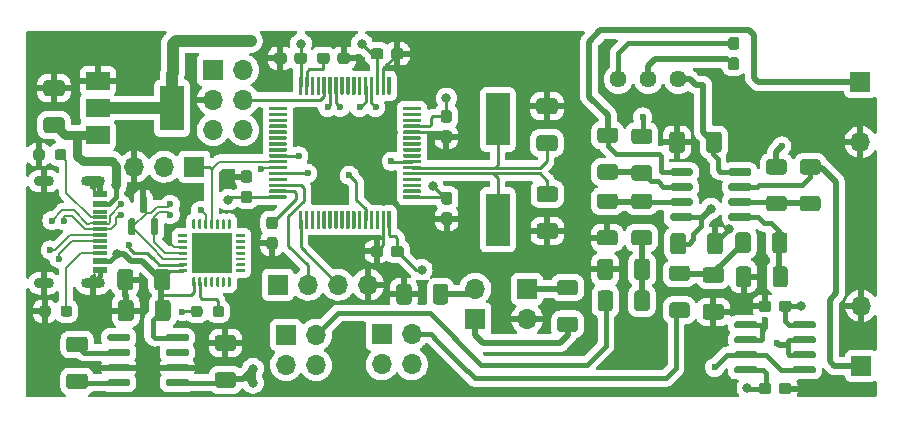
<source format=gbr>
G04 #@! TF.GenerationSoftware,KiCad,Pcbnew,(6.0.0)*
G04 #@! TF.CreationDate,2023-01-21T18:13:15+03:00*
G04 #@! TF.ProjectId,im_converter,696d5f63-6f6e-4766-9572-7465722e6b69,rev?*
G04 #@! TF.SameCoordinates,Original*
G04 #@! TF.FileFunction,Copper,L1,Top*
G04 #@! TF.FilePolarity,Positive*
%FSLAX46Y46*%
G04 Gerber Fmt 4.6, Leading zero omitted, Abs format (unit mm)*
G04 Created by KiCad (PCBNEW (6.0.0)) date 2023-01-21 18:13:15*
%MOMM*%
%LPD*%
G01*
G04 APERTURE LIST*
G04 #@! TA.AperFunction,ComponentPad*
%ADD10R,1.700000X1.700000*%
G04 #@! TD*
G04 #@! TA.AperFunction,ComponentPad*
%ADD11O,1.700000X1.700000*%
G04 #@! TD*
G04 #@! TA.AperFunction,SMDPad,CuDef*
%ADD12R,1.160000X0.600000*%
G04 #@! TD*
G04 #@! TA.AperFunction,SMDPad,CuDef*
%ADD13R,1.160000X0.300000*%
G04 #@! TD*
G04 #@! TA.AperFunction,ComponentPad*
%ADD14O,1.700000X0.900000*%
G04 #@! TD*
G04 #@! TA.AperFunction,ComponentPad*
%ADD15O,2.000000X0.900000*%
G04 #@! TD*
G04 #@! TA.AperFunction,ComponentPad*
%ADD16C,1.440000*%
G04 #@! TD*
G04 #@! TA.AperFunction,SMDPad,CuDef*
%ADD17R,2.000000X1.500000*%
G04 #@! TD*
G04 #@! TA.AperFunction,SMDPad,CuDef*
%ADD18R,2.000000X3.800000*%
G04 #@! TD*
G04 #@! TA.AperFunction,SMDPad,CuDef*
%ADD19R,3.350000X3.350000*%
G04 #@! TD*
G04 #@! TA.AperFunction,SMDPad,CuDef*
%ADD20R,2.000000X4.500000*%
G04 #@! TD*
G04 #@! TA.AperFunction,ViaPad*
%ADD21C,0.600000*%
G04 #@! TD*
G04 #@! TA.AperFunction,ViaPad*
%ADD22C,0.800000*%
G04 #@! TD*
G04 #@! TA.AperFunction,Conductor*
%ADD23C,0.250000*%
G04 #@! TD*
G04 #@! TA.AperFunction,Conductor*
%ADD24C,0.200000*%
G04 #@! TD*
G04 #@! TA.AperFunction,Conductor*
%ADD25C,0.400000*%
G04 #@! TD*
G04 #@! TA.AperFunction,Conductor*
%ADD26C,0.500000*%
G04 #@! TD*
G04 #@! TA.AperFunction,Conductor*
%ADD27C,0.800000*%
G04 #@! TD*
G04 #@! TA.AperFunction,Conductor*
%ADD28C,1.000000*%
G04 #@! TD*
G04 APERTURE END LIST*
D10*
X130220000Y-136000000D03*
D11*
X127680000Y-136000000D03*
X125140000Y-136000000D03*
G04 #@! TA.AperFunction,SMDPad,CuDef*
G36*
G01*
X159460000Y-137655000D02*
X160760000Y-137655000D01*
G75*
G02*
X161010000Y-137905000I0J-250000D01*
G01*
X161010000Y-138730000D01*
G75*
G02*
X160760000Y-138980000I-250000J0D01*
G01*
X159460000Y-138980000D01*
G75*
G02*
X159210000Y-138730000I0J250000D01*
G01*
X159210000Y-137905000D01*
G75*
G02*
X159460000Y-137655000I250000J0D01*
G01*
G37*
G04 #@! TD.AperFunction*
G04 #@! TA.AperFunction,SMDPad,CuDef*
G36*
G01*
X159460000Y-140780000D02*
X160760000Y-140780000D01*
G75*
G02*
X161010000Y-141030000I0J-250000D01*
G01*
X161010000Y-141855000D01*
G75*
G02*
X160760000Y-142105000I-250000J0D01*
G01*
X159460000Y-142105000D01*
G75*
G02*
X159210000Y-141855000I0J250000D01*
G01*
X159210000Y-141030000D01*
G75*
G02*
X159460000Y-140780000I250000J0D01*
G01*
G37*
G04 #@! TD.AperFunction*
G04 #@! TA.AperFunction,SMDPad,CuDef*
G36*
G01*
X119650000Y-150385000D02*
X120950000Y-150385000D01*
G75*
G02*
X121200000Y-150635000I0J-250000D01*
G01*
X121200000Y-151460000D01*
G75*
G02*
X120950000Y-151710000I-250000J0D01*
G01*
X119650000Y-151710000D01*
G75*
G02*
X119400000Y-151460000I0J250000D01*
G01*
X119400000Y-150635000D01*
G75*
G02*
X119650000Y-150385000I250000J0D01*
G01*
G37*
G04 #@! TD.AperFunction*
G04 #@! TA.AperFunction,SMDPad,CuDef*
G36*
G01*
X119650000Y-153510000D02*
X120950000Y-153510000D01*
G75*
G02*
X121200000Y-153760000I0J-250000D01*
G01*
X121200000Y-154585000D01*
G75*
G02*
X120950000Y-154835000I-250000J0D01*
G01*
X119650000Y-154835000D01*
G75*
G02*
X119400000Y-154585000I0J250000D01*
G01*
X119400000Y-153760000D01*
G75*
G02*
X119650000Y-153510000I250000J0D01*
G01*
G37*
G04 #@! TD.AperFunction*
G04 #@! TA.AperFunction,SMDPad,CuDef*
G36*
G01*
X170535000Y-143170000D02*
X170535000Y-141870000D01*
G75*
G02*
X170785000Y-141620000I250000J0D01*
G01*
X171610000Y-141620000D01*
G75*
G02*
X171860000Y-141870000I0J-250000D01*
G01*
X171860000Y-143170000D01*
G75*
G02*
X171610000Y-143420000I-250000J0D01*
G01*
X170785000Y-143420000D01*
G75*
G02*
X170535000Y-143170000I0J250000D01*
G01*
G37*
G04 #@! TD.AperFunction*
G04 #@! TA.AperFunction,SMDPad,CuDef*
G36*
G01*
X173660000Y-143170000D02*
X173660000Y-141870000D01*
G75*
G02*
X173910000Y-141620000I250000J0D01*
G01*
X174735000Y-141620000D01*
G75*
G02*
X174985000Y-141870000I0J-250000D01*
G01*
X174985000Y-143170000D01*
G75*
G02*
X174735000Y-143420000I-250000J0D01*
G01*
X173910000Y-143420000D01*
G75*
G02*
X173660000Y-143170000I0J250000D01*
G01*
G37*
G04 #@! TD.AperFunction*
G04 #@! TA.AperFunction,SMDPad,CuDef*
G36*
G01*
X132220000Y-150255000D02*
X133520000Y-150255000D01*
G75*
G02*
X133770000Y-150505000I0J-250000D01*
G01*
X133770000Y-151330000D01*
G75*
G02*
X133520000Y-151580000I-250000J0D01*
G01*
X132220000Y-151580000D01*
G75*
G02*
X131970000Y-151330000I0J250000D01*
G01*
X131970000Y-150505000D01*
G75*
G02*
X132220000Y-150255000I250000J0D01*
G01*
G37*
G04 #@! TD.AperFunction*
G04 #@! TA.AperFunction,SMDPad,CuDef*
G36*
G01*
X132220000Y-153380000D02*
X133520000Y-153380000D01*
G75*
G02*
X133770000Y-153630000I0J-250000D01*
G01*
X133770000Y-154455000D01*
G75*
G02*
X133520000Y-154705000I-250000J0D01*
G01*
X132220000Y-154705000D01*
G75*
G02*
X131970000Y-154455000I0J250000D01*
G01*
X131970000Y-153630000D01*
G75*
G02*
X132220000Y-153380000I250000J0D01*
G01*
G37*
G04 #@! TD.AperFunction*
G04 #@! TA.AperFunction,SMDPad,CuDef*
G36*
G01*
X170432500Y-134570000D02*
X170432500Y-133270000D01*
G75*
G02*
X170682500Y-133020000I250000J0D01*
G01*
X171507500Y-133020000D01*
G75*
G02*
X171757500Y-133270000I0J-250000D01*
G01*
X171757500Y-134570000D01*
G75*
G02*
X171507500Y-134820000I-250000J0D01*
G01*
X170682500Y-134820000D01*
G75*
G02*
X170432500Y-134570000I0J250000D01*
G01*
G37*
G04 #@! TD.AperFunction*
G04 #@! TA.AperFunction,SMDPad,CuDef*
G36*
G01*
X173557500Y-134570000D02*
X173557500Y-133270000D01*
G75*
G02*
X173807500Y-133020000I250000J0D01*
G01*
X174632500Y-133020000D01*
G75*
G02*
X174882500Y-133270000I0J-250000D01*
G01*
X174882500Y-134570000D01*
G75*
G02*
X174632500Y-134820000I-250000J0D01*
G01*
X173807500Y-134820000D01*
G75*
G02*
X173557500Y-134570000I0J250000D01*
G01*
G37*
G04 #@! TD.AperFunction*
G04 #@! TA.AperFunction,SMDPad,CuDef*
G36*
G01*
X160740000Y-134655000D02*
X159440000Y-134655000D01*
G75*
G02*
X159190000Y-134405000I0J250000D01*
G01*
X159190000Y-133580000D01*
G75*
G02*
X159440000Y-133330000I250000J0D01*
G01*
X160740000Y-133330000D01*
G75*
G02*
X160990000Y-133580000I0J-250000D01*
G01*
X160990000Y-134405000D01*
G75*
G02*
X160740000Y-134655000I-250000J0D01*
G01*
G37*
G04 #@! TD.AperFunction*
G04 #@! TA.AperFunction,SMDPad,CuDef*
G36*
G01*
X160740000Y-131530000D02*
X159440000Y-131530000D01*
G75*
G02*
X159190000Y-131280000I0J250000D01*
G01*
X159190000Y-130455000D01*
G75*
G02*
X159440000Y-130205000I250000J0D01*
G01*
X160740000Y-130205000D01*
G75*
G02*
X160990000Y-130455000I0J-250000D01*
G01*
X160990000Y-131280000D01*
G75*
G02*
X160740000Y-131530000I-250000J0D01*
G01*
G37*
G04 #@! TD.AperFunction*
G04 #@! TA.AperFunction,SMDPad,CuDef*
G36*
G01*
X117700000Y-128685000D02*
X119000000Y-128685000D01*
G75*
G02*
X119250000Y-128935000I0J-250000D01*
G01*
X119250000Y-129760000D01*
G75*
G02*
X119000000Y-130010000I-250000J0D01*
G01*
X117700000Y-130010000D01*
G75*
G02*
X117450000Y-129760000I0J250000D01*
G01*
X117450000Y-128935000D01*
G75*
G02*
X117700000Y-128685000I250000J0D01*
G01*
G37*
G04 #@! TD.AperFunction*
G04 #@! TA.AperFunction,SMDPad,CuDef*
G36*
G01*
X117700000Y-131810000D02*
X119000000Y-131810000D01*
G75*
G02*
X119250000Y-132060000I0J-250000D01*
G01*
X119250000Y-132885000D01*
G75*
G02*
X119000000Y-133135000I-250000J0D01*
G01*
X117700000Y-133135000D01*
G75*
G02*
X117450000Y-132885000I0J250000D01*
G01*
X117450000Y-132060000D01*
G75*
G02*
X117700000Y-131810000I250000J0D01*
G01*
G37*
G04 #@! TD.AperFunction*
G04 #@! TA.AperFunction,SMDPad,CuDef*
G36*
G01*
X123767500Y-148830000D02*
X123767500Y-147530000D01*
G75*
G02*
X124017500Y-147280000I250000J0D01*
G01*
X124842500Y-147280000D01*
G75*
G02*
X125092500Y-147530000I0J-250000D01*
G01*
X125092500Y-148830000D01*
G75*
G02*
X124842500Y-149080000I-250000J0D01*
G01*
X124017500Y-149080000D01*
G75*
G02*
X123767500Y-148830000I0J250000D01*
G01*
G37*
G04 #@! TD.AperFunction*
G04 #@! TA.AperFunction,SMDPad,CuDef*
G36*
G01*
X126892500Y-148830000D02*
X126892500Y-147530000D01*
G75*
G02*
X127142500Y-147280000I250000J0D01*
G01*
X127967500Y-147280000D01*
G75*
G02*
X128217500Y-147530000I0J-250000D01*
G01*
X128217500Y-148830000D01*
G75*
G02*
X127967500Y-149080000I-250000J0D01*
G01*
X127142500Y-149080000D01*
G75*
G02*
X126892500Y-148830000I0J250000D01*
G01*
G37*
G04 #@! TD.AperFunction*
G04 #@! TA.AperFunction,SMDPad,CuDef*
G36*
G01*
X123727500Y-146210000D02*
X123727500Y-144910000D01*
G75*
G02*
X123977500Y-144660000I250000J0D01*
G01*
X124802500Y-144660000D01*
G75*
G02*
X125052500Y-144910000I0J-250000D01*
G01*
X125052500Y-146210000D01*
G75*
G02*
X124802500Y-146460000I-250000J0D01*
G01*
X123977500Y-146460000D01*
G75*
G02*
X123727500Y-146210000I0J250000D01*
G01*
G37*
G04 #@! TD.AperFunction*
G04 #@! TA.AperFunction,SMDPad,CuDef*
G36*
G01*
X126852500Y-146210000D02*
X126852500Y-144910000D01*
G75*
G02*
X127102500Y-144660000I250000J0D01*
G01*
X127927500Y-144660000D01*
G75*
G02*
X128177500Y-144910000I0J-250000D01*
G01*
X128177500Y-146210000D01*
G75*
G02*
X127927500Y-146460000I-250000J0D01*
G01*
X127102500Y-146460000D01*
G75*
G02*
X126852500Y-146210000I0J250000D01*
G01*
G37*
G04 #@! TD.AperFunction*
G04 #@! TA.AperFunction,SMDPad,CuDef*
G36*
G01*
X168807500Y-144040000D02*
X168807500Y-145340000D01*
G75*
G02*
X168557500Y-145590000I-250000J0D01*
G01*
X167732500Y-145590000D01*
G75*
G02*
X167482500Y-145340000I0J250000D01*
G01*
X167482500Y-144040000D01*
G75*
G02*
X167732500Y-143790000I250000J0D01*
G01*
X168557500Y-143790000D01*
G75*
G02*
X168807500Y-144040000I0J-250000D01*
G01*
G37*
G04 #@! TD.AperFunction*
G04 #@! TA.AperFunction,SMDPad,CuDef*
G36*
G01*
X165682500Y-144040000D02*
X165682500Y-145340000D01*
G75*
G02*
X165432500Y-145590000I-250000J0D01*
G01*
X164607500Y-145590000D01*
G75*
G02*
X164357500Y-145340000I0J250000D01*
G01*
X164357500Y-144040000D01*
G75*
G02*
X164607500Y-143790000I250000J0D01*
G01*
X165432500Y-143790000D01*
G75*
G02*
X165682500Y-144040000I0J-250000D01*
G01*
G37*
G04 #@! TD.AperFunction*
G04 #@! TA.AperFunction,SMDPad,CuDef*
G36*
G01*
X173520000Y-144497500D02*
X174820000Y-144497500D01*
G75*
G02*
X175070000Y-144747500I0J-250000D01*
G01*
X175070000Y-145572500D01*
G75*
G02*
X174820000Y-145822500I-250000J0D01*
G01*
X173520000Y-145822500D01*
G75*
G02*
X173270000Y-145572500I0J250000D01*
G01*
X173270000Y-144747500D01*
G75*
G02*
X173520000Y-144497500I250000J0D01*
G01*
G37*
G04 #@! TD.AperFunction*
G04 #@! TA.AperFunction,SMDPad,CuDef*
G36*
G01*
X173520000Y-147622500D02*
X174820000Y-147622500D01*
G75*
G02*
X175070000Y-147872500I0J-250000D01*
G01*
X175070000Y-148697500D01*
G75*
G02*
X174820000Y-148947500I-250000J0D01*
G01*
X173520000Y-148947500D01*
G75*
G02*
X173270000Y-148697500I0J250000D01*
G01*
X173270000Y-147872500D01*
G75*
G02*
X173520000Y-147622500I250000J0D01*
G01*
G37*
G04 #@! TD.AperFunction*
G04 #@! TA.AperFunction,SMDPad,CuDef*
G36*
G01*
X125100000Y-141815000D02*
X124800000Y-141815000D01*
G75*
G02*
X124650000Y-141665000I0J150000D01*
G01*
X124650000Y-140490000D01*
G75*
G02*
X124800000Y-140340000I150000J0D01*
G01*
X125100000Y-140340000D01*
G75*
G02*
X125250000Y-140490000I0J-150000D01*
G01*
X125250000Y-141665000D01*
G75*
G02*
X125100000Y-141815000I-150000J0D01*
G01*
G37*
G04 #@! TD.AperFunction*
G04 #@! TA.AperFunction,SMDPad,CuDef*
G36*
G01*
X127000000Y-141815000D02*
X126700000Y-141815000D01*
G75*
G02*
X126550000Y-141665000I0J150000D01*
G01*
X126550000Y-140490000D01*
G75*
G02*
X126700000Y-140340000I150000J0D01*
G01*
X127000000Y-140340000D01*
G75*
G02*
X127150000Y-140490000I0J-150000D01*
G01*
X127150000Y-141665000D01*
G75*
G02*
X127000000Y-141815000I-150000J0D01*
G01*
G37*
G04 #@! TD.AperFunction*
G04 #@! TA.AperFunction,SMDPad,CuDef*
G36*
G01*
X126050000Y-139940000D02*
X125750000Y-139940000D01*
G75*
G02*
X125600000Y-139790000I0J150000D01*
G01*
X125600000Y-138615000D01*
G75*
G02*
X125750000Y-138465000I150000J0D01*
G01*
X126050000Y-138465000D01*
G75*
G02*
X126200000Y-138615000I0J-150000D01*
G01*
X126200000Y-139790000D01*
G75*
G02*
X126050000Y-139940000I-150000J0D01*
G01*
G37*
G04 #@! TD.AperFunction*
D10*
X154020000Y-148870000D03*
D11*
X154020000Y-146330000D03*
D10*
X158410000Y-146350000D03*
D11*
X158410000Y-148890000D03*
D10*
X186620000Y-128820000D03*
D11*
X186620000Y-133900000D03*
D10*
X186670000Y-152870000D03*
D11*
X186670000Y-147790000D03*
D10*
X138000000Y-150240000D03*
D11*
X140540000Y-150240000D03*
X138000000Y-152780000D03*
X140540000Y-152780000D03*
D10*
X146110000Y-150190000D03*
D11*
X148650000Y-150190000D03*
X146110000Y-152730000D03*
X148650000Y-152730000D03*
D10*
X131800000Y-127800000D03*
D11*
X134340000Y-127800000D03*
X131800000Y-130340000D03*
X134340000Y-130340000D03*
X131800000Y-132880000D03*
X134340000Y-132880000D03*
D10*
X137320000Y-145990000D03*
D11*
X139860000Y-145990000D03*
X142400000Y-145990000D03*
X144940000Y-145990000D03*
D12*
X122240000Y-138340000D03*
X122240000Y-139140000D03*
D13*
X122240000Y-140290000D03*
X122240000Y-141290000D03*
X122240000Y-141790000D03*
X122240000Y-142790000D03*
D12*
X122240000Y-143940000D03*
X122240000Y-144740000D03*
X122240000Y-144740000D03*
X122240000Y-143940000D03*
D13*
X122240000Y-143290000D03*
X122240000Y-142290000D03*
X122240000Y-140790000D03*
X122240000Y-139790000D03*
D12*
X122240000Y-139140000D03*
X122240000Y-138340000D03*
D14*
X117490000Y-145860000D03*
D15*
X121660000Y-145860000D03*
D14*
X117490000Y-137220000D03*
D15*
X121660000Y-137220000D03*
G04 #@! TA.AperFunction,SMDPad,CuDef*
G36*
G01*
X167485000Y-138267500D02*
X168735000Y-138267500D01*
G75*
G02*
X168985000Y-138517500I0J-250000D01*
G01*
X168985000Y-139317500D01*
G75*
G02*
X168735000Y-139567500I-250000J0D01*
G01*
X167485000Y-139567500D01*
G75*
G02*
X167235000Y-139317500I0J250000D01*
G01*
X167235000Y-138517500D01*
G75*
G02*
X167485000Y-138267500I250000J0D01*
G01*
G37*
G04 #@! TD.AperFunction*
G04 #@! TA.AperFunction,SMDPad,CuDef*
G36*
G01*
X167485000Y-141367500D02*
X168735000Y-141367500D01*
G75*
G02*
X168985000Y-141617500I0J-250000D01*
G01*
X168985000Y-142417500D01*
G75*
G02*
X168735000Y-142667500I-250000J0D01*
G01*
X167485000Y-142667500D01*
G75*
G02*
X167235000Y-142417500I0J250000D01*
G01*
X167235000Y-141617500D01*
G75*
G02*
X167485000Y-141367500I250000J0D01*
G01*
G37*
G04 #@! TD.AperFunction*
G04 #@! TA.AperFunction,SMDPad,CuDef*
G36*
G01*
X180440000Y-141815000D02*
X180440000Y-143065000D01*
G75*
G02*
X180190000Y-143315000I-250000J0D01*
G01*
X179390000Y-143315000D01*
G75*
G02*
X179140000Y-143065000I0J250000D01*
G01*
X179140000Y-141815000D01*
G75*
G02*
X179390000Y-141565000I250000J0D01*
G01*
X180190000Y-141565000D01*
G75*
G02*
X180440000Y-141815000I0J-250000D01*
G01*
G37*
G04 #@! TD.AperFunction*
G04 #@! TA.AperFunction,SMDPad,CuDef*
G36*
G01*
X177340000Y-141815000D02*
X177340000Y-143065000D01*
G75*
G02*
X177090000Y-143315000I-250000J0D01*
G01*
X176290000Y-143315000D01*
G75*
G02*
X176040000Y-143065000I0J250000D01*
G01*
X176040000Y-141815000D01*
G75*
G02*
X176290000Y-141565000I250000J0D01*
G01*
X177090000Y-141565000D01*
G75*
G02*
X177340000Y-141815000I0J-250000D01*
G01*
G37*
G04 #@! TD.AperFunction*
G04 #@! TA.AperFunction,SMDPad,CuDef*
G36*
G01*
X165815000Y-142667500D02*
X164565000Y-142667500D01*
G75*
G02*
X164315000Y-142417500I0J250000D01*
G01*
X164315000Y-141617500D01*
G75*
G02*
X164565000Y-141367500I250000J0D01*
G01*
X165815000Y-141367500D01*
G75*
G02*
X166065000Y-141617500I0J-250000D01*
G01*
X166065000Y-142417500D01*
G75*
G02*
X165815000Y-142667500I-250000J0D01*
G01*
G37*
G04 #@! TD.AperFunction*
G04 #@! TA.AperFunction,SMDPad,CuDef*
G36*
G01*
X165815000Y-139567500D02*
X164565000Y-139567500D01*
G75*
G02*
X164315000Y-139317500I0J250000D01*
G01*
X164315000Y-138517500D01*
G75*
G02*
X164565000Y-138267500I250000J0D01*
G01*
X165815000Y-138267500D01*
G75*
G02*
X166065000Y-138517500I0J-250000D01*
G01*
X166065000Y-139317500D01*
G75*
G02*
X165815000Y-139567500I-250000J0D01*
G01*
G37*
G04 #@! TD.AperFunction*
G04 #@! TA.AperFunction,SMDPad,CuDef*
G36*
G01*
X176087500Y-145945000D02*
X176087500Y-144695000D01*
G75*
G02*
X176337500Y-144445000I250000J0D01*
G01*
X177137500Y-144445000D01*
G75*
G02*
X177387500Y-144695000I0J-250000D01*
G01*
X177387500Y-145945000D01*
G75*
G02*
X177137500Y-146195000I-250000J0D01*
G01*
X176337500Y-146195000D01*
G75*
G02*
X176087500Y-145945000I0J250000D01*
G01*
G37*
G04 #@! TD.AperFunction*
G04 #@! TA.AperFunction,SMDPad,CuDef*
G36*
G01*
X179187500Y-145945000D02*
X179187500Y-144695000D01*
G75*
G02*
X179437500Y-144445000I250000J0D01*
G01*
X180237500Y-144445000D01*
G75*
G02*
X180487500Y-144695000I0J-250000D01*
G01*
X180487500Y-145945000D01*
G75*
G02*
X180237500Y-146195000I-250000J0D01*
G01*
X179437500Y-146195000D01*
G75*
G02*
X179187500Y-145945000I0J250000D01*
G01*
G37*
G04 #@! TD.AperFunction*
G04 #@! TA.AperFunction,SMDPad,CuDef*
G36*
G01*
X168745000Y-137170000D02*
X167495000Y-137170000D01*
G75*
G02*
X167245000Y-136920000I0J250000D01*
G01*
X167245000Y-136120000D01*
G75*
G02*
X167495000Y-135870000I250000J0D01*
G01*
X168745000Y-135870000D01*
G75*
G02*
X168995000Y-136120000I0J-250000D01*
G01*
X168995000Y-136920000D01*
G75*
G02*
X168745000Y-137170000I-250000J0D01*
G01*
G37*
G04 #@! TD.AperFunction*
G04 #@! TA.AperFunction,SMDPad,CuDef*
G36*
G01*
X168745000Y-134070000D02*
X167495000Y-134070000D01*
G75*
G02*
X167245000Y-133820000I0J250000D01*
G01*
X167245000Y-133020000D01*
G75*
G02*
X167495000Y-132770000I250000J0D01*
G01*
X168745000Y-132770000D01*
G75*
G02*
X168995000Y-133020000I0J-250000D01*
G01*
X168995000Y-133820000D01*
G75*
G02*
X168745000Y-134070000I-250000J0D01*
G01*
G37*
G04 #@! TD.AperFunction*
G04 #@! TA.AperFunction,SMDPad,CuDef*
G36*
G01*
X180135000Y-139762500D02*
X178885000Y-139762500D01*
G75*
G02*
X178635000Y-139512500I0J250000D01*
G01*
X178635000Y-138712500D01*
G75*
G02*
X178885000Y-138462500I250000J0D01*
G01*
X180135000Y-138462500D01*
G75*
G02*
X180385000Y-138712500I0J-250000D01*
G01*
X180385000Y-139512500D01*
G75*
G02*
X180135000Y-139762500I-250000J0D01*
G01*
G37*
G04 #@! TD.AperFunction*
G04 #@! TA.AperFunction,SMDPad,CuDef*
G36*
G01*
X180135000Y-136662500D02*
X178885000Y-136662500D01*
G75*
G02*
X178635000Y-136412500I0J250000D01*
G01*
X178635000Y-135612500D01*
G75*
G02*
X178885000Y-135362500I250000J0D01*
G01*
X180135000Y-135362500D01*
G75*
G02*
X180385000Y-135612500I0J-250000D01*
G01*
X180385000Y-136412500D01*
G75*
G02*
X180135000Y-136662500I-250000J0D01*
G01*
G37*
G04 #@! TD.AperFunction*
G04 #@! TA.AperFunction,SMDPad,CuDef*
G36*
G01*
X164605000Y-132692500D02*
X165855000Y-132692500D01*
G75*
G02*
X166105000Y-132942500I0J-250000D01*
G01*
X166105000Y-133742500D01*
G75*
G02*
X165855000Y-133992500I-250000J0D01*
G01*
X164605000Y-133992500D01*
G75*
G02*
X164355000Y-133742500I0J250000D01*
G01*
X164355000Y-132942500D01*
G75*
G02*
X164605000Y-132692500I250000J0D01*
G01*
G37*
G04 #@! TD.AperFunction*
G04 #@! TA.AperFunction,SMDPad,CuDef*
G36*
G01*
X164605000Y-135792500D02*
X165855000Y-135792500D01*
G75*
G02*
X166105000Y-136042500I0J-250000D01*
G01*
X166105000Y-136842500D01*
G75*
G02*
X165855000Y-137092500I-250000J0D01*
G01*
X164605000Y-137092500D01*
G75*
G02*
X164355000Y-136842500I0J250000D01*
G01*
X164355000Y-136042500D01*
G75*
G02*
X164605000Y-135792500I250000J0D01*
G01*
G37*
G04 #@! TD.AperFunction*
G04 #@! TA.AperFunction,SMDPad,CuDef*
G36*
G01*
X181755000Y-135360000D02*
X183005000Y-135360000D01*
G75*
G02*
X183255000Y-135610000I0J-250000D01*
G01*
X183255000Y-136410000D01*
G75*
G02*
X183005000Y-136660000I-250000J0D01*
G01*
X181755000Y-136660000D01*
G75*
G02*
X181505000Y-136410000I0J250000D01*
G01*
X181505000Y-135610000D01*
G75*
G02*
X181755000Y-135360000I250000J0D01*
G01*
G37*
G04 #@! TD.AperFunction*
G04 #@! TA.AperFunction,SMDPad,CuDef*
G36*
G01*
X181755000Y-138460000D02*
X183005000Y-138460000D01*
G75*
G02*
X183255000Y-138710000I0J-250000D01*
G01*
X183255000Y-139510000D01*
G75*
G02*
X183005000Y-139760000I-250000J0D01*
G01*
X181755000Y-139760000D01*
G75*
G02*
X181505000Y-139510000I0J250000D01*
G01*
X181505000Y-138710000D01*
G75*
G02*
X181755000Y-138460000I250000J0D01*
G01*
G37*
G04 #@! TD.AperFunction*
G04 #@! TA.AperFunction,SMDPad,CuDef*
G36*
G01*
X147322500Y-147415000D02*
X147322500Y-146165000D01*
G75*
G02*
X147572500Y-145915000I250000J0D01*
G01*
X148372500Y-145915000D01*
G75*
G02*
X148622500Y-146165000I0J-250000D01*
G01*
X148622500Y-147415000D01*
G75*
G02*
X148372500Y-147665000I-250000J0D01*
G01*
X147572500Y-147665000D01*
G75*
G02*
X147322500Y-147415000I0J250000D01*
G01*
G37*
G04 #@! TD.AperFunction*
G04 #@! TA.AperFunction,SMDPad,CuDef*
G36*
G01*
X150422500Y-147415000D02*
X150422500Y-146165000D01*
G75*
G02*
X150672500Y-145915000I250000J0D01*
G01*
X151472500Y-145915000D01*
G75*
G02*
X151722500Y-146165000I0J-250000D01*
G01*
X151722500Y-147415000D01*
G75*
G02*
X151472500Y-147665000I-250000J0D01*
G01*
X150672500Y-147665000D01*
G75*
G02*
X150422500Y-147415000I0J250000D01*
G01*
G37*
G04 #@! TD.AperFunction*
G04 #@! TA.AperFunction,SMDPad,CuDef*
G36*
G01*
X161205000Y-145580000D02*
X162455000Y-145580000D01*
G75*
G02*
X162705000Y-145830000I0J-250000D01*
G01*
X162705000Y-146630000D01*
G75*
G02*
X162455000Y-146880000I-250000J0D01*
G01*
X161205000Y-146880000D01*
G75*
G02*
X160955000Y-146630000I0J250000D01*
G01*
X160955000Y-145830000D01*
G75*
G02*
X161205000Y-145580000I250000J0D01*
G01*
G37*
G04 #@! TD.AperFunction*
G04 #@! TA.AperFunction,SMDPad,CuDef*
G36*
G01*
X161205000Y-148680000D02*
X162455000Y-148680000D01*
G75*
G02*
X162705000Y-148930000I0J-250000D01*
G01*
X162705000Y-149730000D01*
G75*
G02*
X162455000Y-149980000I-250000J0D01*
G01*
X161205000Y-149980000D01*
G75*
G02*
X160955000Y-149730000I0J250000D01*
G01*
X160955000Y-148930000D01*
G75*
G02*
X161205000Y-148680000I250000J0D01*
G01*
G37*
G04 #@! TD.AperFunction*
G04 #@! TA.AperFunction,SMDPad,CuDef*
G36*
G01*
X168782500Y-146725000D02*
X168782500Y-147975000D01*
G75*
G02*
X168532500Y-148225000I-250000J0D01*
G01*
X167732500Y-148225000D01*
G75*
G02*
X167482500Y-147975000I0J250000D01*
G01*
X167482500Y-146725000D01*
G75*
G02*
X167732500Y-146475000I250000J0D01*
G01*
X168532500Y-146475000D01*
G75*
G02*
X168782500Y-146725000I0J-250000D01*
G01*
G37*
G04 #@! TD.AperFunction*
G04 #@! TA.AperFunction,SMDPad,CuDef*
G36*
G01*
X165682500Y-146725000D02*
X165682500Y-147975000D01*
G75*
G02*
X165432500Y-148225000I-250000J0D01*
G01*
X164632500Y-148225000D01*
G75*
G02*
X164382500Y-147975000I0J250000D01*
G01*
X164382500Y-146725000D01*
G75*
G02*
X164632500Y-146475000I250000J0D01*
G01*
X165432500Y-146475000D01*
G75*
G02*
X165682500Y-146725000I0J-250000D01*
G01*
G37*
G04 #@! TD.AperFunction*
G04 #@! TA.AperFunction,SMDPad,CuDef*
G36*
G01*
X170685000Y-144387500D02*
X171935000Y-144387500D01*
G75*
G02*
X172185000Y-144637500I0J-250000D01*
G01*
X172185000Y-145437500D01*
G75*
G02*
X171935000Y-145687500I-250000J0D01*
G01*
X170685000Y-145687500D01*
G75*
G02*
X170435000Y-145437500I0J250000D01*
G01*
X170435000Y-144637500D01*
G75*
G02*
X170685000Y-144387500I250000J0D01*
G01*
G37*
G04 #@! TD.AperFunction*
G04 #@! TA.AperFunction,SMDPad,CuDef*
G36*
G01*
X170685000Y-147487500D02*
X171935000Y-147487500D01*
G75*
G02*
X172185000Y-147737500I0J-250000D01*
G01*
X172185000Y-148537500D01*
G75*
G02*
X171935000Y-148787500I-250000J0D01*
G01*
X170685000Y-148787500D01*
G75*
G02*
X170435000Y-148537500I0J250000D01*
G01*
X170435000Y-147737500D01*
G75*
G02*
X170685000Y-147487500I250000J0D01*
G01*
G37*
G04 #@! TD.AperFunction*
D16*
X171210000Y-128600000D03*
X168670000Y-128600000D03*
X166130000Y-128600000D03*
G04 #@! TA.AperFunction,SMDPad,CuDef*
G36*
G01*
X122865000Y-150610000D02*
X122865000Y-150310000D01*
G75*
G02*
X123015000Y-150160000I150000J0D01*
G01*
X124665000Y-150160000D01*
G75*
G02*
X124815000Y-150310000I0J-150000D01*
G01*
X124815000Y-150610000D01*
G75*
G02*
X124665000Y-150760000I-150000J0D01*
G01*
X123015000Y-150760000D01*
G75*
G02*
X122865000Y-150610000I0J150000D01*
G01*
G37*
G04 #@! TD.AperFunction*
G04 #@! TA.AperFunction,SMDPad,CuDef*
G36*
G01*
X122865000Y-151880000D02*
X122865000Y-151580000D01*
G75*
G02*
X123015000Y-151430000I150000J0D01*
G01*
X124665000Y-151430000D01*
G75*
G02*
X124815000Y-151580000I0J-150000D01*
G01*
X124815000Y-151880000D01*
G75*
G02*
X124665000Y-152030000I-150000J0D01*
G01*
X123015000Y-152030000D01*
G75*
G02*
X122865000Y-151880000I0J150000D01*
G01*
G37*
G04 #@! TD.AperFunction*
G04 #@! TA.AperFunction,SMDPad,CuDef*
G36*
G01*
X122865000Y-153150000D02*
X122865000Y-152850000D01*
G75*
G02*
X123015000Y-152700000I150000J0D01*
G01*
X124665000Y-152700000D01*
G75*
G02*
X124815000Y-152850000I0J-150000D01*
G01*
X124815000Y-153150000D01*
G75*
G02*
X124665000Y-153300000I-150000J0D01*
G01*
X123015000Y-153300000D01*
G75*
G02*
X122865000Y-153150000I0J150000D01*
G01*
G37*
G04 #@! TD.AperFunction*
G04 #@! TA.AperFunction,SMDPad,CuDef*
G36*
G01*
X122865000Y-154420000D02*
X122865000Y-154120000D01*
G75*
G02*
X123015000Y-153970000I150000J0D01*
G01*
X124665000Y-153970000D01*
G75*
G02*
X124815000Y-154120000I0J-150000D01*
G01*
X124815000Y-154420000D01*
G75*
G02*
X124665000Y-154570000I-150000J0D01*
G01*
X123015000Y-154570000D01*
G75*
G02*
X122865000Y-154420000I0J150000D01*
G01*
G37*
G04 #@! TD.AperFunction*
G04 #@! TA.AperFunction,SMDPad,CuDef*
G36*
G01*
X127815000Y-154420000D02*
X127815000Y-154120000D01*
G75*
G02*
X127965000Y-153970000I150000J0D01*
G01*
X129615000Y-153970000D01*
G75*
G02*
X129765000Y-154120000I0J-150000D01*
G01*
X129765000Y-154420000D01*
G75*
G02*
X129615000Y-154570000I-150000J0D01*
G01*
X127965000Y-154570000D01*
G75*
G02*
X127815000Y-154420000I0J150000D01*
G01*
G37*
G04 #@! TD.AperFunction*
G04 #@! TA.AperFunction,SMDPad,CuDef*
G36*
G01*
X127815000Y-153150000D02*
X127815000Y-152850000D01*
G75*
G02*
X127965000Y-152700000I150000J0D01*
G01*
X129615000Y-152700000D01*
G75*
G02*
X129765000Y-152850000I0J-150000D01*
G01*
X129765000Y-153150000D01*
G75*
G02*
X129615000Y-153300000I-150000J0D01*
G01*
X127965000Y-153300000D01*
G75*
G02*
X127815000Y-153150000I0J150000D01*
G01*
G37*
G04 #@! TD.AperFunction*
G04 #@! TA.AperFunction,SMDPad,CuDef*
G36*
G01*
X127815000Y-151880000D02*
X127815000Y-151580000D01*
G75*
G02*
X127965000Y-151430000I150000J0D01*
G01*
X129615000Y-151430000D01*
G75*
G02*
X129765000Y-151580000I0J-150000D01*
G01*
X129765000Y-151880000D01*
G75*
G02*
X129615000Y-152030000I-150000J0D01*
G01*
X127965000Y-152030000D01*
G75*
G02*
X127815000Y-151880000I0J150000D01*
G01*
G37*
G04 #@! TD.AperFunction*
G04 #@! TA.AperFunction,SMDPad,CuDef*
G36*
G01*
X127815000Y-150610000D02*
X127815000Y-150310000D01*
G75*
G02*
X127965000Y-150160000I150000J0D01*
G01*
X129615000Y-150160000D01*
G75*
G02*
X129765000Y-150310000I0J-150000D01*
G01*
X129765000Y-150610000D01*
G75*
G02*
X129615000Y-150760000I-150000J0D01*
G01*
X127965000Y-150760000D01*
G75*
G02*
X127815000Y-150610000I0J150000D01*
G01*
G37*
G04 #@! TD.AperFunction*
G04 #@! TA.AperFunction,SMDPad,CuDef*
G36*
G01*
X170490000Y-136595000D02*
X170490000Y-136295000D01*
G75*
G02*
X170640000Y-136145000I150000J0D01*
G01*
X172290000Y-136145000D01*
G75*
G02*
X172440000Y-136295000I0J-150000D01*
G01*
X172440000Y-136595000D01*
G75*
G02*
X172290000Y-136745000I-150000J0D01*
G01*
X170640000Y-136745000D01*
G75*
G02*
X170490000Y-136595000I0J150000D01*
G01*
G37*
G04 #@! TD.AperFunction*
G04 #@! TA.AperFunction,SMDPad,CuDef*
G36*
G01*
X170490000Y-137865000D02*
X170490000Y-137565000D01*
G75*
G02*
X170640000Y-137415000I150000J0D01*
G01*
X172290000Y-137415000D01*
G75*
G02*
X172440000Y-137565000I0J-150000D01*
G01*
X172440000Y-137865000D01*
G75*
G02*
X172290000Y-138015000I-150000J0D01*
G01*
X170640000Y-138015000D01*
G75*
G02*
X170490000Y-137865000I0J150000D01*
G01*
G37*
G04 #@! TD.AperFunction*
G04 #@! TA.AperFunction,SMDPad,CuDef*
G36*
G01*
X170490000Y-139135000D02*
X170490000Y-138835000D01*
G75*
G02*
X170640000Y-138685000I150000J0D01*
G01*
X172290000Y-138685000D01*
G75*
G02*
X172440000Y-138835000I0J-150000D01*
G01*
X172440000Y-139135000D01*
G75*
G02*
X172290000Y-139285000I-150000J0D01*
G01*
X170640000Y-139285000D01*
G75*
G02*
X170490000Y-139135000I0J150000D01*
G01*
G37*
G04 #@! TD.AperFunction*
G04 #@! TA.AperFunction,SMDPad,CuDef*
G36*
G01*
X170490000Y-140405000D02*
X170490000Y-140105000D01*
G75*
G02*
X170640000Y-139955000I150000J0D01*
G01*
X172290000Y-139955000D01*
G75*
G02*
X172440000Y-140105000I0J-150000D01*
G01*
X172440000Y-140405000D01*
G75*
G02*
X172290000Y-140555000I-150000J0D01*
G01*
X170640000Y-140555000D01*
G75*
G02*
X170490000Y-140405000I0J150000D01*
G01*
G37*
G04 #@! TD.AperFunction*
G04 #@! TA.AperFunction,SMDPad,CuDef*
G36*
G01*
X175440000Y-140405000D02*
X175440000Y-140105000D01*
G75*
G02*
X175590000Y-139955000I150000J0D01*
G01*
X177240000Y-139955000D01*
G75*
G02*
X177390000Y-140105000I0J-150000D01*
G01*
X177390000Y-140405000D01*
G75*
G02*
X177240000Y-140555000I-150000J0D01*
G01*
X175590000Y-140555000D01*
G75*
G02*
X175440000Y-140405000I0J150000D01*
G01*
G37*
G04 #@! TD.AperFunction*
G04 #@! TA.AperFunction,SMDPad,CuDef*
G36*
G01*
X175440000Y-139135000D02*
X175440000Y-138835000D01*
G75*
G02*
X175590000Y-138685000I150000J0D01*
G01*
X177240000Y-138685000D01*
G75*
G02*
X177390000Y-138835000I0J-150000D01*
G01*
X177390000Y-139135000D01*
G75*
G02*
X177240000Y-139285000I-150000J0D01*
G01*
X175590000Y-139285000D01*
G75*
G02*
X175440000Y-139135000I0J150000D01*
G01*
G37*
G04 #@! TD.AperFunction*
G04 #@! TA.AperFunction,SMDPad,CuDef*
G36*
G01*
X175440000Y-137865000D02*
X175440000Y-137565000D01*
G75*
G02*
X175590000Y-137415000I150000J0D01*
G01*
X177240000Y-137415000D01*
G75*
G02*
X177390000Y-137565000I0J-150000D01*
G01*
X177390000Y-137865000D01*
G75*
G02*
X177240000Y-138015000I-150000J0D01*
G01*
X175590000Y-138015000D01*
G75*
G02*
X175440000Y-137865000I0J150000D01*
G01*
G37*
G04 #@! TD.AperFunction*
G04 #@! TA.AperFunction,SMDPad,CuDef*
G36*
G01*
X175440000Y-136595000D02*
X175440000Y-136295000D01*
G75*
G02*
X175590000Y-136145000I150000J0D01*
G01*
X177240000Y-136145000D01*
G75*
G02*
X177390000Y-136295000I0J-150000D01*
G01*
X177390000Y-136595000D01*
G75*
G02*
X177240000Y-136745000I-150000J0D01*
G01*
X175590000Y-136745000D01*
G75*
G02*
X175440000Y-136595000I0J150000D01*
G01*
G37*
G04 #@! TD.AperFunction*
D17*
X122060000Y-128740000D03*
D18*
X128360000Y-131040000D03*
D17*
X122060000Y-131040000D03*
X122060000Y-133340000D03*
G04 #@! TA.AperFunction,SMDPad,CuDef*
G36*
G01*
X149430000Y-138495000D02*
X149430000Y-138645000D01*
G75*
G02*
X149355000Y-138720000I-75000J0D01*
G01*
X147955000Y-138720000D01*
G75*
G02*
X147880000Y-138645000I0J75000D01*
G01*
X147880000Y-138495000D01*
G75*
G02*
X147955000Y-138420000I75000J0D01*
G01*
X149355000Y-138420000D01*
G75*
G02*
X149430000Y-138495000I0J-75000D01*
G01*
G37*
G04 #@! TD.AperFunction*
G04 #@! TA.AperFunction,SMDPad,CuDef*
G36*
G01*
X149430000Y-137995000D02*
X149430000Y-138145000D01*
G75*
G02*
X149355000Y-138220000I-75000J0D01*
G01*
X147955000Y-138220000D01*
G75*
G02*
X147880000Y-138145000I0J75000D01*
G01*
X147880000Y-137995000D01*
G75*
G02*
X147955000Y-137920000I75000J0D01*
G01*
X149355000Y-137920000D01*
G75*
G02*
X149430000Y-137995000I0J-75000D01*
G01*
G37*
G04 #@! TD.AperFunction*
G04 #@! TA.AperFunction,SMDPad,CuDef*
G36*
G01*
X149430000Y-137495000D02*
X149430000Y-137645000D01*
G75*
G02*
X149355000Y-137720000I-75000J0D01*
G01*
X147955000Y-137720000D01*
G75*
G02*
X147880000Y-137645000I0J75000D01*
G01*
X147880000Y-137495000D01*
G75*
G02*
X147955000Y-137420000I75000J0D01*
G01*
X149355000Y-137420000D01*
G75*
G02*
X149430000Y-137495000I0J-75000D01*
G01*
G37*
G04 #@! TD.AperFunction*
G04 #@! TA.AperFunction,SMDPad,CuDef*
G36*
G01*
X149430000Y-136995000D02*
X149430000Y-137145000D01*
G75*
G02*
X149355000Y-137220000I-75000J0D01*
G01*
X147955000Y-137220000D01*
G75*
G02*
X147880000Y-137145000I0J75000D01*
G01*
X147880000Y-136995000D01*
G75*
G02*
X147955000Y-136920000I75000J0D01*
G01*
X149355000Y-136920000D01*
G75*
G02*
X149430000Y-136995000I0J-75000D01*
G01*
G37*
G04 #@! TD.AperFunction*
G04 #@! TA.AperFunction,SMDPad,CuDef*
G36*
G01*
X149430000Y-136495000D02*
X149430000Y-136645000D01*
G75*
G02*
X149355000Y-136720000I-75000J0D01*
G01*
X147955000Y-136720000D01*
G75*
G02*
X147880000Y-136645000I0J75000D01*
G01*
X147880000Y-136495000D01*
G75*
G02*
X147955000Y-136420000I75000J0D01*
G01*
X149355000Y-136420000D01*
G75*
G02*
X149430000Y-136495000I0J-75000D01*
G01*
G37*
G04 #@! TD.AperFunction*
G04 #@! TA.AperFunction,SMDPad,CuDef*
G36*
G01*
X149430000Y-135995000D02*
X149430000Y-136145000D01*
G75*
G02*
X149355000Y-136220000I-75000J0D01*
G01*
X147955000Y-136220000D01*
G75*
G02*
X147880000Y-136145000I0J75000D01*
G01*
X147880000Y-135995000D01*
G75*
G02*
X147955000Y-135920000I75000J0D01*
G01*
X149355000Y-135920000D01*
G75*
G02*
X149430000Y-135995000I0J-75000D01*
G01*
G37*
G04 #@! TD.AperFunction*
G04 #@! TA.AperFunction,SMDPad,CuDef*
G36*
G01*
X149430000Y-135495000D02*
X149430000Y-135645000D01*
G75*
G02*
X149355000Y-135720000I-75000J0D01*
G01*
X147955000Y-135720000D01*
G75*
G02*
X147880000Y-135645000I0J75000D01*
G01*
X147880000Y-135495000D01*
G75*
G02*
X147955000Y-135420000I75000J0D01*
G01*
X149355000Y-135420000D01*
G75*
G02*
X149430000Y-135495000I0J-75000D01*
G01*
G37*
G04 #@! TD.AperFunction*
G04 #@! TA.AperFunction,SMDPad,CuDef*
G36*
G01*
X149430000Y-134995000D02*
X149430000Y-135145000D01*
G75*
G02*
X149355000Y-135220000I-75000J0D01*
G01*
X147955000Y-135220000D01*
G75*
G02*
X147880000Y-135145000I0J75000D01*
G01*
X147880000Y-134995000D01*
G75*
G02*
X147955000Y-134920000I75000J0D01*
G01*
X149355000Y-134920000D01*
G75*
G02*
X149430000Y-134995000I0J-75000D01*
G01*
G37*
G04 #@! TD.AperFunction*
G04 #@! TA.AperFunction,SMDPad,CuDef*
G36*
G01*
X149430000Y-134495000D02*
X149430000Y-134645000D01*
G75*
G02*
X149355000Y-134720000I-75000J0D01*
G01*
X147955000Y-134720000D01*
G75*
G02*
X147880000Y-134645000I0J75000D01*
G01*
X147880000Y-134495000D01*
G75*
G02*
X147955000Y-134420000I75000J0D01*
G01*
X149355000Y-134420000D01*
G75*
G02*
X149430000Y-134495000I0J-75000D01*
G01*
G37*
G04 #@! TD.AperFunction*
G04 #@! TA.AperFunction,SMDPad,CuDef*
G36*
G01*
X149430000Y-133995000D02*
X149430000Y-134145000D01*
G75*
G02*
X149355000Y-134220000I-75000J0D01*
G01*
X147955000Y-134220000D01*
G75*
G02*
X147880000Y-134145000I0J75000D01*
G01*
X147880000Y-133995000D01*
G75*
G02*
X147955000Y-133920000I75000J0D01*
G01*
X149355000Y-133920000D01*
G75*
G02*
X149430000Y-133995000I0J-75000D01*
G01*
G37*
G04 #@! TD.AperFunction*
G04 #@! TA.AperFunction,SMDPad,CuDef*
G36*
G01*
X149430000Y-133495000D02*
X149430000Y-133645000D01*
G75*
G02*
X149355000Y-133720000I-75000J0D01*
G01*
X147955000Y-133720000D01*
G75*
G02*
X147880000Y-133645000I0J75000D01*
G01*
X147880000Y-133495000D01*
G75*
G02*
X147955000Y-133420000I75000J0D01*
G01*
X149355000Y-133420000D01*
G75*
G02*
X149430000Y-133495000I0J-75000D01*
G01*
G37*
G04 #@! TD.AperFunction*
G04 #@! TA.AperFunction,SMDPad,CuDef*
G36*
G01*
X149430000Y-132995000D02*
X149430000Y-133145000D01*
G75*
G02*
X149355000Y-133220000I-75000J0D01*
G01*
X147955000Y-133220000D01*
G75*
G02*
X147880000Y-133145000I0J75000D01*
G01*
X147880000Y-132995000D01*
G75*
G02*
X147955000Y-132920000I75000J0D01*
G01*
X149355000Y-132920000D01*
G75*
G02*
X149430000Y-132995000I0J-75000D01*
G01*
G37*
G04 #@! TD.AperFunction*
G04 #@! TA.AperFunction,SMDPad,CuDef*
G36*
G01*
X149430000Y-132495000D02*
X149430000Y-132645000D01*
G75*
G02*
X149355000Y-132720000I-75000J0D01*
G01*
X147955000Y-132720000D01*
G75*
G02*
X147880000Y-132645000I0J75000D01*
G01*
X147880000Y-132495000D01*
G75*
G02*
X147955000Y-132420000I75000J0D01*
G01*
X149355000Y-132420000D01*
G75*
G02*
X149430000Y-132495000I0J-75000D01*
G01*
G37*
G04 #@! TD.AperFunction*
G04 #@! TA.AperFunction,SMDPad,CuDef*
G36*
G01*
X149430000Y-131995000D02*
X149430000Y-132145000D01*
G75*
G02*
X149355000Y-132220000I-75000J0D01*
G01*
X147955000Y-132220000D01*
G75*
G02*
X147880000Y-132145000I0J75000D01*
G01*
X147880000Y-131995000D01*
G75*
G02*
X147955000Y-131920000I75000J0D01*
G01*
X149355000Y-131920000D01*
G75*
G02*
X149430000Y-131995000I0J-75000D01*
G01*
G37*
G04 #@! TD.AperFunction*
G04 #@! TA.AperFunction,SMDPad,CuDef*
G36*
G01*
X149430000Y-131495000D02*
X149430000Y-131645000D01*
G75*
G02*
X149355000Y-131720000I-75000J0D01*
G01*
X147955000Y-131720000D01*
G75*
G02*
X147880000Y-131645000I0J75000D01*
G01*
X147880000Y-131495000D01*
G75*
G02*
X147955000Y-131420000I75000J0D01*
G01*
X149355000Y-131420000D01*
G75*
G02*
X149430000Y-131495000I0J-75000D01*
G01*
G37*
G04 #@! TD.AperFunction*
G04 #@! TA.AperFunction,SMDPad,CuDef*
G36*
G01*
X149430000Y-130995000D02*
X149430000Y-131145000D01*
G75*
G02*
X149355000Y-131220000I-75000J0D01*
G01*
X147955000Y-131220000D01*
G75*
G02*
X147880000Y-131145000I0J75000D01*
G01*
X147880000Y-130995000D01*
G75*
G02*
X147955000Y-130920000I75000J0D01*
G01*
X149355000Y-130920000D01*
G75*
G02*
X149430000Y-130995000I0J-75000D01*
G01*
G37*
G04 #@! TD.AperFunction*
G04 #@! TA.AperFunction,SMDPad,CuDef*
G36*
G01*
X146880000Y-128445000D02*
X146880000Y-129845000D01*
G75*
G02*
X146805000Y-129920000I-75000J0D01*
G01*
X146655000Y-129920000D01*
G75*
G02*
X146580000Y-129845000I0J75000D01*
G01*
X146580000Y-128445000D01*
G75*
G02*
X146655000Y-128370000I75000J0D01*
G01*
X146805000Y-128370000D01*
G75*
G02*
X146880000Y-128445000I0J-75000D01*
G01*
G37*
G04 #@! TD.AperFunction*
G04 #@! TA.AperFunction,SMDPad,CuDef*
G36*
G01*
X146380000Y-128445000D02*
X146380000Y-129845000D01*
G75*
G02*
X146305000Y-129920000I-75000J0D01*
G01*
X146155000Y-129920000D01*
G75*
G02*
X146080000Y-129845000I0J75000D01*
G01*
X146080000Y-128445000D01*
G75*
G02*
X146155000Y-128370000I75000J0D01*
G01*
X146305000Y-128370000D01*
G75*
G02*
X146380000Y-128445000I0J-75000D01*
G01*
G37*
G04 #@! TD.AperFunction*
G04 #@! TA.AperFunction,SMDPad,CuDef*
G36*
G01*
X145880000Y-128445000D02*
X145880000Y-129845000D01*
G75*
G02*
X145805000Y-129920000I-75000J0D01*
G01*
X145655000Y-129920000D01*
G75*
G02*
X145580000Y-129845000I0J75000D01*
G01*
X145580000Y-128445000D01*
G75*
G02*
X145655000Y-128370000I75000J0D01*
G01*
X145805000Y-128370000D01*
G75*
G02*
X145880000Y-128445000I0J-75000D01*
G01*
G37*
G04 #@! TD.AperFunction*
G04 #@! TA.AperFunction,SMDPad,CuDef*
G36*
G01*
X145380000Y-128445000D02*
X145380000Y-129845000D01*
G75*
G02*
X145305000Y-129920000I-75000J0D01*
G01*
X145155000Y-129920000D01*
G75*
G02*
X145080000Y-129845000I0J75000D01*
G01*
X145080000Y-128445000D01*
G75*
G02*
X145155000Y-128370000I75000J0D01*
G01*
X145305000Y-128370000D01*
G75*
G02*
X145380000Y-128445000I0J-75000D01*
G01*
G37*
G04 #@! TD.AperFunction*
G04 #@! TA.AperFunction,SMDPad,CuDef*
G36*
G01*
X144880000Y-128445000D02*
X144880000Y-129845000D01*
G75*
G02*
X144805000Y-129920000I-75000J0D01*
G01*
X144655000Y-129920000D01*
G75*
G02*
X144580000Y-129845000I0J75000D01*
G01*
X144580000Y-128445000D01*
G75*
G02*
X144655000Y-128370000I75000J0D01*
G01*
X144805000Y-128370000D01*
G75*
G02*
X144880000Y-128445000I0J-75000D01*
G01*
G37*
G04 #@! TD.AperFunction*
G04 #@! TA.AperFunction,SMDPad,CuDef*
G36*
G01*
X144380000Y-128445000D02*
X144380000Y-129845000D01*
G75*
G02*
X144305000Y-129920000I-75000J0D01*
G01*
X144155000Y-129920000D01*
G75*
G02*
X144080000Y-129845000I0J75000D01*
G01*
X144080000Y-128445000D01*
G75*
G02*
X144155000Y-128370000I75000J0D01*
G01*
X144305000Y-128370000D01*
G75*
G02*
X144380000Y-128445000I0J-75000D01*
G01*
G37*
G04 #@! TD.AperFunction*
G04 #@! TA.AperFunction,SMDPad,CuDef*
G36*
G01*
X143880000Y-128445000D02*
X143880000Y-129845000D01*
G75*
G02*
X143805000Y-129920000I-75000J0D01*
G01*
X143655000Y-129920000D01*
G75*
G02*
X143580000Y-129845000I0J75000D01*
G01*
X143580000Y-128445000D01*
G75*
G02*
X143655000Y-128370000I75000J0D01*
G01*
X143805000Y-128370000D01*
G75*
G02*
X143880000Y-128445000I0J-75000D01*
G01*
G37*
G04 #@! TD.AperFunction*
G04 #@! TA.AperFunction,SMDPad,CuDef*
G36*
G01*
X143380000Y-128445000D02*
X143380000Y-129845000D01*
G75*
G02*
X143305000Y-129920000I-75000J0D01*
G01*
X143155000Y-129920000D01*
G75*
G02*
X143080000Y-129845000I0J75000D01*
G01*
X143080000Y-128445000D01*
G75*
G02*
X143155000Y-128370000I75000J0D01*
G01*
X143305000Y-128370000D01*
G75*
G02*
X143380000Y-128445000I0J-75000D01*
G01*
G37*
G04 #@! TD.AperFunction*
G04 #@! TA.AperFunction,SMDPad,CuDef*
G36*
G01*
X142880000Y-128445000D02*
X142880000Y-129845000D01*
G75*
G02*
X142805000Y-129920000I-75000J0D01*
G01*
X142655000Y-129920000D01*
G75*
G02*
X142580000Y-129845000I0J75000D01*
G01*
X142580000Y-128445000D01*
G75*
G02*
X142655000Y-128370000I75000J0D01*
G01*
X142805000Y-128370000D01*
G75*
G02*
X142880000Y-128445000I0J-75000D01*
G01*
G37*
G04 #@! TD.AperFunction*
G04 #@! TA.AperFunction,SMDPad,CuDef*
G36*
G01*
X142380000Y-128445000D02*
X142380000Y-129845000D01*
G75*
G02*
X142305000Y-129920000I-75000J0D01*
G01*
X142155000Y-129920000D01*
G75*
G02*
X142080000Y-129845000I0J75000D01*
G01*
X142080000Y-128445000D01*
G75*
G02*
X142155000Y-128370000I75000J0D01*
G01*
X142305000Y-128370000D01*
G75*
G02*
X142380000Y-128445000I0J-75000D01*
G01*
G37*
G04 #@! TD.AperFunction*
G04 #@! TA.AperFunction,SMDPad,CuDef*
G36*
G01*
X141880000Y-128445000D02*
X141880000Y-129845000D01*
G75*
G02*
X141805000Y-129920000I-75000J0D01*
G01*
X141655000Y-129920000D01*
G75*
G02*
X141580000Y-129845000I0J75000D01*
G01*
X141580000Y-128445000D01*
G75*
G02*
X141655000Y-128370000I75000J0D01*
G01*
X141805000Y-128370000D01*
G75*
G02*
X141880000Y-128445000I0J-75000D01*
G01*
G37*
G04 #@! TD.AperFunction*
G04 #@! TA.AperFunction,SMDPad,CuDef*
G36*
G01*
X141380000Y-128445000D02*
X141380000Y-129845000D01*
G75*
G02*
X141305000Y-129920000I-75000J0D01*
G01*
X141155000Y-129920000D01*
G75*
G02*
X141080000Y-129845000I0J75000D01*
G01*
X141080000Y-128445000D01*
G75*
G02*
X141155000Y-128370000I75000J0D01*
G01*
X141305000Y-128370000D01*
G75*
G02*
X141380000Y-128445000I0J-75000D01*
G01*
G37*
G04 #@! TD.AperFunction*
G04 #@! TA.AperFunction,SMDPad,CuDef*
G36*
G01*
X140880000Y-128445000D02*
X140880000Y-129845000D01*
G75*
G02*
X140805000Y-129920000I-75000J0D01*
G01*
X140655000Y-129920000D01*
G75*
G02*
X140580000Y-129845000I0J75000D01*
G01*
X140580000Y-128445000D01*
G75*
G02*
X140655000Y-128370000I75000J0D01*
G01*
X140805000Y-128370000D01*
G75*
G02*
X140880000Y-128445000I0J-75000D01*
G01*
G37*
G04 #@! TD.AperFunction*
G04 #@! TA.AperFunction,SMDPad,CuDef*
G36*
G01*
X140380000Y-128445000D02*
X140380000Y-129845000D01*
G75*
G02*
X140305000Y-129920000I-75000J0D01*
G01*
X140155000Y-129920000D01*
G75*
G02*
X140080000Y-129845000I0J75000D01*
G01*
X140080000Y-128445000D01*
G75*
G02*
X140155000Y-128370000I75000J0D01*
G01*
X140305000Y-128370000D01*
G75*
G02*
X140380000Y-128445000I0J-75000D01*
G01*
G37*
G04 #@! TD.AperFunction*
G04 #@! TA.AperFunction,SMDPad,CuDef*
G36*
G01*
X139880000Y-128445000D02*
X139880000Y-129845000D01*
G75*
G02*
X139805000Y-129920000I-75000J0D01*
G01*
X139655000Y-129920000D01*
G75*
G02*
X139580000Y-129845000I0J75000D01*
G01*
X139580000Y-128445000D01*
G75*
G02*
X139655000Y-128370000I75000J0D01*
G01*
X139805000Y-128370000D01*
G75*
G02*
X139880000Y-128445000I0J-75000D01*
G01*
G37*
G04 #@! TD.AperFunction*
G04 #@! TA.AperFunction,SMDPad,CuDef*
G36*
G01*
X139380000Y-128445000D02*
X139380000Y-129845000D01*
G75*
G02*
X139305000Y-129920000I-75000J0D01*
G01*
X139155000Y-129920000D01*
G75*
G02*
X139080000Y-129845000I0J75000D01*
G01*
X139080000Y-128445000D01*
G75*
G02*
X139155000Y-128370000I75000J0D01*
G01*
X139305000Y-128370000D01*
G75*
G02*
X139380000Y-128445000I0J-75000D01*
G01*
G37*
G04 #@! TD.AperFunction*
G04 #@! TA.AperFunction,SMDPad,CuDef*
G36*
G01*
X138080000Y-130995000D02*
X138080000Y-131145000D01*
G75*
G02*
X138005000Y-131220000I-75000J0D01*
G01*
X136605000Y-131220000D01*
G75*
G02*
X136530000Y-131145000I0J75000D01*
G01*
X136530000Y-130995000D01*
G75*
G02*
X136605000Y-130920000I75000J0D01*
G01*
X138005000Y-130920000D01*
G75*
G02*
X138080000Y-130995000I0J-75000D01*
G01*
G37*
G04 #@! TD.AperFunction*
G04 #@! TA.AperFunction,SMDPad,CuDef*
G36*
G01*
X138080000Y-131495000D02*
X138080000Y-131645000D01*
G75*
G02*
X138005000Y-131720000I-75000J0D01*
G01*
X136605000Y-131720000D01*
G75*
G02*
X136530000Y-131645000I0J75000D01*
G01*
X136530000Y-131495000D01*
G75*
G02*
X136605000Y-131420000I75000J0D01*
G01*
X138005000Y-131420000D01*
G75*
G02*
X138080000Y-131495000I0J-75000D01*
G01*
G37*
G04 #@! TD.AperFunction*
G04 #@! TA.AperFunction,SMDPad,CuDef*
G36*
G01*
X138080000Y-131995000D02*
X138080000Y-132145000D01*
G75*
G02*
X138005000Y-132220000I-75000J0D01*
G01*
X136605000Y-132220000D01*
G75*
G02*
X136530000Y-132145000I0J75000D01*
G01*
X136530000Y-131995000D01*
G75*
G02*
X136605000Y-131920000I75000J0D01*
G01*
X138005000Y-131920000D01*
G75*
G02*
X138080000Y-131995000I0J-75000D01*
G01*
G37*
G04 #@! TD.AperFunction*
G04 #@! TA.AperFunction,SMDPad,CuDef*
G36*
G01*
X138080000Y-132495000D02*
X138080000Y-132645000D01*
G75*
G02*
X138005000Y-132720000I-75000J0D01*
G01*
X136605000Y-132720000D01*
G75*
G02*
X136530000Y-132645000I0J75000D01*
G01*
X136530000Y-132495000D01*
G75*
G02*
X136605000Y-132420000I75000J0D01*
G01*
X138005000Y-132420000D01*
G75*
G02*
X138080000Y-132495000I0J-75000D01*
G01*
G37*
G04 #@! TD.AperFunction*
G04 #@! TA.AperFunction,SMDPad,CuDef*
G36*
G01*
X138080000Y-132995000D02*
X138080000Y-133145000D01*
G75*
G02*
X138005000Y-133220000I-75000J0D01*
G01*
X136605000Y-133220000D01*
G75*
G02*
X136530000Y-133145000I0J75000D01*
G01*
X136530000Y-132995000D01*
G75*
G02*
X136605000Y-132920000I75000J0D01*
G01*
X138005000Y-132920000D01*
G75*
G02*
X138080000Y-132995000I0J-75000D01*
G01*
G37*
G04 #@! TD.AperFunction*
G04 #@! TA.AperFunction,SMDPad,CuDef*
G36*
G01*
X138080000Y-133495000D02*
X138080000Y-133645000D01*
G75*
G02*
X138005000Y-133720000I-75000J0D01*
G01*
X136605000Y-133720000D01*
G75*
G02*
X136530000Y-133645000I0J75000D01*
G01*
X136530000Y-133495000D01*
G75*
G02*
X136605000Y-133420000I75000J0D01*
G01*
X138005000Y-133420000D01*
G75*
G02*
X138080000Y-133495000I0J-75000D01*
G01*
G37*
G04 #@! TD.AperFunction*
G04 #@! TA.AperFunction,SMDPad,CuDef*
G36*
G01*
X138080000Y-133995000D02*
X138080000Y-134145000D01*
G75*
G02*
X138005000Y-134220000I-75000J0D01*
G01*
X136605000Y-134220000D01*
G75*
G02*
X136530000Y-134145000I0J75000D01*
G01*
X136530000Y-133995000D01*
G75*
G02*
X136605000Y-133920000I75000J0D01*
G01*
X138005000Y-133920000D01*
G75*
G02*
X138080000Y-133995000I0J-75000D01*
G01*
G37*
G04 #@! TD.AperFunction*
G04 #@! TA.AperFunction,SMDPad,CuDef*
G36*
G01*
X138080000Y-134495000D02*
X138080000Y-134645000D01*
G75*
G02*
X138005000Y-134720000I-75000J0D01*
G01*
X136605000Y-134720000D01*
G75*
G02*
X136530000Y-134645000I0J75000D01*
G01*
X136530000Y-134495000D01*
G75*
G02*
X136605000Y-134420000I75000J0D01*
G01*
X138005000Y-134420000D01*
G75*
G02*
X138080000Y-134495000I0J-75000D01*
G01*
G37*
G04 #@! TD.AperFunction*
G04 #@! TA.AperFunction,SMDPad,CuDef*
G36*
G01*
X138080000Y-134995000D02*
X138080000Y-135145000D01*
G75*
G02*
X138005000Y-135220000I-75000J0D01*
G01*
X136605000Y-135220000D01*
G75*
G02*
X136530000Y-135145000I0J75000D01*
G01*
X136530000Y-134995000D01*
G75*
G02*
X136605000Y-134920000I75000J0D01*
G01*
X138005000Y-134920000D01*
G75*
G02*
X138080000Y-134995000I0J-75000D01*
G01*
G37*
G04 #@! TD.AperFunction*
G04 #@! TA.AperFunction,SMDPad,CuDef*
G36*
G01*
X138080000Y-135495000D02*
X138080000Y-135645000D01*
G75*
G02*
X138005000Y-135720000I-75000J0D01*
G01*
X136605000Y-135720000D01*
G75*
G02*
X136530000Y-135645000I0J75000D01*
G01*
X136530000Y-135495000D01*
G75*
G02*
X136605000Y-135420000I75000J0D01*
G01*
X138005000Y-135420000D01*
G75*
G02*
X138080000Y-135495000I0J-75000D01*
G01*
G37*
G04 #@! TD.AperFunction*
G04 #@! TA.AperFunction,SMDPad,CuDef*
G36*
G01*
X138080000Y-135995000D02*
X138080000Y-136145000D01*
G75*
G02*
X138005000Y-136220000I-75000J0D01*
G01*
X136605000Y-136220000D01*
G75*
G02*
X136530000Y-136145000I0J75000D01*
G01*
X136530000Y-135995000D01*
G75*
G02*
X136605000Y-135920000I75000J0D01*
G01*
X138005000Y-135920000D01*
G75*
G02*
X138080000Y-135995000I0J-75000D01*
G01*
G37*
G04 #@! TD.AperFunction*
G04 #@! TA.AperFunction,SMDPad,CuDef*
G36*
G01*
X138080000Y-136495000D02*
X138080000Y-136645000D01*
G75*
G02*
X138005000Y-136720000I-75000J0D01*
G01*
X136605000Y-136720000D01*
G75*
G02*
X136530000Y-136645000I0J75000D01*
G01*
X136530000Y-136495000D01*
G75*
G02*
X136605000Y-136420000I75000J0D01*
G01*
X138005000Y-136420000D01*
G75*
G02*
X138080000Y-136495000I0J-75000D01*
G01*
G37*
G04 #@! TD.AperFunction*
G04 #@! TA.AperFunction,SMDPad,CuDef*
G36*
G01*
X138080000Y-136995000D02*
X138080000Y-137145000D01*
G75*
G02*
X138005000Y-137220000I-75000J0D01*
G01*
X136605000Y-137220000D01*
G75*
G02*
X136530000Y-137145000I0J75000D01*
G01*
X136530000Y-136995000D01*
G75*
G02*
X136605000Y-136920000I75000J0D01*
G01*
X138005000Y-136920000D01*
G75*
G02*
X138080000Y-136995000I0J-75000D01*
G01*
G37*
G04 #@! TD.AperFunction*
G04 #@! TA.AperFunction,SMDPad,CuDef*
G36*
G01*
X138080000Y-137495000D02*
X138080000Y-137645000D01*
G75*
G02*
X138005000Y-137720000I-75000J0D01*
G01*
X136605000Y-137720000D01*
G75*
G02*
X136530000Y-137645000I0J75000D01*
G01*
X136530000Y-137495000D01*
G75*
G02*
X136605000Y-137420000I75000J0D01*
G01*
X138005000Y-137420000D01*
G75*
G02*
X138080000Y-137495000I0J-75000D01*
G01*
G37*
G04 #@! TD.AperFunction*
G04 #@! TA.AperFunction,SMDPad,CuDef*
G36*
G01*
X138080000Y-137995000D02*
X138080000Y-138145000D01*
G75*
G02*
X138005000Y-138220000I-75000J0D01*
G01*
X136605000Y-138220000D01*
G75*
G02*
X136530000Y-138145000I0J75000D01*
G01*
X136530000Y-137995000D01*
G75*
G02*
X136605000Y-137920000I75000J0D01*
G01*
X138005000Y-137920000D01*
G75*
G02*
X138080000Y-137995000I0J-75000D01*
G01*
G37*
G04 #@! TD.AperFunction*
G04 #@! TA.AperFunction,SMDPad,CuDef*
G36*
G01*
X138080000Y-138495000D02*
X138080000Y-138645000D01*
G75*
G02*
X138005000Y-138720000I-75000J0D01*
G01*
X136605000Y-138720000D01*
G75*
G02*
X136530000Y-138645000I0J75000D01*
G01*
X136530000Y-138495000D01*
G75*
G02*
X136605000Y-138420000I75000J0D01*
G01*
X138005000Y-138420000D01*
G75*
G02*
X138080000Y-138495000I0J-75000D01*
G01*
G37*
G04 #@! TD.AperFunction*
G04 #@! TA.AperFunction,SMDPad,CuDef*
G36*
G01*
X139380000Y-139795000D02*
X139380000Y-141195000D01*
G75*
G02*
X139305000Y-141270000I-75000J0D01*
G01*
X139155000Y-141270000D01*
G75*
G02*
X139080000Y-141195000I0J75000D01*
G01*
X139080000Y-139795000D01*
G75*
G02*
X139155000Y-139720000I75000J0D01*
G01*
X139305000Y-139720000D01*
G75*
G02*
X139380000Y-139795000I0J-75000D01*
G01*
G37*
G04 #@! TD.AperFunction*
G04 #@! TA.AperFunction,SMDPad,CuDef*
G36*
G01*
X139880000Y-139795000D02*
X139880000Y-141195000D01*
G75*
G02*
X139805000Y-141270000I-75000J0D01*
G01*
X139655000Y-141270000D01*
G75*
G02*
X139580000Y-141195000I0J75000D01*
G01*
X139580000Y-139795000D01*
G75*
G02*
X139655000Y-139720000I75000J0D01*
G01*
X139805000Y-139720000D01*
G75*
G02*
X139880000Y-139795000I0J-75000D01*
G01*
G37*
G04 #@! TD.AperFunction*
G04 #@! TA.AperFunction,SMDPad,CuDef*
G36*
G01*
X140380000Y-139795000D02*
X140380000Y-141195000D01*
G75*
G02*
X140305000Y-141270000I-75000J0D01*
G01*
X140155000Y-141270000D01*
G75*
G02*
X140080000Y-141195000I0J75000D01*
G01*
X140080000Y-139795000D01*
G75*
G02*
X140155000Y-139720000I75000J0D01*
G01*
X140305000Y-139720000D01*
G75*
G02*
X140380000Y-139795000I0J-75000D01*
G01*
G37*
G04 #@! TD.AperFunction*
G04 #@! TA.AperFunction,SMDPad,CuDef*
G36*
G01*
X140880000Y-139795000D02*
X140880000Y-141195000D01*
G75*
G02*
X140805000Y-141270000I-75000J0D01*
G01*
X140655000Y-141270000D01*
G75*
G02*
X140580000Y-141195000I0J75000D01*
G01*
X140580000Y-139795000D01*
G75*
G02*
X140655000Y-139720000I75000J0D01*
G01*
X140805000Y-139720000D01*
G75*
G02*
X140880000Y-139795000I0J-75000D01*
G01*
G37*
G04 #@! TD.AperFunction*
G04 #@! TA.AperFunction,SMDPad,CuDef*
G36*
G01*
X141380000Y-139795000D02*
X141380000Y-141195000D01*
G75*
G02*
X141305000Y-141270000I-75000J0D01*
G01*
X141155000Y-141270000D01*
G75*
G02*
X141080000Y-141195000I0J75000D01*
G01*
X141080000Y-139795000D01*
G75*
G02*
X141155000Y-139720000I75000J0D01*
G01*
X141305000Y-139720000D01*
G75*
G02*
X141380000Y-139795000I0J-75000D01*
G01*
G37*
G04 #@! TD.AperFunction*
G04 #@! TA.AperFunction,SMDPad,CuDef*
G36*
G01*
X141880000Y-139795000D02*
X141880000Y-141195000D01*
G75*
G02*
X141805000Y-141270000I-75000J0D01*
G01*
X141655000Y-141270000D01*
G75*
G02*
X141580000Y-141195000I0J75000D01*
G01*
X141580000Y-139795000D01*
G75*
G02*
X141655000Y-139720000I75000J0D01*
G01*
X141805000Y-139720000D01*
G75*
G02*
X141880000Y-139795000I0J-75000D01*
G01*
G37*
G04 #@! TD.AperFunction*
G04 #@! TA.AperFunction,SMDPad,CuDef*
G36*
G01*
X142380000Y-139795000D02*
X142380000Y-141195000D01*
G75*
G02*
X142305000Y-141270000I-75000J0D01*
G01*
X142155000Y-141270000D01*
G75*
G02*
X142080000Y-141195000I0J75000D01*
G01*
X142080000Y-139795000D01*
G75*
G02*
X142155000Y-139720000I75000J0D01*
G01*
X142305000Y-139720000D01*
G75*
G02*
X142380000Y-139795000I0J-75000D01*
G01*
G37*
G04 #@! TD.AperFunction*
G04 #@! TA.AperFunction,SMDPad,CuDef*
G36*
G01*
X142880000Y-139795000D02*
X142880000Y-141195000D01*
G75*
G02*
X142805000Y-141270000I-75000J0D01*
G01*
X142655000Y-141270000D01*
G75*
G02*
X142580000Y-141195000I0J75000D01*
G01*
X142580000Y-139795000D01*
G75*
G02*
X142655000Y-139720000I75000J0D01*
G01*
X142805000Y-139720000D01*
G75*
G02*
X142880000Y-139795000I0J-75000D01*
G01*
G37*
G04 #@! TD.AperFunction*
G04 #@! TA.AperFunction,SMDPad,CuDef*
G36*
G01*
X143380000Y-139795000D02*
X143380000Y-141195000D01*
G75*
G02*
X143305000Y-141270000I-75000J0D01*
G01*
X143155000Y-141270000D01*
G75*
G02*
X143080000Y-141195000I0J75000D01*
G01*
X143080000Y-139795000D01*
G75*
G02*
X143155000Y-139720000I75000J0D01*
G01*
X143305000Y-139720000D01*
G75*
G02*
X143380000Y-139795000I0J-75000D01*
G01*
G37*
G04 #@! TD.AperFunction*
G04 #@! TA.AperFunction,SMDPad,CuDef*
G36*
G01*
X143880000Y-139795000D02*
X143880000Y-141195000D01*
G75*
G02*
X143805000Y-141270000I-75000J0D01*
G01*
X143655000Y-141270000D01*
G75*
G02*
X143580000Y-141195000I0J75000D01*
G01*
X143580000Y-139795000D01*
G75*
G02*
X143655000Y-139720000I75000J0D01*
G01*
X143805000Y-139720000D01*
G75*
G02*
X143880000Y-139795000I0J-75000D01*
G01*
G37*
G04 #@! TD.AperFunction*
G04 #@! TA.AperFunction,SMDPad,CuDef*
G36*
G01*
X144380000Y-139795000D02*
X144380000Y-141195000D01*
G75*
G02*
X144305000Y-141270000I-75000J0D01*
G01*
X144155000Y-141270000D01*
G75*
G02*
X144080000Y-141195000I0J75000D01*
G01*
X144080000Y-139795000D01*
G75*
G02*
X144155000Y-139720000I75000J0D01*
G01*
X144305000Y-139720000D01*
G75*
G02*
X144380000Y-139795000I0J-75000D01*
G01*
G37*
G04 #@! TD.AperFunction*
G04 #@! TA.AperFunction,SMDPad,CuDef*
G36*
G01*
X144880000Y-139795000D02*
X144880000Y-141195000D01*
G75*
G02*
X144805000Y-141270000I-75000J0D01*
G01*
X144655000Y-141270000D01*
G75*
G02*
X144580000Y-141195000I0J75000D01*
G01*
X144580000Y-139795000D01*
G75*
G02*
X144655000Y-139720000I75000J0D01*
G01*
X144805000Y-139720000D01*
G75*
G02*
X144880000Y-139795000I0J-75000D01*
G01*
G37*
G04 #@! TD.AperFunction*
G04 #@! TA.AperFunction,SMDPad,CuDef*
G36*
G01*
X145380000Y-139795000D02*
X145380000Y-141195000D01*
G75*
G02*
X145305000Y-141270000I-75000J0D01*
G01*
X145155000Y-141270000D01*
G75*
G02*
X145080000Y-141195000I0J75000D01*
G01*
X145080000Y-139795000D01*
G75*
G02*
X145155000Y-139720000I75000J0D01*
G01*
X145305000Y-139720000D01*
G75*
G02*
X145380000Y-139795000I0J-75000D01*
G01*
G37*
G04 #@! TD.AperFunction*
G04 #@! TA.AperFunction,SMDPad,CuDef*
G36*
G01*
X145880000Y-139795000D02*
X145880000Y-141195000D01*
G75*
G02*
X145805000Y-141270000I-75000J0D01*
G01*
X145655000Y-141270000D01*
G75*
G02*
X145580000Y-141195000I0J75000D01*
G01*
X145580000Y-139795000D01*
G75*
G02*
X145655000Y-139720000I75000J0D01*
G01*
X145805000Y-139720000D01*
G75*
G02*
X145880000Y-139795000I0J-75000D01*
G01*
G37*
G04 #@! TD.AperFunction*
G04 #@! TA.AperFunction,SMDPad,CuDef*
G36*
G01*
X146380000Y-139795000D02*
X146380000Y-141195000D01*
G75*
G02*
X146305000Y-141270000I-75000J0D01*
G01*
X146155000Y-141270000D01*
G75*
G02*
X146080000Y-141195000I0J75000D01*
G01*
X146080000Y-139795000D01*
G75*
G02*
X146155000Y-139720000I75000J0D01*
G01*
X146305000Y-139720000D01*
G75*
G02*
X146380000Y-139795000I0J-75000D01*
G01*
G37*
G04 #@! TD.AperFunction*
G04 #@! TA.AperFunction,SMDPad,CuDef*
G36*
G01*
X146880000Y-139795000D02*
X146880000Y-141195000D01*
G75*
G02*
X146805000Y-141270000I-75000J0D01*
G01*
X146655000Y-141270000D01*
G75*
G02*
X146580000Y-141195000I0J75000D01*
G01*
X146580000Y-139795000D01*
G75*
G02*
X146655000Y-139720000I75000J0D01*
G01*
X146805000Y-139720000D01*
G75*
G02*
X146880000Y-139795000I0J-75000D01*
G01*
G37*
G04 #@! TD.AperFunction*
G04 #@! TA.AperFunction,SMDPad,CuDef*
G36*
G01*
X128850000Y-141872500D02*
X128850000Y-141747500D01*
G75*
G02*
X128912500Y-141685000I62500J0D01*
G01*
X129587500Y-141685000D01*
G75*
G02*
X129650000Y-141747500I0J-62500D01*
G01*
X129650000Y-141872500D01*
G75*
G02*
X129587500Y-141935000I-62500J0D01*
G01*
X128912500Y-141935000D01*
G75*
G02*
X128850000Y-141872500I0J62500D01*
G01*
G37*
G04 #@! TD.AperFunction*
G04 #@! TA.AperFunction,SMDPad,CuDef*
G36*
G01*
X128850000Y-142372500D02*
X128850000Y-142247500D01*
G75*
G02*
X128912500Y-142185000I62500J0D01*
G01*
X129587500Y-142185000D01*
G75*
G02*
X129650000Y-142247500I0J-62500D01*
G01*
X129650000Y-142372500D01*
G75*
G02*
X129587500Y-142435000I-62500J0D01*
G01*
X128912500Y-142435000D01*
G75*
G02*
X128850000Y-142372500I0J62500D01*
G01*
G37*
G04 #@! TD.AperFunction*
G04 #@! TA.AperFunction,SMDPad,CuDef*
G36*
G01*
X128850000Y-142872500D02*
X128850000Y-142747500D01*
G75*
G02*
X128912500Y-142685000I62500J0D01*
G01*
X129587500Y-142685000D01*
G75*
G02*
X129650000Y-142747500I0J-62500D01*
G01*
X129650000Y-142872500D01*
G75*
G02*
X129587500Y-142935000I-62500J0D01*
G01*
X128912500Y-142935000D01*
G75*
G02*
X128850000Y-142872500I0J62500D01*
G01*
G37*
G04 #@! TD.AperFunction*
G04 #@! TA.AperFunction,SMDPad,CuDef*
G36*
G01*
X128850000Y-143372500D02*
X128850000Y-143247500D01*
G75*
G02*
X128912500Y-143185000I62500J0D01*
G01*
X129587500Y-143185000D01*
G75*
G02*
X129650000Y-143247500I0J-62500D01*
G01*
X129650000Y-143372500D01*
G75*
G02*
X129587500Y-143435000I-62500J0D01*
G01*
X128912500Y-143435000D01*
G75*
G02*
X128850000Y-143372500I0J62500D01*
G01*
G37*
G04 #@! TD.AperFunction*
G04 #@! TA.AperFunction,SMDPad,CuDef*
G36*
G01*
X128850000Y-143872500D02*
X128850000Y-143747500D01*
G75*
G02*
X128912500Y-143685000I62500J0D01*
G01*
X129587500Y-143685000D01*
G75*
G02*
X129650000Y-143747500I0J-62500D01*
G01*
X129650000Y-143872500D01*
G75*
G02*
X129587500Y-143935000I-62500J0D01*
G01*
X128912500Y-143935000D01*
G75*
G02*
X128850000Y-143872500I0J62500D01*
G01*
G37*
G04 #@! TD.AperFunction*
G04 #@! TA.AperFunction,SMDPad,CuDef*
G36*
G01*
X128850000Y-144372500D02*
X128850000Y-144247500D01*
G75*
G02*
X128912500Y-144185000I62500J0D01*
G01*
X129587500Y-144185000D01*
G75*
G02*
X129650000Y-144247500I0J-62500D01*
G01*
X129650000Y-144372500D01*
G75*
G02*
X129587500Y-144435000I-62500J0D01*
G01*
X128912500Y-144435000D01*
G75*
G02*
X128850000Y-144372500I0J62500D01*
G01*
G37*
G04 #@! TD.AperFunction*
G04 #@! TA.AperFunction,SMDPad,CuDef*
G36*
G01*
X128850000Y-144872500D02*
X128850000Y-144747500D01*
G75*
G02*
X128912500Y-144685000I62500J0D01*
G01*
X129587500Y-144685000D01*
G75*
G02*
X129650000Y-144747500I0J-62500D01*
G01*
X129650000Y-144872500D01*
G75*
G02*
X129587500Y-144935000I-62500J0D01*
G01*
X128912500Y-144935000D01*
G75*
G02*
X128850000Y-144872500I0J62500D01*
G01*
G37*
G04 #@! TD.AperFunction*
G04 #@! TA.AperFunction,SMDPad,CuDef*
G36*
G01*
X130075000Y-146097500D02*
X130075000Y-145422500D01*
G75*
G02*
X130137500Y-145360000I62500J0D01*
G01*
X130262500Y-145360000D01*
G75*
G02*
X130325000Y-145422500I0J-62500D01*
G01*
X130325000Y-146097500D01*
G75*
G02*
X130262500Y-146160000I-62500J0D01*
G01*
X130137500Y-146160000D01*
G75*
G02*
X130075000Y-146097500I0J62500D01*
G01*
G37*
G04 #@! TD.AperFunction*
G04 #@! TA.AperFunction,SMDPad,CuDef*
G36*
G01*
X130575000Y-146097500D02*
X130575000Y-145422500D01*
G75*
G02*
X130637500Y-145360000I62500J0D01*
G01*
X130762500Y-145360000D01*
G75*
G02*
X130825000Y-145422500I0J-62500D01*
G01*
X130825000Y-146097500D01*
G75*
G02*
X130762500Y-146160000I-62500J0D01*
G01*
X130637500Y-146160000D01*
G75*
G02*
X130575000Y-146097500I0J62500D01*
G01*
G37*
G04 #@! TD.AperFunction*
G04 #@! TA.AperFunction,SMDPad,CuDef*
G36*
G01*
X131075000Y-146097500D02*
X131075000Y-145422500D01*
G75*
G02*
X131137500Y-145360000I62500J0D01*
G01*
X131262500Y-145360000D01*
G75*
G02*
X131325000Y-145422500I0J-62500D01*
G01*
X131325000Y-146097500D01*
G75*
G02*
X131262500Y-146160000I-62500J0D01*
G01*
X131137500Y-146160000D01*
G75*
G02*
X131075000Y-146097500I0J62500D01*
G01*
G37*
G04 #@! TD.AperFunction*
G04 #@! TA.AperFunction,SMDPad,CuDef*
G36*
G01*
X131575000Y-146097500D02*
X131575000Y-145422500D01*
G75*
G02*
X131637500Y-145360000I62500J0D01*
G01*
X131762500Y-145360000D01*
G75*
G02*
X131825000Y-145422500I0J-62500D01*
G01*
X131825000Y-146097500D01*
G75*
G02*
X131762500Y-146160000I-62500J0D01*
G01*
X131637500Y-146160000D01*
G75*
G02*
X131575000Y-146097500I0J62500D01*
G01*
G37*
G04 #@! TD.AperFunction*
G04 #@! TA.AperFunction,SMDPad,CuDef*
G36*
G01*
X132075000Y-146097500D02*
X132075000Y-145422500D01*
G75*
G02*
X132137500Y-145360000I62500J0D01*
G01*
X132262500Y-145360000D01*
G75*
G02*
X132325000Y-145422500I0J-62500D01*
G01*
X132325000Y-146097500D01*
G75*
G02*
X132262500Y-146160000I-62500J0D01*
G01*
X132137500Y-146160000D01*
G75*
G02*
X132075000Y-146097500I0J62500D01*
G01*
G37*
G04 #@! TD.AperFunction*
G04 #@! TA.AperFunction,SMDPad,CuDef*
G36*
G01*
X132575000Y-146097500D02*
X132575000Y-145422500D01*
G75*
G02*
X132637500Y-145360000I62500J0D01*
G01*
X132762500Y-145360000D01*
G75*
G02*
X132825000Y-145422500I0J-62500D01*
G01*
X132825000Y-146097500D01*
G75*
G02*
X132762500Y-146160000I-62500J0D01*
G01*
X132637500Y-146160000D01*
G75*
G02*
X132575000Y-146097500I0J62500D01*
G01*
G37*
G04 #@! TD.AperFunction*
G04 #@! TA.AperFunction,SMDPad,CuDef*
G36*
G01*
X133075000Y-146097500D02*
X133075000Y-145422500D01*
G75*
G02*
X133137500Y-145360000I62500J0D01*
G01*
X133262500Y-145360000D01*
G75*
G02*
X133325000Y-145422500I0J-62500D01*
G01*
X133325000Y-146097500D01*
G75*
G02*
X133262500Y-146160000I-62500J0D01*
G01*
X133137500Y-146160000D01*
G75*
G02*
X133075000Y-146097500I0J62500D01*
G01*
G37*
G04 #@! TD.AperFunction*
G04 #@! TA.AperFunction,SMDPad,CuDef*
G36*
G01*
X133750000Y-144872500D02*
X133750000Y-144747500D01*
G75*
G02*
X133812500Y-144685000I62500J0D01*
G01*
X134487500Y-144685000D01*
G75*
G02*
X134550000Y-144747500I0J-62500D01*
G01*
X134550000Y-144872500D01*
G75*
G02*
X134487500Y-144935000I-62500J0D01*
G01*
X133812500Y-144935000D01*
G75*
G02*
X133750000Y-144872500I0J62500D01*
G01*
G37*
G04 #@! TD.AperFunction*
G04 #@! TA.AperFunction,SMDPad,CuDef*
G36*
G01*
X133750000Y-144372500D02*
X133750000Y-144247500D01*
G75*
G02*
X133812500Y-144185000I62500J0D01*
G01*
X134487500Y-144185000D01*
G75*
G02*
X134550000Y-144247500I0J-62500D01*
G01*
X134550000Y-144372500D01*
G75*
G02*
X134487500Y-144435000I-62500J0D01*
G01*
X133812500Y-144435000D01*
G75*
G02*
X133750000Y-144372500I0J62500D01*
G01*
G37*
G04 #@! TD.AperFunction*
G04 #@! TA.AperFunction,SMDPad,CuDef*
G36*
G01*
X133750000Y-143872500D02*
X133750000Y-143747500D01*
G75*
G02*
X133812500Y-143685000I62500J0D01*
G01*
X134487500Y-143685000D01*
G75*
G02*
X134550000Y-143747500I0J-62500D01*
G01*
X134550000Y-143872500D01*
G75*
G02*
X134487500Y-143935000I-62500J0D01*
G01*
X133812500Y-143935000D01*
G75*
G02*
X133750000Y-143872500I0J62500D01*
G01*
G37*
G04 #@! TD.AperFunction*
G04 #@! TA.AperFunction,SMDPad,CuDef*
G36*
G01*
X133750000Y-143372500D02*
X133750000Y-143247500D01*
G75*
G02*
X133812500Y-143185000I62500J0D01*
G01*
X134487500Y-143185000D01*
G75*
G02*
X134550000Y-143247500I0J-62500D01*
G01*
X134550000Y-143372500D01*
G75*
G02*
X134487500Y-143435000I-62500J0D01*
G01*
X133812500Y-143435000D01*
G75*
G02*
X133750000Y-143372500I0J62500D01*
G01*
G37*
G04 #@! TD.AperFunction*
G04 #@! TA.AperFunction,SMDPad,CuDef*
G36*
G01*
X133750000Y-142872500D02*
X133750000Y-142747500D01*
G75*
G02*
X133812500Y-142685000I62500J0D01*
G01*
X134487500Y-142685000D01*
G75*
G02*
X134550000Y-142747500I0J-62500D01*
G01*
X134550000Y-142872500D01*
G75*
G02*
X134487500Y-142935000I-62500J0D01*
G01*
X133812500Y-142935000D01*
G75*
G02*
X133750000Y-142872500I0J62500D01*
G01*
G37*
G04 #@! TD.AperFunction*
G04 #@! TA.AperFunction,SMDPad,CuDef*
G36*
G01*
X133750000Y-142372500D02*
X133750000Y-142247500D01*
G75*
G02*
X133812500Y-142185000I62500J0D01*
G01*
X134487500Y-142185000D01*
G75*
G02*
X134550000Y-142247500I0J-62500D01*
G01*
X134550000Y-142372500D01*
G75*
G02*
X134487500Y-142435000I-62500J0D01*
G01*
X133812500Y-142435000D01*
G75*
G02*
X133750000Y-142372500I0J62500D01*
G01*
G37*
G04 #@! TD.AperFunction*
G04 #@! TA.AperFunction,SMDPad,CuDef*
G36*
G01*
X133750000Y-141872500D02*
X133750000Y-141747500D01*
G75*
G02*
X133812500Y-141685000I62500J0D01*
G01*
X134487500Y-141685000D01*
G75*
G02*
X134550000Y-141747500I0J-62500D01*
G01*
X134550000Y-141872500D01*
G75*
G02*
X134487500Y-141935000I-62500J0D01*
G01*
X133812500Y-141935000D01*
G75*
G02*
X133750000Y-141872500I0J62500D01*
G01*
G37*
G04 #@! TD.AperFunction*
G04 #@! TA.AperFunction,SMDPad,CuDef*
G36*
G01*
X133075000Y-141197500D02*
X133075000Y-140522500D01*
G75*
G02*
X133137500Y-140460000I62500J0D01*
G01*
X133262500Y-140460000D01*
G75*
G02*
X133325000Y-140522500I0J-62500D01*
G01*
X133325000Y-141197500D01*
G75*
G02*
X133262500Y-141260000I-62500J0D01*
G01*
X133137500Y-141260000D01*
G75*
G02*
X133075000Y-141197500I0J62500D01*
G01*
G37*
G04 #@! TD.AperFunction*
G04 #@! TA.AperFunction,SMDPad,CuDef*
G36*
G01*
X132575000Y-141197500D02*
X132575000Y-140522500D01*
G75*
G02*
X132637500Y-140460000I62500J0D01*
G01*
X132762500Y-140460000D01*
G75*
G02*
X132825000Y-140522500I0J-62500D01*
G01*
X132825000Y-141197500D01*
G75*
G02*
X132762500Y-141260000I-62500J0D01*
G01*
X132637500Y-141260000D01*
G75*
G02*
X132575000Y-141197500I0J62500D01*
G01*
G37*
G04 #@! TD.AperFunction*
G04 #@! TA.AperFunction,SMDPad,CuDef*
G36*
G01*
X132075000Y-141197500D02*
X132075000Y-140522500D01*
G75*
G02*
X132137500Y-140460000I62500J0D01*
G01*
X132262500Y-140460000D01*
G75*
G02*
X132325000Y-140522500I0J-62500D01*
G01*
X132325000Y-141197500D01*
G75*
G02*
X132262500Y-141260000I-62500J0D01*
G01*
X132137500Y-141260000D01*
G75*
G02*
X132075000Y-141197500I0J62500D01*
G01*
G37*
G04 #@! TD.AperFunction*
G04 #@! TA.AperFunction,SMDPad,CuDef*
G36*
G01*
X131575000Y-141197500D02*
X131575000Y-140522500D01*
G75*
G02*
X131637500Y-140460000I62500J0D01*
G01*
X131762500Y-140460000D01*
G75*
G02*
X131825000Y-140522500I0J-62500D01*
G01*
X131825000Y-141197500D01*
G75*
G02*
X131762500Y-141260000I-62500J0D01*
G01*
X131637500Y-141260000D01*
G75*
G02*
X131575000Y-141197500I0J62500D01*
G01*
G37*
G04 #@! TD.AperFunction*
G04 #@! TA.AperFunction,SMDPad,CuDef*
G36*
G01*
X131075000Y-141197500D02*
X131075000Y-140522500D01*
G75*
G02*
X131137500Y-140460000I62500J0D01*
G01*
X131262500Y-140460000D01*
G75*
G02*
X131325000Y-140522500I0J-62500D01*
G01*
X131325000Y-141197500D01*
G75*
G02*
X131262500Y-141260000I-62500J0D01*
G01*
X131137500Y-141260000D01*
G75*
G02*
X131075000Y-141197500I0J62500D01*
G01*
G37*
G04 #@! TD.AperFunction*
G04 #@! TA.AperFunction,SMDPad,CuDef*
G36*
G01*
X130575000Y-141197500D02*
X130575000Y-140522500D01*
G75*
G02*
X130637500Y-140460000I62500J0D01*
G01*
X130762500Y-140460000D01*
G75*
G02*
X130825000Y-140522500I0J-62500D01*
G01*
X130825000Y-141197500D01*
G75*
G02*
X130762500Y-141260000I-62500J0D01*
G01*
X130637500Y-141260000D01*
G75*
G02*
X130575000Y-141197500I0J62500D01*
G01*
G37*
G04 #@! TD.AperFunction*
G04 #@! TA.AperFunction,SMDPad,CuDef*
G36*
G01*
X130075000Y-141197500D02*
X130075000Y-140522500D01*
G75*
G02*
X130137500Y-140460000I62500J0D01*
G01*
X130262500Y-140460000D01*
G75*
G02*
X130325000Y-140522500I0J-62500D01*
G01*
X130325000Y-141197500D01*
G75*
G02*
X130262500Y-141260000I-62500J0D01*
G01*
X130137500Y-141260000D01*
G75*
G02*
X130075000Y-141197500I0J62500D01*
G01*
G37*
G04 #@! TD.AperFunction*
D19*
X131700000Y-143310000D03*
D20*
X155920000Y-140500000D03*
X155920000Y-132000000D03*
G04 #@! TA.AperFunction,SMDPad,CuDef*
G36*
G01*
X147960000Y-126202500D02*
X147960000Y-126677500D01*
G75*
G02*
X147722500Y-126915000I-237500J0D01*
G01*
X147122500Y-126915000D01*
G75*
G02*
X146885000Y-126677500I0J237500D01*
G01*
X146885000Y-126202500D01*
G75*
G02*
X147122500Y-125965000I237500J0D01*
G01*
X147722500Y-125965000D01*
G75*
G02*
X147960000Y-126202500I0J-237500D01*
G01*
G37*
G04 #@! TD.AperFunction*
G04 #@! TA.AperFunction,SMDPad,CuDef*
G36*
G01*
X146235000Y-126202500D02*
X146235000Y-126677500D01*
G75*
G02*
X145997500Y-126915000I-237500J0D01*
G01*
X145397500Y-126915000D01*
G75*
G02*
X145160000Y-126677500I0J237500D01*
G01*
X145160000Y-126202500D01*
G75*
G02*
X145397500Y-125965000I237500J0D01*
G01*
X145997500Y-125965000D01*
G75*
G02*
X146235000Y-126202500I0J-237500D01*
G01*
G37*
G04 #@! TD.AperFunction*
G04 #@! TA.AperFunction,SMDPad,CuDef*
G36*
G01*
X134412500Y-136290000D02*
X134887500Y-136290000D01*
G75*
G02*
X135125000Y-136527500I0J-237500D01*
G01*
X135125000Y-137127500D01*
G75*
G02*
X134887500Y-137365000I-237500J0D01*
G01*
X134412500Y-137365000D01*
G75*
G02*
X134175000Y-137127500I0J237500D01*
G01*
X134175000Y-136527500D01*
G75*
G02*
X134412500Y-136290000I237500J0D01*
G01*
G37*
G04 #@! TD.AperFunction*
G04 #@! TA.AperFunction,SMDPad,CuDef*
G36*
G01*
X134412500Y-138015000D02*
X134887500Y-138015000D01*
G75*
G02*
X135125000Y-138252500I0J-237500D01*
G01*
X135125000Y-138852500D01*
G75*
G02*
X134887500Y-139090000I-237500J0D01*
G01*
X134412500Y-139090000D01*
G75*
G02*
X134175000Y-138852500I0J237500D01*
G01*
X134175000Y-138252500D01*
G75*
G02*
X134412500Y-138015000I237500J0D01*
G01*
G37*
G04 #@! TD.AperFunction*
G04 #@! TA.AperFunction,SMDPad,CuDef*
G36*
G01*
X136980000Y-127047500D02*
X136980000Y-126572500D01*
G75*
G02*
X137217500Y-126335000I237500J0D01*
G01*
X137817500Y-126335000D01*
G75*
G02*
X138055000Y-126572500I0J-237500D01*
G01*
X138055000Y-127047500D01*
G75*
G02*
X137817500Y-127285000I-237500J0D01*
G01*
X137217500Y-127285000D01*
G75*
G02*
X136980000Y-127047500I0J237500D01*
G01*
G37*
G04 #@! TD.AperFunction*
G04 #@! TA.AperFunction,SMDPad,CuDef*
G36*
G01*
X138705000Y-127047500D02*
X138705000Y-126572500D01*
G75*
G02*
X138942500Y-126335000I237500J0D01*
G01*
X139542500Y-126335000D01*
G75*
G02*
X139780000Y-126572500I0J-237500D01*
G01*
X139780000Y-127047500D01*
G75*
G02*
X139542500Y-127285000I-237500J0D01*
G01*
X138942500Y-127285000D01*
G75*
G02*
X138705000Y-127047500I0J237500D01*
G01*
G37*
G04 #@! TD.AperFunction*
G04 #@! TA.AperFunction,SMDPad,CuDef*
G36*
G01*
X145155000Y-143407500D02*
X145155000Y-142932500D01*
G75*
G02*
X145392500Y-142695000I237500J0D01*
G01*
X145992500Y-142695000D01*
G75*
G02*
X146230000Y-142932500I0J-237500D01*
G01*
X146230000Y-143407500D01*
G75*
G02*
X145992500Y-143645000I-237500J0D01*
G01*
X145392500Y-143645000D01*
G75*
G02*
X145155000Y-143407500I0J237500D01*
G01*
G37*
G04 #@! TD.AperFunction*
G04 #@! TA.AperFunction,SMDPad,CuDef*
G36*
G01*
X146880000Y-143407500D02*
X146880000Y-142932500D01*
G75*
G02*
X147117500Y-142695000I237500J0D01*
G01*
X147717500Y-142695000D01*
G75*
G02*
X147955000Y-142932500I0J-237500D01*
G01*
X147955000Y-143407500D01*
G75*
G02*
X147717500Y-143645000I-237500J0D01*
G01*
X147117500Y-143645000D01*
G75*
G02*
X146880000Y-143407500I0J237500D01*
G01*
G37*
G04 #@! TD.AperFunction*
G04 #@! TA.AperFunction,SMDPad,CuDef*
G36*
G01*
X151847500Y-140925000D02*
X151372500Y-140925000D01*
G75*
G02*
X151135000Y-140687500I0J237500D01*
G01*
X151135000Y-140087500D01*
G75*
G02*
X151372500Y-139850000I237500J0D01*
G01*
X151847500Y-139850000D01*
G75*
G02*
X152085000Y-140087500I0J-237500D01*
G01*
X152085000Y-140687500D01*
G75*
G02*
X151847500Y-140925000I-237500J0D01*
G01*
G37*
G04 #@! TD.AperFunction*
G04 #@! TA.AperFunction,SMDPad,CuDef*
G36*
G01*
X151847500Y-139200000D02*
X151372500Y-139200000D01*
G75*
G02*
X151135000Y-138962500I0J237500D01*
G01*
X151135000Y-138362500D01*
G75*
G02*
X151372500Y-138125000I237500J0D01*
G01*
X151847500Y-138125000D01*
G75*
G02*
X152085000Y-138362500I0J-237500D01*
G01*
X152085000Y-138962500D01*
G75*
G02*
X151847500Y-139200000I-237500J0D01*
G01*
G37*
G04 #@! TD.AperFunction*
G04 #@! TA.AperFunction,SMDPad,CuDef*
G36*
G01*
X151797500Y-134000000D02*
X151322500Y-134000000D01*
G75*
G02*
X151085000Y-133762500I0J237500D01*
G01*
X151085000Y-133162500D01*
G75*
G02*
X151322500Y-132925000I237500J0D01*
G01*
X151797500Y-132925000D01*
G75*
G02*
X152035000Y-133162500I0J-237500D01*
G01*
X152035000Y-133762500D01*
G75*
G02*
X151797500Y-134000000I-237500J0D01*
G01*
G37*
G04 #@! TD.AperFunction*
G04 #@! TA.AperFunction,SMDPad,CuDef*
G36*
G01*
X151797500Y-132275000D02*
X151322500Y-132275000D01*
G75*
G02*
X151085000Y-132037500I0J237500D01*
G01*
X151085000Y-131437500D01*
G75*
G02*
X151322500Y-131200000I237500J0D01*
G01*
X151797500Y-131200000D01*
G75*
G02*
X152035000Y-131437500I0J-237500D01*
G01*
X152035000Y-132037500D01*
G75*
G02*
X151797500Y-132275000I-237500J0D01*
G01*
G37*
G04 #@! TD.AperFunction*
G04 #@! TA.AperFunction,SMDPad,CuDef*
G36*
G01*
X140615000Y-127047500D02*
X140615000Y-126572500D01*
G75*
G02*
X140852500Y-126335000I237500J0D01*
G01*
X141452500Y-126335000D01*
G75*
G02*
X141690000Y-126572500I0J-237500D01*
G01*
X141690000Y-127047500D01*
G75*
G02*
X141452500Y-127285000I-237500J0D01*
G01*
X140852500Y-127285000D01*
G75*
G02*
X140615000Y-127047500I0J237500D01*
G01*
G37*
G04 #@! TD.AperFunction*
G04 #@! TA.AperFunction,SMDPad,CuDef*
G36*
G01*
X142340000Y-127047500D02*
X142340000Y-126572500D01*
G75*
G02*
X142577500Y-126335000I237500J0D01*
G01*
X143177500Y-126335000D01*
G75*
G02*
X143415000Y-126572500I0J-237500D01*
G01*
X143415000Y-127047500D01*
G75*
G02*
X143177500Y-127285000I-237500J0D01*
G01*
X142577500Y-127285000D01*
G75*
G02*
X142340000Y-127047500I0J237500D01*
G01*
G37*
G04 #@! TD.AperFunction*
G04 #@! TA.AperFunction,SMDPad,CuDef*
G36*
G01*
X136572500Y-140230000D02*
X137047500Y-140230000D01*
G75*
G02*
X137285000Y-140467500I0J-237500D01*
G01*
X137285000Y-141067500D01*
G75*
G02*
X137047500Y-141305000I-237500J0D01*
G01*
X136572500Y-141305000D01*
G75*
G02*
X136335000Y-141067500I0J237500D01*
G01*
X136335000Y-140467500D01*
G75*
G02*
X136572500Y-140230000I237500J0D01*
G01*
G37*
G04 #@! TD.AperFunction*
G04 #@! TA.AperFunction,SMDPad,CuDef*
G36*
G01*
X136572500Y-141955000D02*
X137047500Y-141955000D01*
G75*
G02*
X137285000Y-142192500I0J-237500D01*
G01*
X137285000Y-142792500D01*
G75*
G02*
X137047500Y-143030000I-237500J0D01*
G01*
X136572500Y-143030000D01*
G75*
G02*
X136335000Y-142792500I0J237500D01*
G01*
X136335000Y-142192500D01*
G75*
G02*
X136572500Y-141955000I237500J0D01*
G01*
G37*
G04 #@! TD.AperFunction*
G04 #@! TA.AperFunction,SMDPad,CuDef*
G36*
G01*
X132750000Y-148012500D02*
X132750000Y-148487500D01*
G75*
G02*
X132512500Y-148725000I-237500J0D01*
G01*
X132012500Y-148725000D01*
G75*
G02*
X131775000Y-148487500I0J237500D01*
G01*
X131775000Y-148012500D01*
G75*
G02*
X132012500Y-147775000I237500J0D01*
G01*
X132512500Y-147775000D01*
G75*
G02*
X132750000Y-148012500I0J-237500D01*
G01*
G37*
G04 #@! TD.AperFunction*
G04 #@! TA.AperFunction,SMDPad,CuDef*
G36*
G01*
X130925000Y-148012500D02*
X130925000Y-148487500D01*
G75*
G02*
X130687500Y-148725000I-237500J0D01*
G01*
X130187500Y-148725000D01*
G75*
G02*
X129950000Y-148487500I0J237500D01*
G01*
X129950000Y-148012500D01*
G75*
G02*
X130187500Y-147775000I237500J0D01*
G01*
X130687500Y-147775000D01*
G75*
G02*
X130925000Y-148012500I0J-237500D01*
G01*
G37*
G04 #@! TD.AperFunction*
G04 #@! TA.AperFunction,SMDPad,CuDef*
G36*
G01*
X119395000Y-134742500D02*
X119395000Y-135217500D01*
G75*
G02*
X119157500Y-135455000I-237500J0D01*
G01*
X118657500Y-135455000D01*
G75*
G02*
X118420000Y-135217500I0J237500D01*
G01*
X118420000Y-134742500D01*
G75*
G02*
X118657500Y-134505000I237500J0D01*
G01*
X119157500Y-134505000D01*
G75*
G02*
X119395000Y-134742500I0J-237500D01*
G01*
G37*
G04 #@! TD.AperFunction*
G04 #@! TA.AperFunction,SMDPad,CuDef*
G36*
G01*
X117570000Y-134742500D02*
X117570000Y-135217500D01*
G75*
G02*
X117332500Y-135455000I-237500J0D01*
G01*
X116832500Y-135455000D01*
G75*
G02*
X116595000Y-135217500I0J237500D01*
G01*
X116595000Y-134742500D01*
G75*
G02*
X116832500Y-134505000I237500J0D01*
G01*
X117332500Y-134505000D01*
G75*
G02*
X117570000Y-134742500I0J-237500D01*
G01*
G37*
G04 #@! TD.AperFunction*
G04 #@! TA.AperFunction,SMDPad,CuDef*
G36*
G01*
X119895000Y-147992500D02*
X119895000Y-148467500D01*
G75*
G02*
X119657500Y-148705000I-237500J0D01*
G01*
X119157500Y-148705000D01*
G75*
G02*
X118920000Y-148467500I0J237500D01*
G01*
X118920000Y-147992500D01*
G75*
G02*
X119157500Y-147755000I237500J0D01*
G01*
X119657500Y-147755000D01*
G75*
G02*
X119895000Y-147992500I0J-237500D01*
G01*
G37*
G04 #@! TD.AperFunction*
G04 #@! TA.AperFunction,SMDPad,CuDef*
G36*
G01*
X118070000Y-147992500D02*
X118070000Y-148467500D01*
G75*
G02*
X117832500Y-148705000I-237500J0D01*
G01*
X117332500Y-148705000D01*
G75*
G02*
X117095000Y-148467500I0J237500D01*
G01*
X117095000Y-147992500D01*
G75*
G02*
X117332500Y-147755000I237500J0D01*
G01*
X117832500Y-147755000D01*
G75*
G02*
X118070000Y-147992500I0J-237500D01*
G01*
G37*
G04 #@! TD.AperFunction*
G04 #@! TA.AperFunction,SMDPad,CuDef*
G36*
G01*
X175652500Y-125017500D02*
X176127500Y-125017500D01*
G75*
G02*
X176365000Y-125255000I0J-237500D01*
G01*
X176365000Y-125855000D01*
G75*
G02*
X176127500Y-126092500I-237500J0D01*
G01*
X175652500Y-126092500D01*
G75*
G02*
X175415000Y-125855000I0J237500D01*
G01*
X175415000Y-125255000D01*
G75*
G02*
X175652500Y-125017500I237500J0D01*
G01*
G37*
G04 #@! TD.AperFunction*
G04 #@! TA.AperFunction,SMDPad,CuDef*
G36*
G01*
X175652500Y-126742500D02*
X176127500Y-126742500D01*
G75*
G02*
X176365000Y-126980000I0J-237500D01*
G01*
X176365000Y-127580000D01*
G75*
G02*
X176127500Y-127817500I-237500J0D01*
G01*
X175652500Y-127817500D01*
G75*
G02*
X175415000Y-127580000I0J237500D01*
G01*
X175415000Y-126980000D01*
G75*
G02*
X175652500Y-126742500I237500J0D01*
G01*
G37*
G04 #@! TD.AperFunction*
G04 #@! TA.AperFunction,SMDPad,CuDef*
G36*
G01*
X180800000Y-154542500D02*
X180800000Y-155017500D01*
G75*
G02*
X180562500Y-155255000I-237500J0D01*
G01*
X179962500Y-155255000D01*
G75*
G02*
X179725000Y-155017500I0J237500D01*
G01*
X179725000Y-154542500D01*
G75*
G02*
X179962500Y-154305000I237500J0D01*
G01*
X180562500Y-154305000D01*
G75*
G02*
X180800000Y-154542500I0J-237500D01*
G01*
G37*
G04 #@! TD.AperFunction*
G04 #@! TA.AperFunction,SMDPad,CuDef*
G36*
G01*
X179075000Y-154542500D02*
X179075000Y-155017500D01*
G75*
G02*
X178837500Y-155255000I-237500J0D01*
G01*
X178237500Y-155255000D01*
G75*
G02*
X178000000Y-155017500I0J237500D01*
G01*
X178000000Y-154542500D01*
G75*
G02*
X178237500Y-154305000I237500J0D01*
G01*
X178837500Y-154305000D01*
G75*
G02*
X179075000Y-154542500I0J-237500D01*
G01*
G37*
G04 #@! TD.AperFunction*
G04 #@! TA.AperFunction,SMDPad,CuDef*
G36*
G01*
X178000000Y-148057500D02*
X178000000Y-147582500D01*
G75*
G02*
X178237500Y-147345000I237500J0D01*
G01*
X178837500Y-147345000D01*
G75*
G02*
X179075000Y-147582500I0J-237500D01*
G01*
X179075000Y-148057500D01*
G75*
G02*
X178837500Y-148295000I-237500J0D01*
G01*
X178237500Y-148295000D01*
G75*
G02*
X178000000Y-148057500I0J237500D01*
G01*
G37*
G04 #@! TD.AperFunction*
G04 #@! TA.AperFunction,SMDPad,CuDef*
G36*
G01*
X179725000Y-148057500D02*
X179725000Y-147582500D01*
G75*
G02*
X179962500Y-147345000I237500J0D01*
G01*
X180562500Y-147345000D01*
G75*
G02*
X180800000Y-147582500I0J-237500D01*
G01*
X180800000Y-148057500D01*
G75*
G02*
X180562500Y-148295000I-237500J0D01*
G01*
X179962500Y-148295000D01*
G75*
G02*
X179725000Y-148057500I0J237500D01*
G01*
G37*
G04 #@! TD.AperFunction*
G04 #@! TA.AperFunction,SMDPad,CuDef*
G36*
G01*
X175935000Y-149540000D02*
X175935000Y-149240000D01*
G75*
G02*
X176085000Y-149090000I150000J0D01*
G01*
X177735000Y-149090000D01*
G75*
G02*
X177885000Y-149240000I0J-150000D01*
G01*
X177885000Y-149540000D01*
G75*
G02*
X177735000Y-149690000I-150000J0D01*
G01*
X176085000Y-149690000D01*
G75*
G02*
X175935000Y-149540000I0J150000D01*
G01*
G37*
G04 #@! TD.AperFunction*
G04 #@! TA.AperFunction,SMDPad,CuDef*
G36*
G01*
X175935000Y-150810000D02*
X175935000Y-150510000D01*
G75*
G02*
X176085000Y-150360000I150000J0D01*
G01*
X177735000Y-150360000D01*
G75*
G02*
X177885000Y-150510000I0J-150000D01*
G01*
X177885000Y-150810000D01*
G75*
G02*
X177735000Y-150960000I-150000J0D01*
G01*
X176085000Y-150960000D01*
G75*
G02*
X175935000Y-150810000I0J150000D01*
G01*
G37*
G04 #@! TD.AperFunction*
G04 #@! TA.AperFunction,SMDPad,CuDef*
G36*
G01*
X175935000Y-152080000D02*
X175935000Y-151780000D01*
G75*
G02*
X176085000Y-151630000I150000J0D01*
G01*
X177735000Y-151630000D01*
G75*
G02*
X177885000Y-151780000I0J-150000D01*
G01*
X177885000Y-152080000D01*
G75*
G02*
X177735000Y-152230000I-150000J0D01*
G01*
X176085000Y-152230000D01*
G75*
G02*
X175935000Y-152080000I0J150000D01*
G01*
G37*
G04 #@! TD.AperFunction*
G04 #@! TA.AperFunction,SMDPad,CuDef*
G36*
G01*
X175935000Y-153350000D02*
X175935000Y-153050000D01*
G75*
G02*
X176085000Y-152900000I150000J0D01*
G01*
X177735000Y-152900000D01*
G75*
G02*
X177885000Y-153050000I0J-150000D01*
G01*
X177885000Y-153350000D01*
G75*
G02*
X177735000Y-153500000I-150000J0D01*
G01*
X176085000Y-153500000D01*
G75*
G02*
X175935000Y-153350000I0J150000D01*
G01*
G37*
G04 #@! TD.AperFunction*
G04 #@! TA.AperFunction,SMDPad,CuDef*
G36*
G01*
X180885000Y-153350000D02*
X180885000Y-153050000D01*
G75*
G02*
X181035000Y-152900000I150000J0D01*
G01*
X182685000Y-152900000D01*
G75*
G02*
X182835000Y-153050000I0J-150000D01*
G01*
X182835000Y-153350000D01*
G75*
G02*
X182685000Y-153500000I-150000J0D01*
G01*
X181035000Y-153500000D01*
G75*
G02*
X180885000Y-153350000I0J150000D01*
G01*
G37*
G04 #@! TD.AperFunction*
G04 #@! TA.AperFunction,SMDPad,CuDef*
G36*
G01*
X180885000Y-152080000D02*
X180885000Y-151780000D01*
G75*
G02*
X181035000Y-151630000I150000J0D01*
G01*
X182685000Y-151630000D01*
G75*
G02*
X182835000Y-151780000I0J-150000D01*
G01*
X182835000Y-152080000D01*
G75*
G02*
X182685000Y-152230000I-150000J0D01*
G01*
X181035000Y-152230000D01*
G75*
G02*
X180885000Y-152080000I0J150000D01*
G01*
G37*
G04 #@! TD.AperFunction*
G04 #@! TA.AperFunction,SMDPad,CuDef*
G36*
G01*
X180885000Y-150810000D02*
X180885000Y-150510000D01*
G75*
G02*
X181035000Y-150360000I150000J0D01*
G01*
X182685000Y-150360000D01*
G75*
G02*
X182835000Y-150510000I0J-150000D01*
G01*
X182835000Y-150810000D01*
G75*
G02*
X182685000Y-150960000I-150000J0D01*
G01*
X181035000Y-150960000D01*
G75*
G02*
X180885000Y-150810000I0J150000D01*
G01*
G37*
G04 #@! TD.AperFunction*
G04 #@! TA.AperFunction,SMDPad,CuDef*
G36*
G01*
X180885000Y-149540000D02*
X180885000Y-149240000D01*
G75*
G02*
X181035000Y-149090000I150000J0D01*
G01*
X182685000Y-149090000D01*
G75*
G02*
X182835000Y-149240000I0J-150000D01*
G01*
X182835000Y-149540000D01*
G75*
G02*
X182685000Y-149690000I-150000J0D01*
G01*
X181035000Y-149690000D01*
G75*
G02*
X180885000Y-149540000I0J150000D01*
G01*
G37*
G04 #@! TD.AperFunction*
D21*
X119380000Y-125730000D03*
D22*
X142560000Y-137990000D03*
X175510000Y-141250000D03*
D21*
X151130000Y-125730000D03*
D22*
X133000000Y-136990000D03*
D21*
X144300000Y-151500000D03*
X144300000Y-152700000D03*
X172720000Y-154940000D03*
X126365000Y-153035000D03*
X185420000Y-154940000D03*
D22*
X173900000Y-137470000D03*
D21*
X118110000Y-151130000D03*
X182880000Y-154940000D03*
X184150000Y-154940000D03*
X172720000Y-151130000D03*
D22*
X174740000Y-129260000D03*
X141170000Y-137990000D03*
D21*
X121920000Y-125730000D03*
X144300000Y-153840000D03*
X126365000Y-151765000D03*
X186690000Y-140970000D03*
X162560000Y-134620000D03*
X152400000Y-127000000D03*
X120650000Y-125730000D03*
X118110000Y-125730000D03*
D22*
X173440000Y-136460000D03*
D21*
X130556000Y-142240000D03*
X135890000Y-139700000D03*
X186690000Y-143510000D03*
X162560000Y-137160000D03*
X186690000Y-139700000D03*
X152400000Y-125730000D03*
X151130000Y-127000000D03*
X186690000Y-154940000D03*
X172720000Y-153670000D03*
X132540000Y-144460000D03*
D22*
X174770000Y-130670000D03*
D21*
X123190000Y-125730000D03*
D22*
X137430000Y-128580000D03*
D21*
X186690000Y-138430000D03*
X186690000Y-142240000D03*
X172720000Y-152400000D03*
X118110000Y-153670000D03*
D22*
X176300000Y-134670000D03*
X144420000Y-127310000D03*
D21*
X118110000Y-152400000D03*
X162560000Y-135890000D03*
D22*
X135200000Y-154300000D03*
X135200000Y-153090000D03*
X177050000Y-154720000D03*
X173970000Y-139550000D03*
X123700000Y-143360000D03*
X181630000Y-147790000D03*
X123590000Y-137580000D03*
D21*
X146910000Y-135530000D03*
X174290000Y-152990000D03*
D22*
X149490000Y-144720000D03*
X135010000Y-125340000D03*
X144410000Y-125580000D03*
X139260000Y-125580000D03*
X132750000Y-125340000D03*
X150420000Y-137620000D03*
X133900000Y-125340000D03*
X151580000Y-130200000D03*
X133100000Y-138790000D03*
D21*
X143340000Y-136710000D03*
X139080000Y-135080000D03*
X145590000Y-130960000D03*
X144230000Y-130980000D03*
X139820000Y-136540000D03*
X142600000Y-130970000D03*
X141520000Y-130960000D03*
X124690000Y-142620000D03*
X129200000Y-148270000D03*
X118177500Y-140557500D03*
X118028768Y-143048768D03*
X124060000Y-139195000D03*
X128190000Y-139195000D03*
X118771232Y-143791232D03*
X124060000Y-140045000D03*
X119215000Y-140570000D03*
X128190000Y-140045000D03*
X135840000Y-136170000D03*
X130770000Y-139680000D03*
X178590000Y-149000000D03*
X168190000Y-131780000D03*
X179980000Y-134240000D03*
X179550000Y-150910000D03*
D23*
X151155000Y-133070000D02*
X151560000Y-133475000D01*
X146230000Y-129145000D02*
X146230000Y-127645000D01*
D24*
X129250000Y-142810000D02*
X128490000Y-142810000D01*
D25*
X122240000Y-145280000D02*
X121660000Y-145860000D01*
X174247500Y-142520000D02*
X174247500Y-142512500D01*
X122240000Y-138340000D02*
X122240000Y-137800000D01*
D24*
X128490000Y-142810000D02*
X127960000Y-142280000D01*
D25*
X122240000Y-144740000D02*
X122240000Y-145280000D01*
X174247500Y-142512500D02*
X175510000Y-141250000D01*
D23*
X148655000Y-133070000D02*
X151155000Y-133070000D01*
X146230000Y-127645000D02*
X147435000Y-126440000D01*
X146230000Y-142620000D02*
X145680000Y-143170000D01*
D25*
X122240000Y-137800000D02*
X121660000Y-137220000D01*
D23*
X146230000Y-140495000D02*
X146230000Y-142620000D01*
X155920000Y-136950000D02*
X155920000Y-140500000D01*
X155540000Y-136570000D02*
X159510000Y-136570000D01*
X160110000Y-137170000D02*
X160110000Y-138392500D01*
X159510000Y-136570000D02*
X160110000Y-137170000D01*
X155540000Y-136570000D02*
X155920000Y-136950000D01*
X148655000Y-136570000D02*
X155540000Y-136570000D01*
D25*
X123840000Y-151730000D02*
X120907500Y-151730000D01*
X120907500Y-151730000D02*
X120300000Y-151122500D01*
X120472500Y-154270000D02*
X120300000Y-154097500D01*
X123840000Y-154270000D02*
X120472500Y-154270000D01*
X172460000Y-142145000D02*
X172460000Y-141700000D01*
X128790000Y-154270000D02*
X132567500Y-154270000D01*
D26*
X134389999Y-153900001D02*
X134322500Y-153967500D01*
D25*
X171272500Y-142520000D02*
X172085000Y-142520000D01*
X178620000Y-153450000D02*
X178620000Y-154697500D01*
X166925000Y-125555000D02*
X166130000Y-126350000D01*
X172975000Y-140255000D02*
X171465000Y-140255000D01*
X178620000Y-154697500D02*
X178537500Y-154780000D01*
X166130000Y-126350000D02*
X166130000Y-128600000D01*
X173130000Y-141030000D02*
X173130000Y-140410000D01*
X132567500Y-154270000D02*
X132870000Y-153967500D01*
X177110000Y-154780000D02*
X177050000Y-154720000D01*
X178370000Y-153200000D02*
X178620000Y-153450000D01*
D26*
X132870000Y-153967500D02*
X134322500Y-153967500D01*
D25*
X172460000Y-141700000D02*
X173130000Y-141030000D01*
D26*
X134800001Y-153900001D02*
X134389999Y-153900001D01*
X135200000Y-154300000D02*
X134800001Y-153900001D01*
X134322500Y-153967500D02*
X135200000Y-153090000D01*
D25*
X175890000Y-125555000D02*
X166925000Y-125555000D01*
D26*
X135200000Y-154300000D02*
X135200000Y-153090000D01*
D25*
X176910000Y-153200000D02*
X178370000Y-153200000D01*
X173130000Y-140410000D02*
X172975000Y-140255000D01*
X172085000Y-142520000D02*
X172460000Y-142145000D01*
X178537500Y-154780000D02*
X177110000Y-154780000D01*
D26*
X173130000Y-140390000D02*
X173970000Y-139550000D01*
X173130000Y-140410000D02*
X173130000Y-140390000D01*
D27*
X120330000Y-133340000D02*
X120330000Y-135100000D01*
X123230000Y-135550000D02*
X123590000Y-135910000D01*
X120330000Y-135100000D02*
X120780000Y-135550000D01*
D23*
X129250000Y-144810000D02*
X128190000Y-144810000D01*
D25*
X127480000Y-148180000D02*
X126708653Y-148951347D01*
D26*
X173320000Y-129080000D02*
X173320000Y-133095000D01*
D25*
X123590000Y-138590002D02*
X123590000Y-137580000D01*
D26*
X127440000Y-148140000D02*
X127480000Y-148180000D01*
D25*
X180262500Y-149092500D02*
X180560000Y-149390000D01*
D23*
X129940000Y-146890000D02*
X127440000Y-146890000D01*
D25*
X174145000Y-133920000D02*
X174145000Y-134895000D01*
X123040002Y-139140000D02*
X123590000Y-138590002D01*
D26*
X124845685Y-143940000D02*
X125820000Y-143940000D01*
X172708233Y-129080000D02*
X173320000Y-129080000D01*
D27*
X120330000Y-133340000D02*
X119292500Y-133340000D01*
D26*
X123700000Y-143360000D02*
X124265685Y-143360000D01*
X124265685Y-143360000D02*
X124845685Y-143940000D01*
D23*
X130200000Y-145760000D02*
X130200000Y-146630000D01*
D25*
X180262500Y-147820000D02*
X181600000Y-147820000D01*
X123120000Y-143940000D02*
X123700000Y-143360000D01*
D26*
X171210000Y-128600000D02*
X172228233Y-128600000D01*
D25*
X180262500Y-147820000D02*
X180262500Y-149092500D01*
D26*
X127440000Y-145560000D02*
X127440000Y-146890000D01*
X127440000Y-146890000D02*
X127440000Y-148140000D01*
D27*
X120780000Y-135550000D02*
X123230000Y-135550000D01*
D25*
X174560000Y-135310000D02*
X174560000Y-136230000D01*
X126708653Y-148951347D02*
X126708653Y-150328653D01*
D27*
X122060000Y-133340000D02*
X120330000Y-133340000D01*
D25*
X174560000Y-136230000D02*
X174775000Y-136445000D01*
X174775000Y-136445000D02*
X176415000Y-136445000D01*
D23*
X128190000Y-144810000D02*
X127440000Y-145560000D01*
D26*
X173320000Y-133095000D02*
X174145000Y-133920000D01*
D25*
X181600000Y-147820000D02*
X181630000Y-147790000D01*
X122240000Y-143940000D02*
X123120000Y-143940000D01*
X180560000Y-149390000D02*
X181860000Y-149390000D01*
D26*
X125820000Y-143940000D02*
X127440000Y-145560000D01*
D27*
X123590000Y-135910000D02*
X123590000Y-137580000D01*
D26*
X172228233Y-128600000D02*
X172708233Y-129080000D01*
D25*
X126940000Y-150460000D02*
X128790000Y-150460000D01*
X174145000Y-134895000D02*
X174560000Y-135310000D01*
D27*
X119292500Y-133340000D02*
X118350000Y-132397500D01*
D25*
X122240000Y-139140000D02*
X123040002Y-139140000D01*
D23*
X130200000Y-146630000D02*
X129940000Y-146890000D01*
D25*
X126708653Y-150328653D02*
X126890000Y-150510000D01*
X126890000Y-150510000D02*
X126940000Y-150460000D01*
D23*
X146950000Y-135570000D02*
X146910000Y-135530000D01*
D26*
X158410000Y-146350000D02*
X161772500Y-146350000D01*
D23*
X148655000Y-135570000D02*
X146950000Y-135570000D01*
D26*
X161772500Y-146350000D02*
X161830000Y-146292500D01*
D25*
X169815000Y-136445000D02*
X171465000Y-136445000D01*
D26*
X165230000Y-131640000D02*
X163660000Y-130070000D01*
D25*
X165230000Y-133405000D02*
X165230000Y-134217500D01*
X169720000Y-136350000D02*
X169815000Y-136445000D01*
D26*
X164610000Y-124450000D02*
X177190000Y-124450000D01*
D25*
X169560000Y-134950000D02*
X169720000Y-135110000D01*
X165962500Y-134950000D02*
X169560000Y-134950000D01*
D26*
X177620000Y-128470000D02*
X177970000Y-128820000D01*
D25*
X169720000Y-135110000D02*
X169720000Y-136350000D01*
D26*
X163660000Y-130070000D02*
X163660000Y-125400000D01*
X163660000Y-125400000D02*
X164610000Y-124450000D01*
X165230000Y-133405000D02*
X165230000Y-131640000D01*
X177190000Y-124450000D02*
X177620000Y-124880000D01*
X177970000Y-128820000D02*
X186620000Y-128820000D01*
D25*
X165230000Y-134217500D02*
X165962500Y-134950000D01*
D26*
X177620000Y-124880000D02*
X177620000Y-128470000D01*
D25*
X177895000Y-137715000D02*
X176415000Y-137715000D01*
D26*
X184420000Y-152870000D02*
X186670000Y-152870000D01*
X184550000Y-137267500D02*
X184550000Y-146730000D01*
D25*
X181705000Y-137560000D02*
X178050000Y-137560000D01*
D26*
X182380000Y-136072500D02*
X183355000Y-136072500D01*
D25*
X182380000Y-136072500D02*
X182380000Y-136885000D01*
D26*
X184020000Y-147260000D02*
X184020000Y-152470000D01*
X184020000Y-152470000D02*
X184420000Y-152870000D01*
D25*
X178050000Y-137560000D02*
X177895000Y-137715000D01*
X182380000Y-136885000D02*
X181705000Y-137560000D01*
D26*
X184550000Y-146730000D02*
X184020000Y-147260000D01*
X183355000Y-136072500D02*
X184550000Y-137267500D01*
D25*
X168115000Y-138985000D02*
X168110000Y-138980000D01*
D26*
X165190000Y-138980000D02*
X168110000Y-138980000D01*
D25*
X171465000Y-138985000D02*
X168115000Y-138985000D01*
X179050000Y-140787500D02*
X178447500Y-140787500D01*
X178447500Y-140787500D02*
X177915000Y-140255000D01*
X177915000Y-140255000D02*
X176415000Y-140255000D01*
D26*
X179727500Y-145272500D02*
X179775000Y-145320000D01*
D25*
X179727500Y-141465000D02*
X179050000Y-140787500D01*
D26*
X179727500Y-142440000D02*
X179727500Y-145272500D01*
D25*
X179727500Y-142440000D02*
X179727500Y-141465000D01*
D26*
X169230000Y-126880000D02*
X175350000Y-126880000D01*
X168670000Y-127440000D02*
X169230000Y-126880000D01*
D25*
X176910000Y-151930000D02*
X178630000Y-151930000D01*
X179900000Y-153200000D02*
X181860000Y-153200000D01*
D26*
X168670000Y-128600000D02*
X168670000Y-127440000D01*
D25*
X176910000Y-151930000D02*
X175350000Y-151930000D01*
X175350000Y-151930000D02*
X174290000Y-152990000D01*
X178630000Y-151930000D02*
X179900000Y-153200000D01*
X169458847Y-137228847D02*
X169945000Y-137715000D01*
D26*
X168120000Y-136457500D02*
X165307500Y-136457500D01*
X165307500Y-136457500D02*
X165230000Y-136380000D01*
D25*
X168891347Y-137228847D02*
X169458847Y-137228847D01*
X169945000Y-137715000D02*
X171465000Y-137715000D01*
X168120000Y-136457500D02*
X168891347Y-137228847D01*
D26*
X182377500Y-139050000D02*
X182380000Y-139047500D01*
X179510000Y-139050000D02*
X182377500Y-139050000D01*
D25*
X179445000Y-138985000D02*
X179510000Y-139050000D01*
X176415000Y-138985000D02*
X179445000Y-138985000D01*
D23*
X159520000Y-136070000D02*
X160090000Y-135500000D01*
X160090000Y-135500000D02*
X160090000Y-133917500D01*
X155650000Y-136070000D02*
X155920000Y-135800000D01*
X148655000Y-136070000D02*
X155650000Y-136070000D01*
X155920000Y-135800000D02*
X155920000Y-132000000D01*
X155650000Y-136070000D02*
X159520000Y-136070000D01*
X139730000Y-128000000D02*
X139970000Y-127760000D01*
X139730000Y-129145000D02*
X139730000Y-128000000D01*
X141070000Y-127760000D02*
X141140000Y-127690000D01*
X139970000Y-127760000D02*
X141070000Y-127760000D01*
X141140000Y-127690000D02*
X141140000Y-126810000D01*
X138840000Y-138725000D02*
X138840000Y-138210000D01*
X138700000Y-138070000D02*
X137305000Y-138070000D01*
X136810000Y-140755000D02*
X138840000Y-138725000D01*
X138840000Y-138210000D02*
X138700000Y-138070000D01*
D28*
X133900000Y-125340000D02*
X135010000Y-125340000D01*
X132750000Y-125340000D02*
X133900000Y-125340000D01*
D23*
X146730000Y-141810000D02*
X146730000Y-140495000D01*
X145685000Y-126440000D02*
X145270000Y-126440000D01*
X151530000Y-138570000D02*
X151610000Y-138650000D01*
X147430000Y-142070000D02*
X147200000Y-141840000D01*
X150310000Y-132380000D02*
X150310000Y-131840000D01*
X146760000Y-141840000D02*
X146730000Y-141810000D01*
X134650000Y-138565000D02*
X133325000Y-138565000D01*
X147430000Y-143170000D02*
X147430000Y-142070000D01*
X147200000Y-141840000D02*
X146760000Y-141840000D01*
X149390000Y-132570000D02*
X149414990Y-132545010D01*
D26*
X161200000Y-150900000D02*
X161830000Y-150270000D01*
D23*
X147430000Y-143170000D02*
X148980000Y-144720000D01*
X148655000Y-138570000D02*
X151530000Y-138570000D01*
X139255000Y-125585000D02*
X139260000Y-125580000D01*
D26*
X161830000Y-150270000D02*
X161830000Y-149267500D01*
D28*
X128410000Y-125600000D02*
X128670000Y-125340000D01*
D26*
X154020000Y-150220000D02*
X154700000Y-150900000D01*
D23*
X145730000Y-129145000D02*
X145730000Y-126485000D01*
X133325000Y-138565000D02*
X133100000Y-138790000D01*
D28*
X122060000Y-131040000D02*
X128360000Y-131040000D01*
D23*
X145730000Y-126485000D02*
X145685000Y-126440000D01*
D28*
X128360000Y-128140000D02*
X128410000Y-128090000D01*
D23*
X139230000Y-126835000D02*
X139255000Y-126810000D01*
X151610000Y-138650000D02*
X151450000Y-138650000D01*
X151560000Y-130220000D02*
X151580000Y-130200000D01*
X150310000Y-131840000D02*
X150425000Y-131725000D01*
X137305000Y-138570000D02*
X134655000Y-138570000D01*
X134655000Y-138570000D02*
X134650000Y-138565000D01*
X149414990Y-132545010D02*
X150144990Y-132545010D01*
D28*
X128670000Y-125340000D02*
X132750000Y-125340000D01*
D23*
X151450000Y-138650000D02*
X150420000Y-137620000D01*
D26*
X154020000Y-148870000D02*
X154020000Y-150220000D01*
D23*
X139230000Y-129145000D02*
X139230000Y-126835000D01*
X139255000Y-126810000D02*
X139255000Y-125585000D01*
X151560000Y-131725000D02*
X151560000Y-130220000D01*
X148980000Y-144720000D02*
X149490000Y-144720000D01*
D26*
X154700000Y-150900000D02*
X161200000Y-150900000D01*
D23*
X148655000Y-132570000D02*
X149390000Y-132570000D01*
D28*
X128360000Y-131040000D02*
X128360000Y-128140000D01*
D23*
X150425000Y-131725000D02*
X151560000Y-131725000D01*
X150144990Y-132545010D02*
X150310000Y-132380000D01*
D28*
X128410000Y-128090000D02*
X128410000Y-125600000D01*
D23*
X145270000Y-126440000D02*
X144410000Y-125580000D01*
D26*
X168110000Y-141955000D02*
X168110000Y-147310000D01*
X168110000Y-147310000D02*
X168070000Y-147350000D01*
X174170000Y-145022500D02*
X176752500Y-142440000D01*
X174035000Y-145100000D02*
X174170000Y-145235000D01*
X171310000Y-145100000D02*
X174035000Y-145100000D01*
X174170000Y-145235000D02*
X174170000Y-145022500D01*
X151010000Y-146790000D02*
X153560000Y-146790000D01*
D23*
X143940000Y-137310000D02*
X143340000Y-136710000D01*
X144730000Y-139620000D02*
X143940000Y-138830000D01*
D26*
X153560000Y-146790000D02*
X154020000Y-146330000D01*
D23*
X144730000Y-140495000D02*
X144730000Y-139620000D01*
X143940000Y-138830000D02*
X143940000Y-137310000D01*
X137305000Y-135070000D02*
X139070000Y-135070000D01*
X139070000Y-135070000D02*
X139080000Y-135080000D01*
D25*
X163500000Y-152750000D02*
X165095000Y-151155000D01*
X154540000Y-152750000D02*
X163500000Y-152750000D01*
X140540000Y-150240000D02*
X142400000Y-148380000D01*
X165095000Y-151155000D02*
X165095000Y-147350000D01*
X142400000Y-148380000D02*
X150170000Y-148380000D01*
X150170000Y-148380000D02*
X154540000Y-152750000D01*
D23*
X145230000Y-130600000D02*
X145590000Y-130960000D01*
X145230000Y-129145000D02*
X145230000Y-130600000D01*
X144730000Y-130480000D02*
X144230000Y-130980000D01*
X144730000Y-129145000D02*
X144730000Y-130480000D01*
D25*
X170190000Y-153910000D02*
X171020000Y-153080000D01*
X150260000Y-150190000D02*
X150810000Y-150740000D01*
X148650000Y-150190000D02*
X150260000Y-150190000D01*
X153370000Y-153300000D02*
X153980000Y-153910000D01*
X171020000Y-153080000D02*
X171020000Y-148365000D01*
X171020000Y-148365000D02*
X171310000Y-148075000D01*
X150810000Y-150760000D02*
X153350000Y-153300000D01*
X150810000Y-150740000D02*
X150810000Y-150760000D01*
X153980000Y-153910000D02*
X170190000Y-153910000D01*
X153350000Y-153300000D02*
X153370000Y-153300000D01*
D23*
X139790000Y-136570000D02*
X139820000Y-136540000D01*
X137305000Y-136570000D02*
X139790000Y-136570000D01*
X142230000Y-130600000D02*
X142600000Y-130970000D01*
X142230000Y-129145000D02*
X142230000Y-130600000D01*
X141230000Y-129145000D02*
X141230000Y-130020000D01*
X140890000Y-130340000D02*
X134340000Y-130340000D01*
X141230000Y-130020000D02*
X140900000Y-130350000D01*
X140900000Y-130350000D02*
X140890000Y-130340000D01*
X141730000Y-130750000D02*
X141520000Y-130960000D01*
X141730000Y-129145000D02*
X141730000Y-130750000D01*
X138200000Y-142700000D02*
X138200000Y-140184298D01*
X138200000Y-140184298D02*
X139500000Y-138884298D01*
X139860000Y-145990000D02*
X139860000Y-144787919D01*
X139270000Y-137570000D02*
X137305000Y-137570000D01*
X139860000Y-144787919D02*
X139850000Y-144777919D01*
X139500000Y-138884298D02*
X139500000Y-137800000D01*
X139500000Y-137800000D02*
X139270000Y-137570000D01*
X139850000Y-144350000D02*
X138200000Y-142700000D01*
X139850000Y-144777919D02*
X139850000Y-144350000D01*
X142400000Y-145990000D02*
X139230000Y-142820000D01*
X139230000Y-142820000D02*
X139230000Y-140495000D01*
D24*
X122240000Y-140290000D02*
X121460000Y-140290000D01*
X121460000Y-140290000D02*
X119370000Y-138200000D01*
X119370000Y-135480000D02*
X118870000Y-134980000D01*
X119370000Y-138200000D02*
X119370000Y-135480000D01*
X122240000Y-143290000D02*
X120670000Y-143290000D01*
X119370000Y-144590000D02*
X119370000Y-148230000D01*
X120670000Y-143290000D02*
X119370000Y-144590000D01*
D23*
X126691559Y-143730088D02*
X127271471Y-144310000D01*
X125120000Y-143280000D02*
X124690000Y-142850000D01*
X130475000Y-148250000D02*
X129220000Y-148250000D01*
X124690000Y-142850000D02*
X124690000Y-142620000D01*
X127271471Y-144310000D02*
X129250000Y-144310000D01*
X126680088Y-143730088D02*
X126230000Y-143280000D01*
X126230000Y-143280000D02*
X125120000Y-143280000D01*
X126691559Y-143730088D02*
X126680088Y-143730088D01*
X129220000Y-148250000D02*
X129200000Y-148270000D01*
X132225000Y-147345000D02*
X132225000Y-148250000D01*
X130700000Y-145760000D02*
X130700000Y-146990000D01*
X130700000Y-146990000D02*
X130920000Y-147210000D01*
X130920000Y-147210000D02*
X132090000Y-147210000D01*
X132090000Y-147210000D02*
X132225000Y-147345000D01*
D24*
X118177500Y-140557500D02*
X119040000Y-139695000D01*
X123120001Y-140134999D02*
X123120001Y-140680001D01*
X129250000Y-143810000D02*
X129225000Y-143785000D01*
X126199999Y-139890001D02*
X126540001Y-139890001D01*
X129225000Y-143785000D02*
X127595000Y-143785000D01*
X126540001Y-139890001D02*
X127035002Y-139395000D01*
X120033200Y-139695000D02*
X121153200Y-140815000D01*
X123120001Y-140680001D02*
X122985002Y-140815000D01*
X124950000Y-141140000D02*
X126199999Y-139890001D01*
X118165000Y-140570000D02*
X118177500Y-140557500D01*
X121153200Y-140815000D02*
X121344999Y-140815000D01*
X119686801Y-141815000D02*
X118453033Y-143048768D01*
X121369999Y-141790000D02*
X121344999Y-141815000D01*
X122240000Y-141790000D02*
X121369999Y-141790000D01*
X127035002Y-139395000D02*
X127990000Y-139395000D01*
X122265000Y-140815000D02*
X122240000Y-140790000D01*
X121369999Y-140790000D02*
X122240000Y-140790000D01*
X118453033Y-143048768D02*
X118028768Y-143048768D01*
X122985002Y-140815000D02*
X122265000Y-140815000D01*
X121344999Y-141815000D02*
X119686801Y-141815000D01*
X127595000Y-143785000D02*
X126531802Y-142721802D01*
X119040000Y-139695000D02*
X120033200Y-139695000D01*
X127990000Y-139395000D02*
X128190000Y-139195000D01*
X126531802Y-142721802D02*
X124950000Y-141140000D01*
X124060000Y-139195000D02*
X123120001Y-140134999D01*
X121344999Y-140815000D02*
X121369999Y-140790000D01*
X119215000Y-140570000D02*
X119215000Y-140156397D01*
X127990000Y-139845000D02*
X128190000Y-140045000D01*
X126850000Y-140216385D02*
X127221385Y-139845000D01*
X121344999Y-142265000D02*
X119873199Y-142265000D01*
X119215000Y-140156397D02*
X119226397Y-140145000D01*
X121369999Y-141290000D02*
X122240000Y-141290000D01*
X129225000Y-143335000D02*
X127781397Y-143335000D01*
X127781397Y-143335000D02*
X126850000Y-142403603D01*
X119873199Y-142265000D02*
X118771232Y-143366967D01*
X122265000Y-141265000D02*
X122240000Y-141290000D01*
X118771232Y-143366967D02*
X118771232Y-143791232D01*
X122240000Y-142290000D02*
X121369999Y-142290000D01*
X119226397Y-140145000D02*
X119846800Y-140145000D01*
X129250000Y-143310000D02*
X129225000Y-143335000D01*
X120966800Y-141265000D02*
X121344999Y-141265000D01*
X123569992Y-140866393D02*
X123171385Y-141265000D01*
X123569992Y-140321405D02*
X123569992Y-140866393D01*
X124060000Y-140045000D02*
X123846397Y-140045000D01*
X123846397Y-140045000D02*
X123569992Y-140321405D01*
X126850000Y-142403603D02*
X126850000Y-141140000D01*
X126850000Y-141140000D02*
X126850000Y-140216385D01*
X127221385Y-139845000D02*
X127990000Y-139845000D01*
X123171385Y-141265000D02*
X122265000Y-141265000D01*
X121344999Y-141265000D02*
X121369999Y-141290000D01*
X121369999Y-142290000D02*
X121344999Y-142265000D01*
X119846800Y-140145000D02*
X120966800Y-141265000D01*
X132350000Y-135570000D02*
X131700000Y-136220000D01*
D23*
X131480000Y-136000000D02*
X130220000Y-136000000D01*
X131700000Y-136220000D02*
X131480000Y-136000000D01*
D24*
X131700000Y-136220000D02*
X131700000Y-140860000D01*
X137305000Y-135570000D02*
X132350000Y-135570000D01*
X137305000Y-136070000D02*
X135940000Y-136070000D01*
X135940000Y-136070000D02*
X135840000Y-136170000D01*
X130770000Y-139680000D02*
X131200000Y-140110000D01*
X131200000Y-140110000D02*
X131200000Y-140860000D01*
D25*
X168190000Y-131780000D02*
X168190000Y-133350000D01*
X178190000Y-149390000D02*
X178260000Y-149460000D01*
X178260000Y-149460000D02*
X178260000Y-149930000D01*
X178590000Y-149600000D02*
X178590000Y-149000000D01*
X176910000Y-149390000D02*
X178190000Y-149390000D01*
X178200000Y-150660000D02*
X176910000Y-150660000D01*
X168190000Y-133350000D02*
X168120000Y-133420000D01*
X178260000Y-150600000D02*
X178200000Y-150660000D01*
X178260000Y-149930000D02*
X178590000Y-149600000D01*
X178260000Y-149930000D02*
X178260000Y-150600000D01*
X180570000Y-150660000D02*
X181860000Y-150660000D01*
D26*
X179510000Y-136012500D02*
X179510000Y-134710000D01*
D25*
X180460000Y-150770000D02*
X180570000Y-150660000D01*
X180460000Y-151810000D02*
X180460000Y-151110000D01*
X180460000Y-151110000D02*
X180460000Y-150770000D01*
D26*
X179550000Y-150910000D02*
X179750000Y-151110000D01*
X179510000Y-134710000D02*
X179980000Y-134240000D01*
X179750000Y-151110000D02*
X180460000Y-151110000D01*
D25*
X181860000Y-151930000D02*
X180580000Y-151930000D01*
X180580000Y-151930000D02*
X180460000Y-151810000D01*
G04 #@! TA.AperFunction,Conductor*
G36*
X183552012Y-153075147D02*
G01*
X183558595Y-153081276D01*
X183836230Y-153358911D01*
X183848616Y-153373323D01*
X183857149Y-153384918D01*
X183857154Y-153384923D01*
X183861492Y-153390818D01*
X183867070Y-153395557D01*
X183867073Y-153395560D01*
X183901768Y-153425035D01*
X183909284Y-153431965D01*
X183914979Y-153437660D01*
X183917861Y-153439940D01*
X183937251Y-153455281D01*
X183940655Y-153458072D01*
X183990703Y-153500591D01*
X183996285Y-153505333D01*
X184002801Y-153508661D01*
X184007850Y-153512028D01*
X184012979Y-153515195D01*
X184018716Y-153519734D01*
X184084875Y-153550655D01*
X184088769Y-153552558D01*
X184153808Y-153585769D01*
X184160916Y-153587508D01*
X184166559Y-153589607D01*
X184172322Y-153591524D01*
X184178950Y-153594622D01*
X184186112Y-153596112D01*
X184186113Y-153596112D01*
X184250412Y-153609486D01*
X184254696Y-153610456D01*
X184325610Y-153627808D01*
X184331212Y-153628156D01*
X184331215Y-153628156D01*
X184336764Y-153628500D01*
X184336762Y-153628536D01*
X184340755Y-153628775D01*
X184344947Y-153629149D01*
X184352115Y-153630640D01*
X184429520Y-153628546D01*
X184432928Y-153628500D01*
X185185500Y-153628500D01*
X185253621Y-153648502D01*
X185300114Y-153702158D01*
X185311500Y-153754500D01*
X185311500Y-153768134D01*
X185318255Y-153830316D01*
X185369385Y-153966705D01*
X185456739Y-154083261D01*
X185573295Y-154170615D01*
X185709684Y-154221745D01*
X185771866Y-154228500D01*
X187568134Y-154228500D01*
X187630316Y-154221745D01*
X187766705Y-154170615D01*
X187790434Y-154152831D01*
X187856940Y-154127982D01*
X187926323Y-154143034D01*
X187976553Y-154193208D01*
X187992000Y-154253656D01*
X187992000Y-155366000D01*
X187971998Y-155434121D01*
X187918342Y-155480614D01*
X187866000Y-155492000D01*
X181365123Y-155492000D01*
X181297002Y-155471998D01*
X181250509Y-155418342D01*
X181240405Y-155348068D01*
X181245530Y-155326333D01*
X181295315Y-155176235D01*
X181298181Y-155162868D01*
X181307672Y-155070230D01*
X181308000Y-155063815D01*
X181308000Y-155052115D01*
X181303525Y-155036876D01*
X181302135Y-155035671D01*
X181294452Y-155034000D01*
X180134500Y-155034000D01*
X180066379Y-155013998D01*
X180019886Y-154960342D01*
X180008500Y-154908000D01*
X180008500Y-154652000D01*
X180028502Y-154583879D01*
X180082158Y-154537386D01*
X180134500Y-154526000D01*
X181289885Y-154526000D01*
X181305124Y-154521525D01*
X181306329Y-154520135D01*
X181308000Y-154512452D01*
X181308000Y-154496234D01*
X181307663Y-154489718D01*
X181297925Y-154395868D01*
X181295032Y-154382472D01*
X181244512Y-154231047D01*
X181238348Y-154217887D01*
X181227775Y-154200801D01*
X181208939Y-154132349D01*
X181230102Y-154064579D01*
X181284543Y-154019009D01*
X181334921Y-154008500D01*
X182751502Y-154008500D01*
X182753950Y-154008307D01*
X182753958Y-154008307D01*
X182782421Y-154006067D01*
X182782426Y-154006066D01*
X182788831Y-154005562D01*
X182888769Y-153976528D01*
X182940988Y-153961357D01*
X182940990Y-153961356D01*
X182948601Y-153959145D01*
X182989886Y-153934729D01*
X183084980Y-153878491D01*
X183084983Y-153878489D01*
X183091807Y-153874453D01*
X183209453Y-153756807D01*
X183213489Y-153749983D01*
X183213491Y-153749980D01*
X183285171Y-153628775D01*
X183294145Y-153613601D01*
X183296604Y-153605139D01*
X183320516Y-153522829D01*
X183340562Y-153453831D01*
X183341320Y-153444209D01*
X183343307Y-153418958D01*
X183343307Y-153418950D01*
X183343500Y-153416502D01*
X183343500Y-153170371D01*
X183363502Y-153102250D01*
X183417158Y-153055757D01*
X183487432Y-153045653D01*
X183552012Y-153075147D01*
G37*
G04 #@! TD.AperFunction*
G04 #@! TA.AperFunction,Conductor*
G36*
X127839697Y-124528002D02*
G01*
X127886190Y-124581658D01*
X127896294Y-124651932D01*
X127866800Y-124716512D01*
X127860671Y-124723095D01*
X127740621Y-124843145D01*
X127730478Y-124852247D01*
X127700975Y-124875968D01*
X127682605Y-124897861D01*
X127668709Y-124914421D01*
X127665528Y-124918069D01*
X127663885Y-124919881D01*
X127661691Y-124922075D01*
X127634358Y-124955349D01*
X127633696Y-124956147D01*
X127573846Y-125027474D01*
X127571278Y-125032144D01*
X127567897Y-125036261D01*
X127536860Y-125094145D01*
X127524023Y-125118086D01*
X127523394Y-125119245D01*
X127481538Y-125195381D01*
X127481535Y-125195389D01*
X127478567Y-125200787D01*
X127476955Y-125205869D01*
X127474438Y-125210563D01*
X127447238Y-125299531D01*
X127446918Y-125300559D01*
X127418765Y-125389306D01*
X127418171Y-125394602D01*
X127416613Y-125399698D01*
X127409504Y-125469685D01*
X127407218Y-125492187D01*
X127407089Y-125493393D01*
X127401500Y-125543227D01*
X127401500Y-125546754D01*
X127401445Y-125547739D01*
X127400998Y-125553419D01*
X127396626Y-125596462D01*
X127399187Y-125623556D01*
X127400941Y-125642109D01*
X127401500Y-125653967D01*
X127401500Y-127806608D01*
X127395602Y-127844707D01*
X127368765Y-127929306D01*
X127368171Y-127934602D01*
X127366613Y-127939698D01*
X127357558Y-128028843D01*
X127357218Y-128032187D01*
X127357089Y-128033393D01*
X127355731Y-128045503D01*
X127351954Y-128079182D01*
X127351500Y-128083227D01*
X127351500Y-128086754D01*
X127351445Y-128087739D01*
X127350998Y-128093419D01*
X127346626Y-128136462D01*
X127350458Y-128177000D01*
X127350941Y-128182109D01*
X127351500Y-128193967D01*
X127351500Y-128515507D01*
X127331498Y-128583628D01*
X127277842Y-128630121D01*
X127256237Y-128637543D01*
X127249684Y-128638255D01*
X127242289Y-128641027D01*
X127242286Y-128641028D01*
X127140218Y-128679292D01*
X127113295Y-128689385D01*
X126996739Y-128776739D01*
X126909385Y-128893295D01*
X126858255Y-129029684D01*
X126851500Y-129091866D01*
X126851500Y-129905500D01*
X126831498Y-129973621D01*
X126777842Y-130020114D01*
X126725500Y-130031500D01*
X123564802Y-130031500D01*
X123496681Y-130011498D01*
X123463979Y-129981068D01*
X123452045Y-129965145D01*
X123427199Y-129898641D01*
X123442252Y-129829259D01*
X123452047Y-129814018D01*
X123504786Y-129743648D01*
X123513324Y-129728054D01*
X123558478Y-129607606D01*
X123562105Y-129592351D01*
X123567631Y-129541486D01*
X123568000Y-129534672D01*
X123568000Y-129012115D01*
X123563525Y-128996876D01*
X123562135Y-128995671D01*
X123554452Y-128994000D01*
X120570116Y-128994000D01*
X120554877Y-128998475D01*
X120553672Y-128999865D01*
X120552001Y-129007548D01*
X120552001Y-129534669D01*
X120552371Y-129541490D01*
X120557895Y-129592352D01*
X120561521Y-129607604D01*
X120606676Y-129728054D01*
X120615214Y-129743648D01*
X120667953Y-129814018D01*
X120692801Y-129880524D01*
X120677748Y-129949907D01*
X120667953Y-129965148D01*
X120609385Y-130043295D01*
X120558255Y-130179684D01*
X120551500Y-130241866D01*
X120551500Y-131838134D01*
X120558255Y-131900316D01*
X120609385Y-132036705D01*
X120614770Y-132043890D01*
X120614771Y-132043892D01*
X120667640Y-132114435D01*
X120692488Y-132180942D01*
X120677435Y-132250324D01*
X120667640Y-132265565D01*
X120614771Y-132336108D01*
X120609385Y-132343295D01*
X120606233Y-132351703D01*
X120601923Y-132359575D01*
X120600259Y-132358664D01*
X120564337Y-132406490D01*
X120497776Y-132431193D01*
X120488991Y-132431500D01*
X119884500Y-132431500D01*
X119816379Y-132411498D01*
X119769886Y-132357842D01*
X119758500Y-132305500D01*
X119758500Y-132009600D01*
X119758163Y-132006350D01*
X119748238Y-131910692D01*
X119748237Y-131910688D01*
X119747526Y-131903834D01*
X119743732Y-131892460D01*
X119695122Y-131746760D01*
X119691550Y-131736054D01*
X119598478Y-131585652D01*
X119473303Y-131460695D01*
X119460683Y-131452916D01*
X119328968Y-131371725D01*
X119328966Y-131371724D01*
X119322738Y-131367885D01*
X119231953Y-131337773D01*
X119161389Y-131314368D01*
X119161387Y-131314368D01*
X119154861Y-131312203D01*
X119148025Y-131311503D01*
X119148022Y-131311502D01*
X119104969Y-131307091D01*
X119050400Y-131301500D01*
X117649600Y-131301500D01*
X117646354Y-131301837D01*
X117646350Y-131301837D01*
X117550692Y-131311762D01*
X117550688Y-131311763D01*
X117543834Y-131312474D01*
X117537298Y-131314655D01*
X117537296Y-131314655D01*
X117455628Y-131341902D01*
X117376054Y-131368450D01*
X117225652Y-131461522D01*
X117100695Y-131586697D01*
X117096855Y-131592927D01*
X117096854Y-131592928D01*
X117012601Y-131729612D01*
X117007885Y-131737262D01*
X116996900Y-131770380D01*
X116958263Y-131886870D01*
X116952203Y-131905139D01*
X116941500Y-132009600D01*
X116941500Y-132935400D01*
X116941837Y-132938646D01*
X116941837Y-132938650D01*
X116951101Y-133027930D01*
X116952474Y-133041166D01*
X116954655Y-133047702D01*
X116954655Y-133047704D01*
X116987685Y-133146705D01*
X117008450Y-133208946D01*
X117101522Y-133359348D01*
X117226697Y-133484305D01*
X117232927Y-133488145D01*
X117232928Y-133488146D01*
X117341619Y-133555144D01*
X117377262Y-133577115D01*
X117442828Y-133598862D01*
X117538611Y-133630632D01*
X117538613Y-133630632D01*
X117545139Y-133632797D01*
X117551975Y-133633497D01*
X117551978Y-133633498D01*
X117595031Y-133637909D01*
X117649600Y-133643500D01*
X118258997Y-133643500D01*
X118327118Y-133663502D01*
X118348092Y-133680405D01*
X118488067Y-133820380D01*
X118522093Y-133882692D01*
X118517028Y-133953507D01*
X118474481Y-134010343D01*
X118438851Y-134028997D01*
X118338893Y-134062346D01*
X118190969Y-134153884D01*
X118083899Y-134261141D01*
X118021618Y-134295220D01*
X117950798Y-134290217D01*
X117905709Y-134261296D01*
X117802871Y-134158637D01*
X117791460Y-134149625D01*
X117655937Y-134066088D01*
X117642759Y-134059944D01*
X117491234Y-134009685D01*
X117477868Y-134006819D01*
X117385230Y-133997328D01*
X117378815Y-133997000D01*
X117354615Y-133997000D01*
X117339376Y-134001475D01*
X117338171Y-134002865D01*
X117336500Y-134010548D01*
X117336500Y-135944885D01*
X117340975Y-135960124D01*
X117342365Y-135961329D01*
X117350048Y-135963000D01*
X117378766Y-135963000D01*
X117385282Y-135962663D01*
X117479132Y-135952925D01*
X117492528Y-135950032D01*
X117643953Y-135899512D01*
X117657115Y-135893347D01*
X117792492Y-135809574D01*
X117803890Y-135800540D01*
X117905393Y-135698860D01*
X117967676Y-135664781D01*
X118038496Y-135669784D01*
X118083583Y-135698704D01*
X118191997Y-135806929D01*
X118198227Y-135810769D01*
X118198228Y-135810770D01*
X118320629Y-135886219D01*
X118340080Y-135898209D01*
X118505191Y-135952974D01*
X118512027Y-135953674D01*
X118512030Y-135953675D01*
X118559370Y-135958525D01*
X118607928Y-135963500D01*
X118635500Y-135963500D01*
X118703621Y-135983502D01*
X118750114Y-136037158D01*
X118761500Y-136089500D01*
X118761500Y-136430654D01*
X118741498Y-136498775D01*
X118687842Y-136545268D01*
X118617568Y-136555372D01*
X118552988Y-136525878D01*
X118543952Y-136517227D01*
X118523592Y-136495697D01*
X118513974Y-136487395D01*
X118365013Y-136383092D01*
X118353919Y-136376892D01*
X118187020Y-136304668D01*
X118174917Y-136300829D01*
X117995400Y-136263325D01*
X117985848Y-136262085D01*
X117982616Y-136262000D01*
X117762115Y-136262000D01*
X117746876Y-136266475D01*
X117745671Y-136267865D01*
X117744000Y-136275548D01*
X117744000Y-138159885D01*
X117748475Y-138175124D01*
X117749865Y-138176329D01*
X117757548Y-138178000D01*
X117935447Y-138178000D01*
X117941822Y-138177677D01*
X118077277Y-138163918D01*
X118089717Y-138161364D01*
X118263244Y-138106984D01*
X118274932Y-138101975D01*
X118433979Y-138013813D01*
X118444412Y-138006562D01*
X118553503Y-137913060D01*
X118618242Y-137883916D01*
X118688460Y-137894399D01*
X118741864Y-137941180D01*
X118761500Y-138008728D01*
X118761500Y-138151864D01*
X118760422Y-138168307D01*
X118756250Y-138200000D01*
X118761500Y-138239880D01*
X118761500Y-138239885D01*
X118769935Y-138303955D01*
X118777162Y-138358851D01*
X118838476Y-138506876D01*
X118843503Y-138513427D01*
X118843504Y-138513429D01*
X118911520Y-138602069D01*
X118911526Y-138602075D01*
X118936013Y-138633987D01*
X118942568Y-138639017D01*
X118961379Y-138653452D01*
X118973770Y-138664319D01*
X119180856Y-138871405D01*
X119214882Y-138933717D01*
X119209817Y-139004532D01*
X119167270Y-139061368D01*
X119100750Y-139086179D01*
X119091761Y-139086500D01*
X119088136Y-139086500D01*
X119071690Y-139085422D01*
X119048188Y-139082328D01*
X119040000Y-139081250D01*
X119031812Y-139082328D01*
X119000129Y-139086499D01*
X119000120Y-139086500D01*
X119000115Y-139086500D01*
X118881150Y-139102162D01*
X118873521Y-139105322D01*
X118850618Y-139114809D01*
X118818772Y-139128000D01*
X118733124Y-139163476D01*
X118726573Y-139168503D01*
X118726571Y-139168504D01*
X118713946Y-139178192D01*
X118637928Y-139236523D01*
X118637925Y-139236526D01*
X118606013Y-139261013D01*
X118600983Y-139267568D01*
X118586548Y-139286379D01*
X118575681Y-139298770D01*
X118155916Y-139718535D01*
X118093604Y-139752561D01*
X118079995Y-139754749D01*
X118060903Y-139756756D01*
X118009796Y-139762127D01*
X118009792Y-139762128D01*
X118002788Y-139762864D01*
X117831079Y-139821318D01*
X117798438Y-139841399D01*
X117682595Y-139912666D01*
X117682592Y-139912668D01*
X117676588Y-139916362D01*
X117671553Y-139921293D01*
X117671550Y-139921295D01*
X117565905Y-140024751D01*
X117546993Y-140043271D01*
X117448735Y-140195738D01*
X117446326Y-140202358D01*
X117446324Y-140202361D01*
X117389106Y-140359566D01*
X117386697Y-140366185D01*
X117363963Y-140546140D01*
X117381663Y-140726660D01*
X117438918Y-140898773D01*
X117442565Y-140904795D01*
X117442566Y-140904797D01*
X117514613Y-141023761D01*
X117532880Y-141053924D01*
X117537769Y-141058987D01*
X117537770Y-141058988D01*
X117595358Y-141118621D01*
X117658882Y-141184402D01*
X117694076Y-141207432D01*
X117792297Y-141271706D01*
X117810659Y-141283722D01*
X117817263Y-141286178D01*
X117817265Y-141286179D01*
X117974058Y-141344490D01*
X117974060Y-141344490D01*
X117980668Y-141346948D01*
X118060027Y-141357537D01*
X118153480Y-141370007D01*
X118153484Y-141370007D01*
X118160461Y-141370938D01*
X118167472Y-141370300D01*
X118167476Y-141370300D01*
X118313707Y-141356991D01*
X118341100Y-141354498D01*
X118347802Y-141352320D01*
X118347804Y-141352320D01*
X118506909Y-141300624D01*
X118506912Y-141300623D01*
X118513608Y-141298447D01*
X118521816Y-141293554D01*
X118622828Y-141233339D01*
X118691583Y-141215639D01*
X118756338Y-141236136D01*
X118767480Y-141243427D01*
X118839241Y-141290386D01*
X118848159Y-141296222D01*
X118854763Y-141298678D01*
X118854765Y-141298679D01*
X118918159Y-141322255D01*
X119015004Y-141358271D01*
X119015005Y-141358272D01*
X119018168Y-141359448D01*
X119017961Y-141360004D01*
X119075009Y-141393425D01*
X119107140Y-141456735D01*
X119099942Y-141527366D01*
X119072363Y-141568889D01*
X118396276Y-142244976D01*
X118333964Y-142279002D01*
X118264914Y-142274580D01*
X118221192Y-142259011D01*
X118221190Y-142259010D01*
X118214558Y-142256649D01*
X118207570Y-142255816D01*
X118207567Y-142255815D01*
X118062357Y-142238500D01*
X118034448Y-142235172D01*
X118027445Y-142235908D01*
X118027444Y-142235908D01*
X117861056Y-142253396D01*
X117861054Y-142253397D01*
X117854056Y-142254132D01*
X117682347Y-142312586D01*
X117619877Y-142351018D01*
X117533863Y-142403934D01*
X117533860Y-142403936D01*
X117527856Y-142407630D01*
X117522821Y-142412561D01*
X117522818Y-142412563D01*
X117403293Y-142529611D01*
X117398261Y-142534539D01*
X117300003Y-142687006D01*
X117297594Y-142693626D01*
X117297592Y-142693629D01*
X117242395Y-142845282D01*
X117237965Y-142857453D01*
X117215231Y-143037408D01*
X117232931Y-143217928D01*
X117290186Y-143390041D01*
X117293833Y-143396063D01*
X117293834Y-143396065D01*
X117379594Y-143537672D01*
X117384148Y-143545192D01*
X117389037Y-143550255D01*
X117389038Y-143550256D01*
X117411234Y-143573240D01*
X117510150Y-143675670D01*
X117562728Y-143710076D01*
X117651976Y-143768478D01*
X117661927Y-143774990D01*
X117668531Y-143777446D01*
X117668533Y-143777447D01*
X117825326Y-143835758D01*
X117825328Y-143835758D01*
X117831936Y-143838216D01*
X117859138Y-143841846D01*
X117866170Y-143842784D01*
X117931047Y-143871620D01*
X117970035Y-143930954D01*
X117973135Y-143946511D01*
X117973242Y-143946488D01*
X117974708Y-143953382D01*
X117975395Y-143960392D01*
X118032650Y-144132505D01*
X118036297Y-144138527D01*
X118036298Y-144138529D01*
X118122233Y-144280425D01*
X118126612Y-144287656D01*
X118131501Y-144292719D01*
X118131502Y-144292720D01*
X118152788Y-144314762D01*
X118252614Y-144418134D01*
X118273078Y-144431525D01*
X118398213Y-144513411D01*
X118404391Y-144517454D01*
X118410995Y-144519910D01*
X118410997Y-144519911D01*
X118567790Y-144578222D01*
X118567792Y-144578222D01*
X118574400Y-144580680D01*
X118581385Y-144581612D01*
X118581389Y-144581613D01*
X118634831Y-144588743D01*
X118652164Y-144591056D01*
X118717041Y-144619892D01*
X118756029Y-144679225D01*
X118761500Y-144715949D01*
X118761500Y-145070654D01*
X118741498Y-145138775D01*
X118687842Y-145185268D01*
X118617568Y-145195372D01*
X118552988Y-145165878D01*
X118543952Y-145157227D01*
X118523592Y-145135697D01*
X118513974Y-145127395D01*
X118365013Y-145023092D01*
X118353919Y-145016892D01*
X118187020Y-144944668D01*
X118174917Y-144940829D01*
X117995400Y-144903325D01*
X117985848Y-144902085D01*
X117982616Y-144902000D01*
X117762115Y-144902000D01*
X117746876Y-144906475D01*
X117745671Y-144907865D01*
X117744000Y-144915548D01*
X117744000Y-146799885D01*
X117748475Y-146815124D01*
X117749865Y-146816329D01*
X117757548Y-146818000D01*
X117935447Y-146818000D01*
X117941822Y-146817677D01*
X118077277Y-146803918D01*
X118089717Y-146801364D01*
X118263244Y-146746984D01*
X118274932Y-146741975D01*
X118433979Y-146653813D01*
X118444412Y-146646562D01*
X118553503Y-146553060D01*
X118618242Y-146523916D01*
X118688460Y-146534399D01*
X118741864Y-146581180D01*
X118761500Y-146648728D01*
X118761500Y-147290036D01*
X118741498Y-147358157D01*
X118701804Y-147397179D01*
X118690969Y-147403884D01*
X118583899Y-147511141D01*
X118521618Y-147545220D01*
X118450798Y-147540217D01*
X118405709Y-147511296D01*
X118302871Y-147408637D01*
X118291460Y-147399625D01*
X118155937Y-147316088D01*
X118142759Y-147309944D01*
X117991234Y-147259685D01*
X117977868Y-147256819D01*
X117885230Y-147247328D01*
X117878815Y-147247000D01*
X117854615Y-147247000D01*
X117839376Y-147251475D01*
X117838171Y-147252865D01*
X117836500Y-147260548D01*
X117836500Y-149194885D01*
X117840975Y-149210124D01*
X117842365Y-149211329D01*
X117850048Y-149213000D01*
X117878766Y-149213000D01*
X117885282Y-149212663D01*
X117979132Y-149202925D01*
X117992528Y-149200032D01*
X118143953Y-149149512D01*
X118157115Y-149143347D01*
X118292492Y-149059574D01*
X118303890Y-149050540D01*
X118405393Y-148948860D01*
X118467676Y-148914781D01*
X118538496Y-148919784D01*
X118583583Y-148948704D01*
X118691997Y-149056929D01*
X118698227Y-149060769D01*
X118698228Y-149060770D01*
X118833252Y-149144000D01*
X118840080Y-149148209D01*
X119005191Y-149202974D01*
X119012027Y-149203674D01*
X119012030Y-149203675D01*
X119059370Y-149208525D01*
X119107928Y-149213500D01*
X119707072Y-149213500D01*
X119710318Y-149213163D01*
X119710322Y-149213163D01*
X119804235Y-149203419D01*
X119804239Y-149203418D01*
X119811093Y-149202707D01*
X119817629Y-149200526D01*
X119817631Y-149200526D01*
X119963971Y-149151703D01*
X119976107Y-149147654D01*
X120124031Y-149056116D01*
X120129597Y-149050540D01*
X120241758Y-148938184D01*
X120241762Y-148938179D01*
X120246929Y-148933003D01*
X120250770Y-148926772D01*
X120334369Y-148791150D01*
X120334370Y-148791148D01*
X120338209Y-148784920D01*
X120392974Y-148619809D01*
X120394384Y-148606054D01*
X120400361Y-148547710D01*
X120403500Y-148517072D01*
X120403500Y-147942928D01*
X120401445Y-147923124D01*
X120393419Y-147845765D01*
X120393418Y-147845761D01*
X120392707Y-147838907D01*
X120388203Y-147825405D01*
X120339972Y-147680841D01*
X120337654Y-147673893D01*
X120246116Y-147525969D01*
X120220999Y-147500896D01*
X120128184Y-147408242D01*
X120128179Y-147408238D01*
X120123003Y-147403071D01*
X120113450Y-147397182D01*
X120038384Y-147350911D01*
X119990891Y-147298139D01*
X119978500Y-147243651D01*
X119978500Y-146266479D01*
X119998502Y-146198358D01*
X120052158Y-146151865D01*
X120122432Y-146141761D01*
X120187012Y-146171255D01*
X120222750Y-146222972D01*
X120242310Y-146276137D01*
X120247877Y-146287549D01*
X120343708Y-146442108D01*
X120351460Y-146452174D01*
X120476408Y-146584303D01*
X120486026Y-146592605D01*
X120634987Y-146696908D01*
X120646081Y-146703108D01*
X120812980Y-146775332D01*
X120825083Y-146779171D01*
X121004600Y-146816675D01*
X121014152Y-146817915D01*
X121017384Y-146818000D01*
X121387885Y-146818000D01*
X121403124Y-146813525D01*
X121404329Y-146812135D01*
X121406000Y-146804452D01*
X121406000Y-145297010D01*
X121426002Y-145228889D01*
X121479658Y-145182396D01*
X121490557Y-145178021D01*
X121531552Y-145163745D01*
X121574798Y-145136722D01*
X121679402Y-145071359D01*
X121685376Y-145067626D01*
X121692920Y-145060135D01*
X121699215Y-145053883D01*
X121761645Y-145020075D01*
X121832443Y-145025386D01*
X121889130Y-145068131D01*
X121913709Y-145134737D01*
X121914000Y-145143288D01*
X121914000Y-146799885D01*
X121918475Y-146815124D01*
X121919865Y-146816329D01*
X121927548Y-146818000D01*
X122255447Y-146818000D01*
X122261822Y-146817677D01*
X122397277Y-146803918D01*
X122409717Y-146801364D01*
X122583244Y-146746984D01*
X122594932Y-146741975D01*
X122753979Y-146653813D01*
X122764412Y-146646562D01*
X122902491Y-146528215D01*
X122911244Y-146519024D01*
X123025663Y-146371514D01*
X123083219Y-146329947D01*
X123154111Y-146326096D01*
X123215832Y-146361184D01*
X123244747Y-146408864D01*
X123284088Y-146526784D01*
X123290261Y-146539962D01*
X123375563Y-146677807D01*
X123384599Y-146689208D01*
X123496351Y-146800766D01*
X123530430Y-146863049D01*
X123525427Y-146933869D01*
X123496506Y-146978957D01*
X123423761Y-147051829D01*
X123414749Y-147063240D01*
X123329684Y-147201243D01*
X123323537Y-147214424D01*
X123272362Y-147368710D01*
X123269495Y-147382086D01*
X123259828Y-147476438D01*
X123259500Y-147482855D01*
X123259500Y-147907885D01*
X123263975Y-147923124D01*
X123265365Y-147924329D01*
X123273048Y-147926000D01*
X124157885Y-147926000D01*
X124173124Y-147921525D01*
X124174329Y-147920135D01*
X124176000Y-147912452D01*
X124176000Y-147026115D01*
X124168557Y-147000766D01*
X124141104Y-146958051D01*
X124136000Y-146922551D01*
X124136000Y-146713885D01*
X124644000Y-146713885D01*
X124651443Y-146739234D01*
X124678896Y-146781949D01*
X124684000Y-146817449D01*
X124684000Y-147907885D01*
X124688475Y-147923124D01*
X124689865Y-147924329D01*
X124697548Y-147926000D01*
X125582384Y-147926000D01*
X125597623Y-147921525D01*
X125598828Y-147920135D01*
X125600499Y-147912452D01*
X125600499Y-147482905D01*
X125600162Y-147476386D01*
X125590243Y-147380794D01*
X125587351Y-147367400D01*
X125535912Y-147213216D01*
X125529739Y-147200038D01*
X125444437Y-147062193D01*
X125435401Y-147050792D01*
X125323649Y-146939234D01*
X125289570Y-146876951D01*
X125294573Y-146806131D01*
X125323494Y-146761043D01*
X125396239Y-146688171D01*
X125405251Y-146676760D01*
X125490316Y-146538757D01*
X125496463Y-146525576D01*
X125547638Y-146371290D01*
X125550505Y-146357914D01*
X125560172Y-146263562D01*
X125560500Y-146257146D01*
X125560500Y-145832115D01*
X125556025Y-145816876D01*
X125554635Y-145815671D01*
X125546952Y-145814000D01*
X124662115Y-145814000D01*
X124646876Y-145818475D01*
X124645671Y-145819865D01*
X124644000Y-145827548D01*
X124644000Y-146713885D01*
X124136000Y-146713885D01*
X124136000Y-145432000D01*
X124156002Y-145363879D01*
X124209658Y-145317386D01*
X124262000Y-145306000D01*
X125542384Y-145306000D01*
X125557623Y-145301525D01*
X125558828Y-145300135D01*
X125560499Y-145292452D01*
X125560499Y-145057370D01*
X125580501Y-144989249D01*
X125634157Y-144942756D01*
X125704431Y-144932652D01*
X125769011Y-144962146D01*
X125775594Y-144968275D01*
X126307095Y-145499776D01*
X126341121Y-145562088D01*
X126344000Y-145588871D01*
X126344000Y-146260400D01*
X126344337Y-146263646D01*
X126344337Y-146263650D01*
X126354118Y-146357914D01*
X126354974Y-146366166D01*
X126357155Y-146372702D01*
X126357155Y-146372704D01*
X126380310Y-146442108D01*
X126410950Y-146533946D01*
X126504022Y-146684348D01*
X126509204Y-146689521D01*
X126620644Y-146800767D01*
X126654723Y-146863050D01*
X126649720Y-146933870D01*
X126620800Y-146978957D01*
X126543195Y-147056697D01*
X126539355Y-147062927D01*
X126539354Y-147062928D01*
X126455212Y-147199432D01*
X126450385Y-147207262D01*
X126429735Y-147269521D01*
X126400336Y-147358157D01*
X126394703Y-147375139D01*
X126394003Y-147381975D01*
X126394002Y-147381978D01*
X126391271Y-147408637D01*
X126384000Y-147479600D01*
X126384000Y-148221840D01*
X126363998Y-148289961D01*
X126347095Y-148310935D01*
X126228133Y-148429897D01*
X126221868Y-148435751D01*
X126178268Y-148473786D01*
X126163623Y-148494624D01*
X126141525Y-148526066D01*
X126137592Y-148531361D01*
X126098177Y-148581629D01*
X126095054Y-148588545D01*
X126093670Y-148590831D01*
X126085296Y-148605512D01*
X126084031Y-148607872D01*
X126079663Y-148614086D01*
X126076903Y-148621165D01*
X126076902Y-148621167D01*
X126056451Y-148673622D01*
X126053900Y-148679691D01*
X126027608Y-148737920D01*
X126026224Y-148745387D01*
X126025423Y-148747942D01*
X126020794Y-148764195D01*
X126020131Y-148766775D01*
X126017371Y-148773856D01*
X126016380Y-148781387D01*
X126016379Y-148781389D01*
X126016268Y-148782234D01*
X126009481Y-148833792D01*
X126009032Y-148837199D01*
X126008001Y-148843706D01*
X125996357Y-148906533D01*
X125996794Y-148914113D01*
X125996794Y-148914114D01*
X125999944Y-148968739D01*
X126000153Y-148975993D01*
X126000153Y-150299741D01*
X125999861Y-150308311D01*
X125998224Y-150332332D01*
X125995928Y-150366005D01*
X125997233Y-150373482D01*
X125997233Y-150373483D01*
X126006914Y-150428952D01*
X126007876Y-150435474D01*
X126015551Y-150498895D01*
X126018234Y-150505996D01*
X126018875Y-150508605D01*
X126023338Y-150524915D01*
X126024103Y-150527451D01*
X126025410Y-150534937D01*
X126048645Y-150587866D01*
X126051095Y-150593448D01*
X126053586Y-150599552D01*
X126076166Y-150659309D01*
X126080470Y-150665572D01*
X126081707Y-150667938D01*
X126089952Y-150682750D01*
X126091285Y-150685004D01*
X126094338Y-150691958D01*
X126132593Y-150741811D01*
X126133232Y-150742644D01*
X126137112Y-150747985D01*
X126168992Y-150794373D01*
X126168997Y-150794378D01*
X126173296Y-150800634D01*
X126178965Y-150805684D01*
X126178965Y-150805685D01*
X126219822Y-150842087D01*
X126225099Y-150847069D01*
X126382748Y-151004719D01*
X126383213Y-151005186D01*
X126446684Y-151069325D01*
X126453156Y-151073291D01*
X126453157Y-151073292D01*
X126459250Y-151077025D01*
X126478777Y-151088992D01*
X126490674Y-151097261D01*
X126520282Y-151120476D01*
X126527207Y-151123603D01*
X126527209Y-151123604D01*
X126550570Y-151134152D01*
X126564552Y-151141555D01*
X126586415Y-151154953D01*
X126586421Y-151154956D01*
X126592898Y-151158925D01*
X126628751Y-151170367D01*
X126642282Y-151175562D01*
X126669645Y-151187918D01*
X126669653Y-151187921D01*
X126676573Y-151191045D01*
X126684044Y-151192430D01*
X126684045Y-151192430D01*
X126709253Y-151197102D01*
X126724598Y-151200956D01*
X126749028Y-151208753D01*
X126749032Y-151208754D01*
X126756265Y-151211062D01*
X126763844Y-151211579D01*
X126763846Y-151211579D01*
X126793802Y-151213621D01*
X126808193Y-151215439D01*
X126837718Y-151220911D01*
X126845186Y-151222295D01*
X126852765Y-151221858D01*
X126852766Y-151221858D01*
X126858972Y-151221500D01*
X126878376Y-151220381D01*
X126894189Y-151220464D01*
X126927352Y-151222725D01*
X126934828Y-151221420D01*
X126934834Y-151221420D01*
X126964417Y-151216257D01*
X126978824Y-151214590D01*
X126988992Y-151214004D01*
X127016385Y-151212424D01*
X127024161Y-151210032D01*
X127048149Y-151202652D01*
X127063537Y-151198958D01*
X127088800Y-151194549D01*
X127088799Y-151194549D01*
X127096284Y-151193243D01*
X127126403Y-151180022D01*
X127128444Y-151179126D01*
X127179089Y-151168500D01*
X127231007Y-151168500D01*
X127299128Y-151188502D01*
X127345621Y-151242158D01*
X127355725Y-151312432D01*
X127352004Y-151329652D01*
X127311233Y-151469989D01*
X127311232Y-151469993D01*
X127309438Y-151476169D01*
X127308934Y-151482574D01*
X127308933Y-151482579D01*
X127306840Y-151509174D01*
X127306500Y-151513498D01*
X127306500Y-151946502D01*
X127306693Y-151948950D01*
X127306693Y-151948958D01*
X127308229Y-151968469D01*
X127309438Y-151983831D01*
X127335965Y-152075138D01*
X127346493Y-152111375D01*
X127355855Y-152143601D01*
X127379080Y-152182872D01*
X127427235Y-152264297D01*
X127440547Y-152286807D01*
X127443487Y-152289747D01*
X127468820Y-152354266D01*
X127454921Y-152423889D01*
X127442874Y-152442636D01*
X127436910Y-152450324D01*
X127360352Y-152579779D01*
X127354107Y-152594210D01*
X127315061Y-152728605D01*
X127315101Y-152742706D01*
X127322370Y-152746000D01*
X130251878Y-152746000D01*
X130265409Y-152742027D01*
X130266544Y-152734129D01*
X130225893Y-152594210D01*
X130219648Y-152579779D01*
X130143089Y-152450323D01*
X130137129Y-152442640D01*
X130111180Y-152376556D01*
X130125078Y-152306933D01*
X130135421Y-152290839D01*
X130139453Y-152286807D01*
X130224145Y-152143601D01*
X130233508Y-152111375D01*
X130244035Y-152075138D01*
X130270562Y-151983831D01*
X130271772Y-151968469D01*
X130273307Y-151948958D01*
X130273307Y-151948950D01*
X130273500Y-151946502D01*
X130273500Y-151513498D01*
X130273160Y-151509174D01*
X130271067Y-151482579D01*
X130271066Y-151482574D01*
X130270562Y-151476169D01*
X130241779Y-151377095D01*
X131462001Y-151377095D01*
X131462338Y-151383614D01*
X131472257Y-151479206D01*
X131475149Y-151492600D01*
X131526588Y-151646784D01*
X131532761Y-151659962D01*
X131618063Y-151797807D01*
X131627099Y-151809208D01*
X131741829Y-151923739D01*
X131753240Y-151932751D01*
X131891243Y-152017816D01*
X131904424Y-152023963D01*
X132058710Y-152075138D01*
X132072086Y-152078005D01*
X132166438Y-152087672D01*
X132172854Y-152088000D01*
X132597885Y-152088000D01*
X132613124Y-152083525D01*
X132614329Y-152082135D01*
X132616000Y-152074452D01*
X132616000Y-152069884D01*
X133124000Y-152069884D01*
X133128475Y-152085123D01*
X133129865Y-152086328D01*
X133137548Y-152087999D01*
X133567095Y-152087999D01*
X133573614Y-152087662D01*
X133669206Y-152077743D01*
X133682600Y-152074851D01*
X133836784Y-152023412D01*
X133849962Y-152017239D01*
X133987807Y-151931937D01*
X133999208Y-151922901D01*
X134113739Y-151808171D01*
X134122751Y-151796760D01*
X134207816Y-151658757D01*
X134213963Y-151645576D01*
X134265138Y-151491290D01*
X134268005Y-151477914D01*
X134277672Y-151383562D01*
X134278000Y-151377146D01*
X134278000Y-151189615D01*
X134273525Y-151174376D01*
X134272135Y-151173171D01*
X134264452Y-151171500D01*
X133142115Y-151171500D01*
X133126876Y-151175975D01*
X133125671Y-151177365D01*
X133124000Y-151185048D01*
X133124000Y-152069884D01*
X132616000Y-152069884D01*
X132616000Y-151189615D01*
X132611525Y-151174376D01*
X132610135Y-151173171D01*
X132602452Y-151171500D01*
X131480116Y-151171500D01*
X131464877Y-151175975D01*
X131463672Y-151177365D01*
X131462001Y-151185048D01*
X131462001Y-151377095D01*
X130241779Y-151377095D01*
X130239260Y-151368426D01*
X130226357Y-151324012D01*
X130226356Y-151324010D01*
X130224145Y-151316399D01*
X130139453Y-151173193D01*
X130136771Y-151170511D01*
X130111498Y-151106139D01*
X130125400Y-151036516D01*
X130135572Y-151020688D01*
X130139453Y-151016807D01*
X130224145Y-150873601D01*
X130227996Y-150860348D01*
X130253618Y-150772154D01*
X130270562Y-150713831D01*
X130271810Y-150697981D01*
X130273307Y-150678958D01*
X130273307Y-150678950D01*
X130273500Y-150676502D01*
X130273500Y-150645385D01*
X131462000Y-150645385D01*
X131466475Y-150660624D01*
X131467865Y-150661829D01*
X131475548Y-150663500D01*
X132597885Y-150663500D01*
X132613124Y-150659025D01*
X132614329Y-150657635D01*
X132616000Y-150649952D01*
X132616000Y-150645385D01*
X133124000Y-150645385D01*
X133128475Y-150660624D01*
X133129865Y-150661829D01*
X133137548Y-150663500D01*
X134259884Y-150663500D01*
X134275123Y-150659025D01*
X134276328Y-150657635D01*
X134277999Y-150649952D01*
X134277999Y-150457905D01*
X134277662Y-150451386D01*
X134267743Y-150355794D01*
X134264851Y-150342400D01*
X134213412Y-150188216D01*
X134207239Y-150175038D01*
X134121937Y-150037193D01*
X134112901Y-150025792D01*
X133998171Y-149911261D01*
X133986760Y-149902249D01*
X133848757Y-149817184D01*
X133835576Y-149811037D01*
X133681290Y-149759862D01*
X133667914Y-149756995D01*
X133573562Y-149747328D01*
X133567145Y-149747000D01*
X133142115Y-149747000D01*
X133126876Y-149751475D01*
X133125671Y-149752865D01*
X133124000Y-149760548D01*
X133124000Y-150645385D01*
X132616000Y-150645385D01*
X132616000Y-149765116D01*
X132611525Y-149749877D01*
X132610135Y-149748672D01*
X132602452Y-149747001D01*
X132172905Y-149747001D01*
X132166386Y-149747338D01*
X132070794Y-149757257D01*
X132057400Y-149760149D01*
X131903216Y-149811588D01*
X131890038Y-149817761D01*
X131752193Y-149903063D01*
X131740792Y-149912099D01*
X131626261Y-150026829D01*
X131617249Y-150038240D01*
X131532184Y-150176243D01*
X131526037Y-150189424D01*
X131474862Y-150343710D01*
X131471995Y-150357086D01*
X131462328Y-150451438D01*
X131462000Y-150457855D01*
X131462000Y-150645385D01*
X130273500Y-150645385D01*
X130273500Y-150243498D01*
X130270562Y-150206169D01*
X130238915Y-150097238D01*
X130226357Y-150054012D01*
X130226356Y-150054010D01*
X130224145Y-150046399D01*
X130195266Y-149997568D01*
X130143491Y-149910020D01*
X130143489Y-149910017D01*
X130139453Y-149903193D01*
X130021807Y-149785547D01*
X130014983Y-149781511D01*
X130014980Y-149781509D01*
X129885427Y-149704892D01*
X129885428Y-149704892D01*
X129878601Y-149700855D01*
X129870990Y-149698644D01*
X129870988Y-149698643D01*
X129818769Y-149683472D01*
X129718831Y-149654438D01*
X129712426Y-149653934D01*
X129712421Y-149653933D01*
X129683958Y-149651693D01*
X129683950Y-149651693D01*
X129681502Y-149651500D01*
X128520922Y-149651500D01*
X128452801Y-149631498D01*
X128406308Y-149577842D01*
X128396204Y-149507568D01*
X128425698Y-149442988D01*
X128439046Y-149430212D01*
X128441848Y-149428478D01*
X128566805Y-149303303D01*
X128571307Y-149296000D01*
X128655775Y-149158968D01*
X128655776Y-149158966D01*
X128659615Y-149152738D01*
X128683772Y-149079906D01*
X128724202Y-149021546D01*
X128789766Y-148994309D01*
X128847283Y-149001475D01*
X129003168Y-149059448D01*
X129086995Y-149070633D01*
X129175980Y-149082507D01*
X129175984Y-149082507D01*
X129182961Y-149083438D01*
X129189972Y-149082800D01*
X129189976Y-149082800D01*
X129332459Y-149069832D01*
X129363600Y-149066998D01*
X129370302Y-149064820D01*
X129370304Y-149064820D01*
X129465407Y-149033919D01*
X129536108Y-149010947D01*
X129539646Y-149008838D01*
X129608804Y-148999076D01*
X129673308Y-149028736D01*
X129679568Y-149034574D01*
X129704612Y-149059574D01*
X129721997Y-149076929D01*
X129728227Y-149080769D01*
X129728228Y-149080770D01*
X129859946Y-149161962D01*
X129870080Y-149168209D01*
X130035191Y-149222974D01*
X130042027Y-149223674D01*
X130042030Y-149223675D01*
X130093526Y-149228951D01*
X130137928Y-149233500D01*
X130737072Y-149233500D01*
X130740318Y-149233163D01*
X130740322Y-149233163D01*
X130834235Y-149223419D01*
X130834239Y-149223418D01*
X130841093Y-149222707D01*
X130847629Y-149220526D01*
X130847631Y-149220526D01*
X130997172Y-149170635D01*
X131006107Y-149167654D01*
X131154031Y-149076116D01*
X131173122Y-149056992D01*
X131260747Y-148969214D01*
X131323030Y-148935135D01*
X131393850Y-148940138D01*
X131438937Y-148969059D01*
X131541812Y-149071754D01*
X131541817Y-149071758D01*
X131546997Y-149076929D01*
X131553227Y-149080769D01*
X131553228Y-149080770D01*
X131684946Y-149161962D01*
X131695080Y-149168209D01*
X131860191Y-149222974D01*
X131867027Y-149223674D01*
X131867030Y-149223675D01*
X131918526Y-149228951D01*
X131962928Y-149233500D01*
X132562072Y-149233500D01*
X132565318Y-149233163D01*
X132565322Y-149233163D01*
X132659235Y-149223419D01*
X132659239Y-149223418D01*
X132666093Y-149222707D01*
X132672629Y-149220526D01*
X132672631Y-149220526D01*
X132822172Y-149170635D01*
X132831107Y-149167654D01*
X132979031Y-149076116D01*
X132998122Y-149056992D01*
X133096758Y-148958184D01*
X133096762Y-148958179D01*
X133101929Y-148953003D01*
X133110323Y-148939385D01*
X133189369Y-148811150D01*
X133189370Y-148811148D01*
X133193209Y-148804920D01*
X133247974Y-148639809D01*
X133248772Y-148632027D01*
X133257410Y-148547710D01*
X133258500Y-148537072D01*
X133258500Y-147962928D01*
X133256088Y-147939678D01*
X133248419Y-147865765D01*
X133248418Y-147865761D01*
X133247707Y-147858907D01*
X133243323Y-147845765D01*
X133194972Y-147700841D01*
X133192654Y-147693893D01*
X133101116Y-147545969D01*
X133087731Y-147532607D01*
X132983184Y-147428242D01*
X132983179Y-147428238D01*
X132978003Y-147423071D01*
X132964524Y-147414762D01*
X132949892Y-147405743D01*
X132916653Y-147385254D01*
X132869161Y-147332483D01*
X132856832Y-147281953D01*
X132856116Y-147259174D01*
X132855674Y-147245111D01*
X132853462Y-147237497D01*
X132853461Y-147237492D01*
X132850023Y-147225659D01*
X132846012Y-147206295D01*
X132844467Y-147194064D01*
X132843474Y-147186203D01*
X132840557Y-147178836D01*
X132840556Y-147178831D01*
X132827198Y-147145092D01*
X132823354Y-147133865D01*
X132820062Y-147122534D01*
X132811018Y-147091407D01*
X132800707Y-147073972D01*
X132792012Y-147056224D01*
X132784552Y-147037383D01*
X132779347Y-147030218D01*
X132758564Y-147001613D01*
X132752048Y-146991693D01*
X132733580Y-146960465D01*
X132733578Y-146960462D01*
X132729542Y-146953638D01*
X132715218Y-146939314D01*
X132702383Y-146924287D01*
X132690472Y-146907893D01*
X132684363Y-146902840D01*
X132684361Y-146902837D01*
X132670757Y-146891583D01*
X132631019Y-146832749D01*
X132629398Y-146761771D01*
X132666407Y-146701184D01*
X132730297Y-146670224D01*
X132751070Y-146668499D01*
X132799924Y-146668499D01*
X132804009Y-146667961D01*
X132804013Y-146667961D01*
X132877992Y-146658222D01*
X132911561Y-146653803D01*
X132918026Y-146651125D01*
X132981974Y-146651125D01*
X132988439Y-146653803D01*
X133082008Y-146666121D01*
X133095981Y-146667961D01*
X133100075Y-146668500D01*
X133199987Y-146668500D01*
X133299924Y-146668499D01*
X133304009Y-146667961D01*
X133304013Y-146667961D01*
X133403374Y-146654881D01*
X133403376Y-146654880D01*
X133411561Y-146653803D01*
X133550464Y-146596267D01*
X133613691Y-146547751D01*
X133663191Y-146509769D01*
X133663192Y-146509768D01*
X133669742Y-146504742D01*
X133761267Y-146385463D01*
X133818803Y-146246561D01*
X133825115Y-146198621D01*
X133832962Y-146139012D01*
X133832962Y-146139011D01*
X133833500Y-146134925D01*
X133833499Y-145569499D01*
X133853501Y-145501379D01*
X133907157Y-145454886D01*
X133959499Y-145443500D01*
X134503016Y-145443499D01*
X134524924Y-145443499D01*
X134529008Y-145442961D01*
X134529014Y-145442961D01*
X134628374Y-145429881D01*
X134628376Y-145429880D01*
X134636561Y-145428803D01*
X134775464Y-145371267D01*
X134849610Y-145314373D01*
X134888191Y-145284769D01*
X134888192Y-145284768D01*
X134894742Y-145279742D01*
X134986267Y-145160463D01*
X135043803Y-145021561D01*
X135045910Y-145005562D01*
X135057962Y-144914012D01*
X135057962Y-144914011D01*
X135058500Y-144909925D01*
X135058499Y-144710076D01*
X135050620Y-144650220D01*
X135048155Y-144631500D01*
X135043803Y-144598439D01*
X135041125Y-144591974D01*
X135041125Y-144528026D01*
X135043803Y-144521561D01*
X135058500Y-144409925D01*
X135058499Y-144210076D01*
X135055910Y-144190405D01*
X135044881Y-144106629D01*
X135043803Y-144098439D01*
X135041125Y-144091974D01*
X135041125Y-144028026D01*
X135043803Y-144021561D01*
X135058500Y-143909925D01*
X135058499Y-143710076D01*
X135050528Y-143649521D01*
X135044881Y-143606629D01*
X135043803Y-143598439D01*
X135041125Y-143591974D01*
X135041125Y-143528026D01*
X135043803Y-143521561D01*
X135058500Y-143409925D01*
X135058499Y-143210076D01*
X135057669Y-143203767D01*
X135046464Y-143118650D01*
X135043803Y-143098439D01*
X135041125Y-143091974D01*
X135041125Y-143028026D01*
X135043803Y-143021561D01*
X135058500Y-142909925D01*
X135058500Y-142838766D01*
X135827000Y-142838766D01*
X135827337Y-142845282D01*
X135837075Y-142939132D01*
X135839968Y-142952528D01*
X135890488Y-143103953D01*
X135896653Y-143117115D01*
X135980426Y-143252492D01*
X135989460Y-143263890D01*
X136102129Y-143376363D01*
X136113540Y-143385375D01*
X136249063Y-143468912D01*
X136262241Y-143475056D01*
X136413766Y-143525315D01*
X136427132Y-143528181D01*
X136519770Y-143537672D01*
X136526185Y-143538000D01*
X136537885Y-143538000D01*
X136553124Y-143533525D01*
X136554329Y-143532135D01*
X136556000Y-143524452D01*
X136556000Y-142764615D01*
X136551525Y-142749376D01*
X136550135Y-142748171D01*
X136542452Y-142746500D01*
X135845115Y-142746500D01*
X135829876Y-142750975D01*
X135828671Y-142752365D01*
X135827000Y-142760048D01*
X135827000Y-142838766D01*
X135058500Y-142838766D01*
X135058499Y-142710076D01*
X135043803Y-142598439D01*
X135041125Y-142591974D01*
X135041125Y-142528026D01*
X135043803Y-142521561D01*
X135058500Y-142409925D01*
X135058499Y-142210076D01*
X135057169Y-142199968D01*
X135044881Y-142106629D01*
X135043803Y-142098439D01*
X135041125Y-142091974D01*
X135041125Y-142028026D01*
X135043803Y-142021561D01*
X135058500Y-141909925D01*
X135058499Y-141710076D01*
X135057941Y-141705833D01*
X135044881Y-141606626D01*
X135044880Y-141606624D01*
X135043803Y-141598439D01*
X134986267Y-141459536D01*
X134905041Y-141353680D01*
X134899769Y-141346809D01*
X134899768Y-141346808D01*
X134894742Y-141340258D01*
X134775463Y-141248733D01*
X134636561Y-141191197D01*
X134628377Y-141190120D01*
X134628375Y-141190119D01*
X134529012Y-141177038D01*
X134529011Y-141177038D01*
X134524925Y-141176500D01*
X134503022Y-141176500D01*
X133959499Y-141176501D01*
X133891379Y-141156499D01*
X133844886Y-141102843D01*
X133833500Y-141050501D01*
X133833499Y-140489199D01*
X133833499Y-140485076D01*
X133832036Y-140473958D01*
X133819881Y-140381626D01*
X133819880Y-140381624D01*
X133818803Y-140373439D01*
X133761267Y-140234536D01*
X133696462Y-140150080D01*
X133674769Y-140121809D01*
X133674768Y-140121808D01*
X133669742Y-140115258D01*
X133550463Y-140023733D01*
X133411561Y-139966197D01*
X133403377Y-139965120D01*
X133403375Y-139965119D01*
X133304012Y-139952038D01*
X133304011Y-139952038D01*
X133299925Y-139951500D01*
X133200013Y-139951500D01*
X133100076Y-139951501D01*
X133095991Y-139952039D01*
X133095987Y-139952039D01*
X133029656Y-139960771D01*
X132988439Y-139966197D01*
X132981974Y-139968875D01*
X132918026Y-139968875D01*
X132911561Y-139966197D01*
X132808501Y-139952629D01*
X132804012Y-139952038D01*
X132804011Y-139952038D01*
X132799925Y-139951500D01*
X132700013Y-139951500D01*
X132600076Y-139951501D01*
X132595991Y-139952039D01*
X132595987Y-139952039D01*
X132529656Y-139960771D01*
X132488439Y-139966197D01*
X132481974Y-139968875D01*
X132418026Y-139968875D01*
X132411561Y-139966197D01*
X132403371Y-139965119D01*
X132401890Y-139964722D01*
X132341267Y-139927771D01*
X132310245Y-139863911D01*
X132308500Y-139843015D01*
X132308500Y-139585198D01*
X132328502Y-139517077D01*
X132382158Y-139470584D01*
X132452432Y-139460480D01*
X132508561Y-139483262D01*
X132614732Y-139560400D01*
X132643248Y-139581118D01*
X132649276Y-139583802D01*
X132649278Y-139583803D01*
X132781510Y-139642676D01*
X132817712Y-139658794D01*
X132897027Y-139675653D01*
X132998056Y-139697128D01*
X132998061Y-139697128D01*
X133004513Y-139698500D01*
X133195487Y-139698500D01*
X133201939Y-139697128D01*
X133201944Y-139697128D01*
X133302973Y-139675653D01*
X133382288Y-139658794D01*
X133418490Y-139642676D01*
X133550722Y-139583803D01*
X133550724Y-139583802D01*
X133556752Y-139581118D01*
X133585384Y-139560316D01*
X133705914Y-139472745D01*
X133711253Y-139468866D01*
X133740600Y-139436273D01*
X133746852Y-139429330D01*
X133807299Y-139392091D01*
X133878283Y-139393443D01*
X133929504Y-139424467D01*
X133934076Y-139429031D01*
X133946997Y-139441929D01*
X134095080Y-139533209D01*
X134260191Y-139587974D01*
X134267027Y-139588674D01*
X134267030Y-139588675D01*
X134318526Y-139593951D01*
X134362928Y-139598500D01*
X134937072Y-139598500D01*
X134940318Y-139598163D01*
X134940322Y-139598163D01*
X135034235Y-139588419D01*
X135034239Y-139588418D01*
X135041093Y-139587707D01*
X135047629Y-139585526D01*
X135047631Y-139585526D01*
X135180395Y-139541232D01*
X135206107Y-139532654D01*
X135354031Y-139441116D01*
X135363607Y-139431523D01*
X135471758Y-139323184D01*
X135471762Y-139323179D01*
X135476929Y-139318003D01*
X135487827Y-139300323D01*
X135510597Y-139263384D01*
X135563370Y-139215890D01*
X135617857Y-139203500D01*
X136403515Y-139203500D01*
X136436560Y-139210070D01*
X136437066Y-139208183D01*
X136445051Y-139210322D01*
X136452676Y-139213481D01*
X136460860Y-139214558D01*
X136460862Y-139214559D01*
X136562669Y-139227962D01*
X136562670Y-139227962D01*
X136566756Y-139228500D01*
X137136405Y-139228500D01*
X137204526Y-139248502D01*
X137251019Y-139302158D01*
X137261123Y-139372432D01*
X137231629Y-139437012D01*
X137225506Y-139443590D01*
X137103291Y-139565804D01*
X136984499Y-139684596D01*
X136922187Y-139718621D01*
X136895404Y-139721500D01*
X136522928Y-139721500D01*
X136519682Y-139721837D01*
X136519678Y-139721837D01*
X136425765Y-139731581D01*
X136425761Y-139731582D01*
X136418907Y-139732293D01*
X136412371Y-139734474D01*
X136412369Y-139734474D01*
X136314404Y-139767158D01*
X136253893Y-139787346D01*
X136105969Y-139878884D01*
X136100796Y-139884066D01*
X135988242Y-139996816D01*
X135988238Y-139996821D01*
X135983071Y-140001997D01*
X135979231Y-140008227D01*
X135979230Y-140008228D01*
X135904770Y-140129025D01*
X135891791Y-140150080D01*
X135837026Y-140315191D01*
X135836326Y-140322027D01*
X135836325Y-140322030D01*
X135831840Y-140365811D01*
X135826500Y-140417928D01*
X135826500Y-141117072D01*
X135826837Y-141120318D01*
X135826837Y-141120322D01*
X135835882Y-141207491D01*
X135837293Y-141221093D01*
X135839474Y-141227629D01*
X135839474Y-141227631D01*
X135881800Y-141354498D01*
X135892346Y-141386107D01*
X135983884Y-141534031D01*
X135990898Y-141541032D01*
X135991139Y-141541273D01*
X135992105Y-141543038D01*
X135993613Y-141544941D01*
X135993287Y-141545199D01*
X136025219Y-141603554D01*
X136020218Y-141674375D01*
X135991292Y-141719470D01*
X135988636Y-141722131D01*
X135979625Y-141733540D01*
X135896088Y-141869063D01*
X135889944Y-141882241D01*
X135839685Y-142033766D01*
X135836819Y-142047132D01*
X135827328Y-142139770D01*
X135827000Y-142146185D01*
X135827000Y-142220385D01*
X135831475Y-142235624D01*
X135832865Y-142236829D01*
X135840548Y-142238500D01*
X136938000Y-142238500D01*
X137006121Y-142258502D01*
X137052614Y-142312158D01*
X137064000Y-142364500D01*
X137064000Y-143519885D01*
X137068475Y-143535124D01*
X137069865Y-143536329D01*
X137077548Y-143538000D01*
X137093766Y-143538000D01*
X137100282Y-143537663D01*
X137194132Y-143527925D01*
X137207528Y-143525032D01*
X137358953Y-143474512D01*
X137372115Y-143468347D01*
X137507492Y-143384574D01*
X137518890Y-143375540D01*
X137631363Y-143262871D01*
X137644912Y-143245715D01*
X137646573Y-143247027D01*
X137691557Y-143206539D01*
X137761628Y-143195112D01*
X137826753Y-143223382D01*
X137835146Y-143231050D01*
X139179595Y-144575499D01*
X139213621Y-144637811D01*
X139216500Y-144664594D01*
X139216500Y-144699152D01*
X139215973Y-144710336D01*
X139214298Y-144717828D01*
X139214547Y-144725755D01*
X139214177Y-144729671D01*
X139187854Y-144795608D01*
X139146915Y-144829579D01*
X139138198Y-144834117D01*
X139133607Y-144836507D01*
X139129469Y-144839614D01*
X138966313Y-144962115D01*
X138954965Y-144970635D01*
X138875412Y-145053883D01*
X138874283Y-145055064D01*
X138812759Y-145090494D01*
X138741846Y-145087037D01*
X138684060Y-145045791D01*
X138665207Y-145012243D01*
X138623767Y-144901703D01*
X138620615Y-144893295D01*
X138533261Y-144776739D01*
X138416705Y-144689385D01*
X138280316Y-144638255D01*
X138218134Y-144631500D01*
X136421866Y-144631500D01*
X136359684Y-144638255D01*
X136223295Y-144689385D01*
X136106739Y-144776739D01*
X136019385Y-144893295D01*
X135968255Y-145029684D01*
X135961500Y-145091866D01*
X135961500Y-146888134D01*
X135968255Y-146950316D01*
X136019385Y-147086705D01*
X136106739Y-147203261D01*
X136223295Y-147290615D01*
X136359684Y-147341745D01*
X136421866Y-147348500D01*
X138218134Y-147348500D01*
X138280316Y-147341745D01*
X138416705Y-147290615D01*
X138533261Y-147203261D01*
X138620615Y-147086705D01*
X138628588Y-147065437D01*
X138664598Y-146969382D01*
X138707240Y-146912618D01*
X138773802Y-146887918D01*
X138843150Y-146903126D01*
X138877817Y-146931114D01*
X138906250Y-146963938D01*
X139078126Y-147106632D01*
X139271000Y-147219338D01*
X139275825Y-147221180D01*
X139275826Y-147221181D01*
X139318540Y-147237492D01*
X139479692Y-147299030D01*
X139484760Y-147300061D01*
X139484763Y-147300062D01*
X139579862Y-147319410D01*
X139698597Y-147343567D01*
X139703772Y-147343757D01*
X139703774Y-147343757D01*
X139916673Y-147351564D01*
X139916677Y-147351564D01*
X139921837Y-147351753D01*
X139926957Y-147351097D01*
X139926959Y-147351097D01*
X140138288Y-147324025D01*
X140138289Y-147324025D01*
X140143416Y-147323368D01*
X140149476Y-147321550D01*
X140352429Y-147260661D01*
X140352434Y-147260659D01*
X140357384Y-147259174D01*
X140557994Y-147160896D01*
X140739860Y-147031173D01*
X140767517Y-147003613D01*
X140847128Y-146924279D01*
X140898096Y-146873489D01*
X140908712Y-146858716D01*
X141028453Y-146692077D01*
X141029776Y-146693028D01*
X141076645Y-146649857D01*
X141146580Y-146637625D01*
X141212026Y-146665144D01*
X141239875Y-146696994D01*
X141250226Y-146713885D01*
X141299987Y-146795088D01*
X141446250Y-146963938D01*
X141618126Y-147106632D01*
X141811000Y-147219338D01*
X141815825Y-147221180D01*
X141815826Y-147221181D01*
X141858540Y-147237492D01*
X142019692Y-147299030D01*
X142024760Y-147300061D01*
X142024763Y-147300062D01*
X142119862Y-147319410D01*
X142238597Y-147343567D01*
X142243772Y-147343757D01*
X142243774Y-147343757D01*
X142456673Y-147351564D01*
X142456677Y-147351564D01*
X142461837Y-147351753D01*
X142466957Y-147351097D01*
X142466959Y-147351097D01*
X142678288Y-147324025D01*
X142678289Y-147324025D01*
X142683416Y-147323368D01*
X142689476Y-147321550D01*
X142892429Y-147260661D01*
X142892434Y-147260659D01*
X142897384Y-147259174D01*
X143097994Y-147160896D01*
X143279860Y-147031173D01*
X143307517Y-147003613D01*
X143387128Y-146924279D01*
X143438096Y-146873489D01*
X143448712Y-146858716D01*
X143568453Y-146692077D01*
X143569640Y-146692930D01*
X143616960Y-146649362D01*
X143686897Y-146637145D01*
X143752338Y-146664678D01*
X143780166Y-146696511D01*
X143837694Y-146790388D01*
X143843777Y-146798699D01*
X143983213Y-146959667D01*
X143990580Y-146966883D01*
X144154434Y-147102916D01*
X144162881Y-147108831D01*
X144346756Y-147216279D01*
X144356042Y-147220729D01*
X144555001Y-147296703D01*
X144564899Y-147299579D01*
X144668250Y-147320606D01*
X144682299Y-147319410D01*
X144686000Y-147309065D01*
X144686000Y-147308517D01*
X145194000Y-147308517D01*
X145198064Y-147322359D01*
X145211478Y-147324393D01*
X145218184Y-147323534D01*
X145228262Y-147321392D01*
X145432255Y-147260191D01*
X145441842Y-147256433D01*
X145633095Y-147162739D01*
X145641945Y-147157464D01*
X145815328Y-147033792D01*
X145823200Y-147027139D01*
X145974052Y-146876812D01*
X145980730Y-146868965D01*
X146105003Y-146696020D01*
X146110313Y-146687183D01*
X146193986Y-146517885D01*
X146814500Y-146517885D01*
X146818975Y-146533124D01*
X146820365Y-146534329D01*
X146828048Y-146536000D01*
X147700385Y-146536000D01*
X147715624Y-146531525D01*
X147716829Y-146530135D01*
X147718500Y-146522452D01*
X147718500Y-145425116D01*
X147714025Y-145409877D01*
X147712635Y-145408672D01*
X147704952Y-145407001D01*
X147525405Y-145407001D01*
X147518886Y-145407338D01*
X147423294Y-145417257D01*
X147409900Y-145420149D01*
X147255716Y-145471588D01*
X147242538Y-145477761D01*
X147104693Y-145563063D01*
X147093292Y-145572099D01*
X146978761Y-145686829D01*
X146969749Y-145698240D01*
X146884684Y-145836243D01*
X146878537Y-145849424D01*
X146827362Y-146003710D01*
X146824495Y-146017086D01*
X146814828Y-146111438D01*
X146814500Y-146117855D01*
X146814500Y-146517885D01*
X146193986Y-146517885D01*
X146204670Y-146496267D01*
X146208469Y-146486672D01*
X146270377Y-146282910D01*
X146272555Y-146272837D01*
X146273986Y-146261962D01*
X146271775Y-146247778D01*
X146258617Y-146244000D01*
X145212115Y-146244000D01*
X145196876Y-146248475D01*
X145195671Y-146249865D01*
X145194000Y-146257548D01*
X145194000Y-147308517D01*
X144686000Y-147308517D01*
X144686000Y-145717885D01*
X145194000Y-145717885D01*
X145198475Y-145733124D01*
X145199865Y-145734329D01*
X145207548Y-145736000D01*
X146258344Y-145736000D01*
X146271875Y-145732027D01*
X146273180Y-145722947D01*
X146231214Y-145555875D01*
X146227894Y-145546124D01*
X146142972Y-145350814D01*
X146138105Y-145341739D01*
X146022426Y-145162926D01*
X146016136Y-145154757D01*
X145872806Y-144997240D01*
X145865273Y-144990215D01*
X145698139Y-144858222D01*
X145689552Y-144852517D01*
X145503117Y-144749599D01*
X145493705Y-144745369D01*
X145292959Y-144674280D01*
X145282988Y-144671646D01*
X145211837Y-144658972D01*
X145198540Y-144660432D01*
X145194000Y-144674989D01*
X145194000Y-145717885D01*
X144686000Y-145717885D01*
X144686000Y-144673102D01*
X144682082Y-144659758D01*
X144667806Y-144657771D01*
X144629324Y-144663660D01*
X144619288Y-144666051D01*
X144416868Y-144732212D01*
X144407359Y-144736209D01*
X144218463Y-144834542D01*
X144209738Y-144840036D01*
X144039433Y-144967905D01*
X144031726Y-144974748D01*
X143884590Y-145128717D01*
X143878109Y-145136722D01*
X143773498Y-145290074D01*
X143718587Y-145335076D01*
X143648062Y-145343247D01*
X143584315Y-145311993D01*
X143563618Y-145287509D01*
X143482822Y-145162617D01*
X143482820Y-145162614D01*
X143480014Y-145158277D01*
X143329670Y-144993051D01*
X143325619Y-144989852D01*
X143325615Y-144989848D01*
X143158414Y-144857800D01*
X143158410Y-144857798D01*
X143154359Y-144854598D01*
X143131627Y-144842049D01*
X143047498Y-144795608D01*
X142958789Y-144746638D01*
X142953920Y-144744914D01*
X142953916Y-144744912D01*
X142753087Y-144673795D01*
X142753083Y-144673794D01*
X142748212Y-144672069D01*
X142743119Y-144671162D01*
X142743116Y-144671161D01*
X142533373Y-144633800D01*
X142533367Y-144633799D01*
X142528284Y-144632894D01*
X142454452Y-144631992D01*
X142310081Y-144630228D01*
X142310079Y-144630228D01*
X142304911Y-144630165D01*
X142084091Y-144663955D01*
X142071532Y-144668060D01*
X142000568Y-144670210D01*
X141943294Y-144637389D01*
X140759671Y-143453766D01*
X144647000Y-143453766D01*
X144647337Y-143460282D01*
X144657075Y-143554132D01*
X144659968Y-143567528D01*
X144710488Y-143718953D01*
X144716653Y-143732115D01*
X144800426Y-143867492D01*
X144809460Y-143878890D01*
X144922129Y-143991363D01*
X144933540Y-144000375D01*
X145069063Y-144083912D01*
X145082241Y-144090056D01*
X145233766Y-144140315D01*
X145247132Y-144143181D01*
X145339770Y-144152672D01*
X145346185Y-144153000D01*
X145420385Y-144153000D01*
X145435624Y-144148525D01*
X145436829Y-144147135D01*
X145438500Y-144139452D01*
X145438500Y-143442115D01*
X145434025Y-143426876D01*
X145432635Y-143425671D01*
X145424952Y-143424000D01*
X144665115Y-143424000D01*
X144649876Y-143428475D01*
X144648671Y-143429865D01*
X144647000Y-143437548D01*
X144647000Y-143453766D01*
X140759671Y-143453766D01*
X140203790Y-142897885D01*
X144647000Y-142897885D01*
X144651475Y-142913124D01*
X144652865Y-142914329D01*
X144660548Y-142916000D01*
X145420385Y-142916000D01*
X145435624Y-142911525D01*
X145436829Y-142910135D01*
X145438500Y-142902452D01*
X145438500Y-142205115D01*
X145434025Y-142189876D01*
X145432635Y-142188671D01*
X145424952Y-142187000D01*
X145346234Y-142187000D01*
X145339718Y-142187337D01*
X145245868Y-142197075D01*
X145232472Y-142199968D01*
X145081047Y-142250488D01*
X145067885Y-142256653D01*
X144932508Y-142340426D01*
X144921110Y-142349460D01*
X144808637Y-142462129D01*
X144799625Y-142473540D01*
X144716088Y-142609063D01*
X144709944Y-142622241D01*
X144659685Y-142773766D01*
X144656819Y-142787132D01*
X144647328Y-142879770D01*
X144647000Y-142886185D01*
X144647000Y-142897885D01*
X140203790Y-142897885D01*
X139900405Y-142594500D01*
X139866379Y-142532188D01*
X139863500Y-142505405D01*
X139863500Y-141888834D01*
X139883502Y-141820713D01*
X139937158Y-141774220D01*
X140005946Y-141763912D01*
X140112669Y-141777962D01*
X140112670Y-141777962D01*
X140116756Y-141778500D01*
X140343244Y-141778500D01*
X140347330Y-141777962D01*
X140347331Y-141777962D01*
X140457324Y-141763481D01*
X140457527Y-141765026D01*
X140502473Y-141765026D01*
X140502676Y-141763481D01*
X140612669Y-141777962D01*
X140612670Y-141777962D01*
X140616756Y-141778500D01*
X140843244Y-141778500D01*
X140847330Y-141777962D01*
X140847331Y-141777962D01*
X140957324Y-141763481D01*
X140957527Y-141765026D01*
X141002473Y-141765026D01*
X141002676Y-141763481D01*
X141112669Y-141777962D01*
X141112670Y-141777962D01*
X141116756Y-141778500D01*
X141343244Y-141778500D01*
X141347330Y-141777962D01*
X141347331Y-141777962D01*
X141457324Y-141763481D01*
X141457527Y-141765026D01*
X141502473Y-141765026D01*
X141502676Y-141763481D01*
X141612669Y-141777962D01*
X141612670Y-141777962D01*
X141616756Y-141778500D01*
X141843244Y-141778500D01*
X141847330Y-141777962D01*
X141847331Y-141777962D01*
X141957324Y-141763481D01*
X141957527Y-141765026D01*
X142002473Y-141765026D01*
X142002676Y-141763481D01*
X142112669Y-141777962D01*
X142112670Y-141777962D01*
X142116756Y-141778500D01*
X142343244Y-141778500D01*
X142347330Y-141777962D01*
X142347331Y-141777962D01*
X142457324Y-141763481D01*
X142457527Y-141765026D01*
X142502473Y-141765026D01*
X142502676Y-141763481D01*
X142612669Y-141777962D01*
X142612670Y-141777962D01*
X142616756Y-141778500D01*
X142843244Y-141778500D01*
X142847330Y-141777962D01*
X142847331Y-141777962D01*
X142957324Y-141763481D01*
X142957527Y-141765026D01*
X143002473Y-141765026D01*
X143002676Y-141763481D01*
X143112669Y-141777962D01*
X143112670Y-141777962D01*
X143116756Y-141778500D01*
X143343244Y-141778500D01*
X143347330Y-141777962D01*
X143347331Y-141777962D01*
X143457324Y-141763481D01*
X143457527Y-141765026D01*
X143502473Y-141765026D01*
X143502676Y-141763481D01*
X143612669Y-141777962D01*
X143612670Y-141777962D01*
X143616756Y-141778500D01*
X143843244Y-141778500D01*
X143847330Y-141777962D01*
X143847331Y-141777962D01*
X143957324Y-141763481D01*
X143957527Y-141765026D01*
X144002473Y-141765026D01*
X144002676Y-141763481D01*
X144112669Y-141777962D01*
X144112670Y-141777962D01*
X144116756Y-141778500D01*
X144343244Y-141778500D01*
X144347330Y-141777962D01*
X144347331Y-141777962D01*
X144457324Y-141763481D01*
X144457527Y-141765026D01*
X144502473Y-141765026D01*
X144502676Y-141763481D01*
X144612669Y-141777962D01*
X144612670Y-141777962D01*
X144616756Y-141778500D01*
X144843244Y-141778500D01*
X144847330Y-141777962D01*
X144847331Y-141777962D01*
X144957324Y-141763481D01*
X144957527Y-141765026D01*
X145002473Y-141765026D01*
X145002676Y-141763481D01*
X145112669Y-141777962D01*
X145112670Y-141777962D01*
X145116756Y-141778500D01*
X145343244Y-141778500D01*
X145347330Y-141777962D01*
X145347331Y-141777962D01*
X145457324Y-141763481D01*
X145457527Y-141765026D01*
X145502473Y-141765026D01*
X145502676Y-141763481D01*
X145612669Y-141777962D01*
X145612670Y-141777962D01*
X145616756Y-141778500D01*
X145843244Y-141778500D01*
X145847330Y-141777962D01*
X145847331Y-141777962D01*
X145956148Y-141763636D01*
X146026297Y-141774575D01*
X146079395Y-141821704D01*
X146098532Y-141884599D01*
X146099327Y-141909889D01*
X146104978Y-141929339D01*
X146108987Y-141948700D01*
X146111526Y-141968797D01*
X146114445Y-141976168D01*
X146114445Y-141976170D01*
X146127804Y-142009912D01*
X146131646Y-142021132D01*
X146133016Y-142025847D01*
X146132814Y-142096842D01*
X146094260Y-142156459D01*
X146029596Y-142185768D01*
X146012019Y-142187000D01*
X145964615Y-142187000D01*
X145949376Y-142191475D01*
X145948171Y-142192865D01*
X145946500Y-142200548D01*
X145946500Y-144134885D01*
X145950975Y-144150124D01*
X145952365Y-144151329D01*
X145960048Y-144153000D01*
X146038766Y-144153000D01*
X146045282Y-144152663D01*
X146139132Y-144142925D01*
X146152528Y-144140032D01*
X146303953Y-144089512D01*
X146317115Y-144083347D01*
X146452492Y-143999574D01*
X146463894Y-143990536D01*
X146465567Y-143988861D01*
X146466993Y-143988081D01*
X146469627Y-143985993D01*
X146469984Y-143986444D01*
X146527849Y-143954781D01*
X146598669Y-143959784D01*
X146643754Y-143988701D01*
X146644054Y-143989000D01*
X146651997Y-143996929D01*
X146658227Y-144000769D01*
X146658228Y-144000770D01*
X146754317Y-144060000D01*
X146800080Y-144088209D01*
X146965191Y-144142974D01*
X146972027Y-144143674D01*
X146972030Y-144143675D01*
X147019370Y-144148525D01*
X147067928Y-144153500D01*
X147465405Y-144153500D01*
X147533526Y-144173502D01*
X147554501Y-144190405D01*
X148016820Y-144652725D01*
X148476353Y-145112258D01*
X148483887Y-145120537D01*
X148488000Y-145127018D01*
X148527111Y-145163745D01*
X148537651Y-145173643D01*
X148540493Y-145176398D01*
X148560230Y-145196135D01*
X148558734Y-145197631D01*
X148592273Y-145250379D01*
X148591930Y-145321375D01*
X148553258Y-145380915D01*
X148488536Y-145410096D01*
X148458366Y-145410637D01*
X148426065Y-145407328D01*
X148419645Y-145407000D01*
X148244615Y-145407000D01*
X148229376Y-145411475D01*
X148228171Y-145412865D01*
X148226500Y-145420548D01*
X148226500Y-146517885D01*
X148230975Y-146533124D01*
X148232365Y-146534329D01*
X148240048Y-146536000D01*
X149112384Y-146536000D01*
X149127623Y-146531525D01*
X149128828Y-146530135D01*
X149130499Y-146522452D01*
X149130499Y-146117905D01*
X149130162Y-146111386D01*
X149120243Y-146015794D01*
X149117351Y-146002400D01*
X149065912Y-145848216D01*
X149059738Y-145835037D01*
X149008323Y-145751951D01*
X148989485Y-145683499D01*
X149010646Y-145615729D01*
X149065087Y-145570158D01*
X149135523Y-145561254D01*
X149166717Y-145570542D01*
X149201677Y-145586108D01*
X149201685Y-145586111D01*
X149207712Y-145588794D01*
X149301113Y-145608647D01*
X149388056Y-145627128D01*
X149388061Y-145627128D01*
X149394513Y-145628500D01*
X149585487Y-145628500D01*
X149591939Y-145627128D01*
X149591944Y-145627128D01*
X149678887Y-145608647D01*
X149772288Y-145588794D01*
X149799057Y-145576876D01*
X149832271Y-145562088D01*
X149902011Y-145531038D01*
X149972377Y-145521604D01*
X150036674Y-145551710D01*
X150074488Y-145611799D01*
X150073812Y-145682793D01*
X150060519Y-145712261D01*
X149984839Y-145835037D01*
X149980385Y-145842262D01*
X149955933Y-145915982D01*
X149927330Y-146002220D01*
X149924703Y-146010139D01*
X149924003Y-146016975D01*
X149924002Y-146016978D01*
X149920942Y-146046848D01*
X149914000Y-146114600D01*
X149914000Y-147465400D01*
X149914337Y-147468646D01*
X149914337Y-147468650D01*
X149915145Y-147476438D01*
X149920285Y-147525969D01*
X149920962Y-147532496D01*
X149908097Y-147602317D01*
X149859527Y-147654099D01*
X149795635Y-147671500D01*
X149248949Y-147671500D01*
X149180828Y-147651498D01*
X149134335Y-147597842D01*
X149123605Y-147532657D01*
X149130172Y-147468559D01*
X149130500Y-147462146D01*
X149130500Y-147062115D01*
X149126025Y-147046876D01*
X149124635Y-147045671D01*
X149116952Y-147044000D01*
X146832616Y-147044000D01*
X146817377Y-147048475D01*
X146816172Y-147049865D01*
X146814501Y-147057548D01*
X146814501Y-147462095D01*
X146814838Y-147468612D01*
X146821467Y-147532496D01*
X146808602Y-147602317D01*
X146760032Y-147654099D01*
X146696140Y-147671500D01*
X142428912Y-147671500D01*
X142420342Y-147671208D01*
X142370224Y-147667791D01*
X142370220Y-147667791D01*
X142362648Y-147667275D01*
X142355171Y-147668580D01*
X142355170Y-147668580D01*
X142352403Y-147669063D01*
X142299703Y-147678261D01*
X142293186Y-147679222D01*
X142229758Y-147686898D01*
X142222650Y-147689584D01*
X142220056Y-147690221D01*
X142203750Y-147694682D01*
X142201199Y-147695452D01*
X142193716Y-147696758D01*
X142186764Y-147699810D01*
X142186763Y-147699810D01*
X142135212Y-147722439D01*
X142129105Y-147724931D01*
X142076452Y-147744827D01*
X142069344Y-147747513D01*
X142063083Y-147751816D01*
X142060717Y-147753053D01*
X142045937Y-147761280D01*
X142043652Y-147762631D01*
X142036695Y-147765685D01*
X142030675Y-147770305D01*
X142030669Y-147770308D01*
X142015820Y-147781703D01*
X141985998Y-147804587D01*
X141980668Y-147808459D01*
X141934280Y-147840339D01*
X141934275Y-147840344D01*
X141928019Y-147844643D01*
X141922968Y-147850313D01*
X141922966Y-147850314D01*
X141886565Y-147891170D01*
X141881584Y-147896446D01*
X140907316Y-148870714D01*
X140845004Y-148904740D01*
X140796125Y-148905666D01*
X140673373Y-148883800D01*
X140673367Y-148883799D01*
X140668284Y-148882894D01*
X140594452Y-148881992D01*
X140450081Y-148880228D01*
X140450079Y-148880228D01*
X140444911Y-148880165D01*
X140224091Y-148913955D01*
X140011756Y-148983357D01*
X139987043Y-148996222D01*
X139824628Y-149080770D01*
X139813607Y-149086507D01*
X139809474Y-149089610D01*
X139809471Y-149089612D01*
X139639100Y-149217530D01*
X139634965Y-149220635D01*
X139562945Y-149296000D01*
X139554283Y-149305064D01*
X139492759Y-149340494D01*
X139421846Y-149337037D01*
X139364060Y-149295791D01*
X139345207Y-149262243D01*
X139303767Y-149151703D01*
X139300615Y-149143295D01*
X139213261Y-149026739D01*
X139096705Y-148939385D01*
X138960316Y-148888255D01*
X138898134Y-148881500D01*
X137101866Y-148881500D01*
X137039684Y-148888255D01*
X136903295Y-148939385D01*
X136786739Y-149026739D01*
X136699385Y-149143295D01*
X136648255Y-149279684D01*
X136641500Y-149341866D01*
X136641500Y-151138134D01*
X136648255Y-151200316D01*
X136699385Y-151336705D01*
X136786739Y-151453261D01*
X136903295Y-151540615D01*
X136911704Y-151543767D01*
X136911705Y-151543768D01*
X137020451Y-151584535D01*
X137077216Y-151627176D01*
X137101916Y-151693738D01*
X137086709Y-151763087D01*
X137067316Y-151789568D01*
X137048548Y-151809208D01*
X136967082Y-151894457D01*
X136940629Y-151922138D01*
X136937720Y-151926403D01*
X136937714Y-151926411D01*
X136875362Y-152017816D01*
X136814743Y-152106680D01*
X136780013Y-152181500D01*
X136723725Y-152302763D01*
X136720688Y-152309305D01*
X136660989Y-152524570D01*
X136637251Y-152746695D01*
X136637548Y-152751848D01*
X136637548Y-152751851D01*
X136646094Y-152900072D01*
X136650110Y-152969715D01*
X136651247Y-152974761D01*
X136651248Y-152974767D01*
X136669413Y-153055367D01*
X136699222Y-153187639D01*
X136750616Y-153314209D01*
X136764752Y-153349020D01*
X136783266Y-153394616D01*
X136820692Y-153455690D01*
X136897291Y-153580688D01*
X136899987Y-153585088D01*
X137046250Y-153753938D01*
X137218126Y-153896632D01*
X137411000Y-154009338D01*
X137415825Y-154011180D01*
X137415826Y-154011181D01*
X137461185Y-154028502D01*
X137619692Y-154089030D01*
X137624760Y-154090061D01*
X137624763Y-154090062D01*
X137723116Y-154110072D01*
X137838597Y-154133567D01*
X137843772Y-154133757D01*
X137843774Y-154133757D01*
X138056673Y-154141564D01*
X138056677Y-154141564D01*
X138061837Y-154141753D01*
X138066957Y-154141097D01*
X138066959Y-154141097D01*
X138278288Y-154114025D01*
X138278289Y-154114025D01*
X138283416Y-154113368D01*
X138315328Y-154103794D01*
X138492429Y-154050661D01*
X138492434Y-154050659D01*
X138497384Y-154049174D01*
X138697994Y-153950896D01*
X138879860Y-153821173D01*
X138890595Y-153810476D01*
X138989602Y-153711814D01*
X139038096Y-153663489D01*
X139053770Y-153641677D01*
X139168453Y-153482077D01*
X139169776Y-153483028D01*
X139216645Y-153439857D01*
X139286580Y-153427625D01*
X139352026Y-153455144D01*
X139379875Y-153486994D01*
X139439987Y-153585088D01*
X139586250Y-153753938D01*
X139758126Y-153896632D01*
X139951000Y-154009338D01*
X139955825Y-154011180D01*
X139955826Y-154011181D01*
X140001185Y-154028502D01*
X140159692Y-154089030D01*
X140164760Y-154090061D01*
X140164763Y-154090062D01*
X140263116Y-154110072D01*
X140378597Y-154133567D01*
X140383772Y-154133757D01*
X140383774Y-154133757D01*
X140596673Y-154141564D01*
X140596677Y-154141564D01*
X140601837Y-154141753D01*
X140606957Y-154141097D01*
X140606959Y-154141097D01*
X140818288Y-154114025D01*
X140818289Y-154114025D01*
X140823416Y-154113368D01*
X140855328Y-154103794D01*
X141032429Y-154050661D01*
X141032434Y-154050659D01*
X141037384Y-154049174D01*
X141237994Y-153950896D01*
X141419860Y-153821173D01*
X141430595Y-153810476D01*
X141529602Y-153711814D01*
X141578096Y-153663489D01*
X141593770Y-153641677D01*
X141705435Y-153486277D01*
X141708453Y-153482077D01*
X141711765Y-153475377D01*
X141805136Y-153286453D01*
X141805137Y-153286451D01*
X141807430Y-153281811D01*
X141846824Y-153152151D01*
X141870865Y-153073023D01*
X141870865Y-153073021D01*
X141872370Y-153068069D01*
X141901529Y-152846590D01*
X141902683Y-152799352D01*
X141903074Y-152783365D01*
X141903074Y-152783361D01*
X141903156Y-152780000D01*
X141884852Y-152557361D01*
X141830431Y-152340702D01*
X141741354Y-152135840D01*
X141670977Y-152027054D01*
X141622822Y-151952617D01*
X141622820Y-151952614D01*
X141620014Y-151948277D01*
X141469670Y-151783051D01*
X141465619Y-151779852D01*
X141465615Y-151779848D01*
X141298414Y-151647800D01*
X141298410Y-151647798D01*
X141294359Y-151644598D01*
X141253053Y-151621796D01*
X141203084Y-151571364D01*
X141188312Y-151501921D01*
X141213428Y-151435516D01*
X141240780Y-151408909D01*
X141308092Y-151360896D01*
X141419860Y-151281173D01*
X141454396Y-151246758D01*
X141509112Y-151192232D01*
X141578096Y-151123489D01*
X141583631Y-151115787D01*
X141705435Y-150946277D01*
X141708453Y-150942077D01*
X141711751Y-150935405D01*
X141805136Y-150746453D01*
X141805137Y-150746451D01*
X141807430Y-150741811D01*
X141872370Y-150528069D01*
X141901529Y-150306590D01*
X141902451Y-150268862D01*
X141903074Y-150243365D01*
X141903074Y-150243361D01*
X141903156Y-150240000D01*
X141884852Y-150017361D01*
X141880611Y-150000477D01*
X141878114Y-149990534D01*
X141880920Y-149919593D01*
X141911224Y-149870747D01*
X142656566Y-149125405D01*
X142718878Y-149091379D01*
X142745661Y-149088500D01*
X144633367Y-149088500D01*
X144701488Y-149108502D01*
X144747981Y-149162158D01*
X144757681Y-149229622D01*
X144758255Y-149229684D01*
X144751500Y-149291866D01*
X144751500Y-151088134D01*
X144758255Y-151150316D01*
X144809385Y-151286705D01*
X144896739Y-151403261D01*
X145013295Y-151490615D01*
X145021704Y-151493767D01*
X145021705Y-151493768D01*
X145130451Y-151534535D01*
X145187216Y-151577176D01*
X145211916Y-151643738D01*
X145196709Y-151713087D01*
X145177316Y-151739568D01*
X145050629Y-151872138D01*
X145047720Y-151876403D01*
X145047714Y-151876411D01*
X144998226Y-151948958D01*
X144924743Y-152056680D01*
X144910205Y-152088000D01*
X144834608Y-152250861D01*
X144830688Y-152259305D01*
X144770989Y-152474570D01*
X144747251Y-152696695D01*
X144747548Y-152701848D01*
X144747548Y-152701851D01*
X144755894Y-152846590D01*
X144760110Y-152919715D01*
X144761247Y-152924761D01*
X144761248Y-152924767D01*
X144774484Y-152983498D01*
X144809222Y-153137639D01*
X144858084Y-153257973D01*
X144875569Y-153301032D01*
X144893266Y-153344616D01*
X144930753Y-153405790D01*
X145007291Y-153530688D01*
X145009987Y-153535088D01*
X145156250Y-153703938D01*
X145328126Y-153846632D01*
X145521000Y-153959338D01*
X145729692Y-154039030D01*
X145734760Y-154040061D01*
X145734763Y-154040062D01*
X145798587Y-154053047D01*
X145948597Y-154083567D01*
X145953772Y-154083757D01*
X145953774Y-154083757D01*
X146166673Y-154091564D01*
X146166677Y-154091564D01*
X146171837Y-154091753D01*
X146176957Y-154091097D01*
X146176959Y-154091097D01*
X146388288Y-154064025D01*
X146388289Y-154064025D01*
X146393416Y-154063368D01*
X146398366Y-154061883D01*
X146602429Y-154000661D01*
X146602434Y-154000659D01*
X146607384Y-153999174D01*
X146807994Y-153900896D01*
X146989860Y-153771173D01*
X147004277Y-153756807D01*
X147130885Y-153630640D01*
X147148096Y-153613489D01*
X147160964Y-153595582D01*
X147278453Y-153432077D01*
X147279776Y-153433028D01*
X147326645Y-153389857D01*
X147396580Y-153377625D01*
X147462026Y-153405144D01*
X147489875Y-153436994D01*
X147491680Y-153439940D01*
X147549987Y-153535088D01*
X147696250Y-153703938D01*
X147868126Y-153846632D01*
X148061000Y-153959338D01*
X148269692Y-154039030D01*
X148274760Y-154040061D01*
X148274763Y-154040062D01*
X148338587Y-154053047D01*
X148488597Y-154083567D01*
X148493772Y-154083757D01*
X148493774Y-154083757D01*
X148706673Y-154091564D01*
X148706677Y-154091564D01*
X148711837Y-154091753D01*
X148716957Y-154091097D01*
X148716959Y-154091097D01*
X148928288Y-154064025D01*
X148928289Y-154064025D01*
X148933416Y-154063368D01*
X148938366Y-154061883D01*
X149142429Y-154000661D01*
X149142434Y-154000659D01*
X149147384Y-153999174D01*
X149347994Y-153900896D01*
X149529860Y-153771173D01*
X149544277Y-153756807D01*
X149670885Y-153630640D01*
X149688096Y-153613489D01*
X149700964Y-153595582D01*
X149815435Y-153436277D01*
X149818453Y-153432077D01*
X149821934Y-153425035D01*
X149915136Y-153236453D01*
X149915137Y-153236451D01*
X149917430Y-153231811D01*
X149965674Y-153073023D01*
X149980865Y-153023023D01*
X149980865Y-153023021D01*
X149982370Y-153018069D01*
X150011529Y-152796590D01*
X150011640Y-152792066D01*
X150013074Y-152733365D01*
X150013074Y-152733361D01*
X150013156Y-152730000D01*
X149994852Y-152507361D01*
X149940431Y-152290702D01*
X149851354Y-152085840D01*
X149811324Y-152023963D01*
X149732822Y-151902617D01*
X149732820Y-151902614D01*
X149730014Y-151898277D01*
X149579670Y-151733051D01*
X149575619Y-151729852D01*
X149575615Y-151729848D01*
X149408414Y-151597800D01*
X149408410Y-151597798D01*
X149404359Y-151594598D01*
X149363053Y-151571796D01*
X149313084Y-151521364D01*
X149298312Y-151451921D01*
X149323428Y-151385516D01*
X149350780Y-151358909D01*
X149417553Y-151311280D01*
X149529860Y-151231173D01*
X149538857Y-151222208D01*
X149634260Y-151127137D01*
X149688096Y-151073489D01*
X149726339Y-151020268D01*
X149776132Y-150950974D01*
X149832127Y-150907326D01*
X149878455Y-150898500D01*
X149914339Y-150898500D01*
X149982460Y-150918502D01*
X150003434Y-150935404D01*
X150104545Y-151036516D01*
X150204195Y-151136166D01*
X150215060Y-151148555D01*
X150223867Y-151160032D01*
X150234577Y-151173989D01*
X150238457Y-151179329D01*
X150253321Y-151200956D01*
X150274643Y-151231981D01*
X150280313Y-151237032D01*
X150280314Y-151237034D01*
X150321170Y-151273435D01*
X150326446Y-151278416D01*
X152828557Y-153780528D01*
X152834411Y-153786793D01*
X152865526Y-153822460D01*
X152872439Y-153830385D01*
X152924729Y-153867136D01*
X152929989Y-153871043D01*
X152958411Y-153893327D01*
X152966077Y-153899338D01*
X152977428Y-153909398D01*
X153458565Y-154390536D01*
X153464418Y-154396801D01*
X153502439Y-154440385D01*
X153554729Y-154477136D01*
X153559971Y-154481028D01*
X153610282Y-154520476D01*
X153617201Y-154523600D01*
X153619493Y-154524988D01*
X153634165Y-154533357D01*
X153636525Y-154534622D01*
X153642739Y-154538990D01*
X153649818Y-154541750D01*
X153649820Y-154541751D01*
X153702275Y-154562202D01*
X153708344Y-154564753D01*
X153766573Y-154591045D01*
X153774046Y-154592430D01*
X153776612Y-154593234D01*
X153792835Y-154597855D01*
X153795427Y-154598520D01*
X153802509Y-154601282D01*
X153810044Y-154602274D01*
X153865861Y-154609622D01*
X153872377Y-154610654D01*
X153910770Y-154617770D01*
X153935186Y-154622295D01*
X153942766Y-154621858D01*
X153942767Y-154621858D01*
X153997380Y-154618709D01*
X154004633Y-154618500D01*
X170161088Y-154618500D01*
X170169658Y-154618792D01*
X170219776Y-154622209D01*
X170219780Y-154622209D01*
X170227352Y-154622725D01*
X170234829Y-154621420D01*
X170234830Y-154621420D01*
X170261308Y-154616799D01*
X170290303Y-154611738D01*
X170296821Y-154610777D01*
X170360242Y-154603102D01*
X170367343Y-154600419D01*
X170369952Y-154599778D01*
X170386262Y-154595315D01*
X170388798Y-154594550D01*
X170396284Y-154593243D01*
X170454800Y-154567556D01*
X170460904Y-154565065D01*
X170513548Y-154545173D01*
X170513549Y-154545172D01*
X170520656Y-154542487D01*
X170526919Y-154538183D01*
X170529285Y-154536946D01*
X170544097Y-154528701D01*
X170546351Y-154527368D01*
X170553305Y-154524315D01*
X170604002Y-154485413D01*
X170609332Y-154481541D01*
X170655720Y-154449661D01*
X170655725Y-154449656D01*
X170661981Y-154445357D01*
X170703427Y-154398839D01*
X170708408Y-154393562D01*
X171500536Y-153601435D01*
X171506801Y-153595582D01*
X171544664Y-153562552D01*
X171544665Y-153562551D01*
X171550385Y-153557561D01*
X171587136Y-153505271D01*
X171591028Y-153500029D01*
X171630476Y-153449718D01*
X171633600Y-153442799D01*
X171634988Y-153440507D01*
X171643357Y-153425835D01*
X171644622Y-153423475D01*
X171648990Y-153417261D01*
X171653463Y-153405790D01*
X171669110Y-153365655D01*
X171672203Y-153357723D01*
X171674759Y-153351642D01*
X171677932Y-153344616D01*
X171701045Y-153293427D01*
X171702430Y-153285954D01*
X171703234Y-153283388D01*
X171707855Y-153267165D01*
X171708520Y-153264573D01*
X171711282Y-153257491D01*
X171714078Y-153236256D01*
X171719622Y-153194139D01*
X171720654Y-153187623D01*
X171730911Y-153132281D01*
X171732295Y-153124814D01*
X171728709Y-153062620D01*
X171728500Y-153055367D01*
X171728500Y-149422000D01*
X171748502Y-149353879D01*
X171802158Y-149307386D01*
X171854500Y-149296000D01*
X171985400Y-149296000D01*
X171988646Y-149295663D01*
X171988650Y-149295663D01*
X172084308Y-149285738D01*
X172084312Y-149285737D01*
X172091166Y-149285026D01*
X172097702Y-149282845D01*
X172097704Y-149282845D01*
X172248809Y-149232432D01*
X172258946Y-149229050D01*
X172409348Y-149135978D01*
X172461797Y-149083438D01*
X172529134Y-149015983D01*
X172534305Y-149010803D01*
X172581730Y-148933867D01*
X172634501Y-148886374D01*
X172704573Y-148874950D01*
X172769697Y-148903224D01*
X172808513Y-148960107D01*
X172826588Y-149014284D01*
X172832761Y-149027462D01*
X172918063Y-149165307D01*
X172927099Y-149176708D01*
X173041829Y-149291239D01*
X173053240Y-149300251D01*
X173191243Y-149385316D01*
X173204424Y-149391463D01*
X173358710Y-149442638D01*
X173372086Y-149445505D01*
X173466438Y-149455172D01*
X173472854Y-149455500D01*
X173897885Y-149455500D01*
X173913124Y-149451025D01*
X173914329Y-149449635D01*
X173916000Y-149441952D01*
X173916000Y-148012885D01*
X174424000Y-148012885D01*
X174428475Y-148028124D01*
X174429865Y-148029329D01*
X174437548Y-148031000D01*
X175559884Y-148031000D01*
X175575123Y-148026525D01*
X175576328Y-148025135D01*
X175577999Y-148017452D01*
X175577999Y-147825405D01*
X175577662Y-147818886D01*
X175567743Y-147723294D01*
X175564851Y-147709900D01*
X175513412Y-147555716D01*
X175509744Y-147547885D01*
X177492000Y-147547885D01*
X177496475Y-147563124D01*
X177497865Y-147564329D01*
X177505548Y-147566000D01*
X178265385Y-147566000D01*
X178280624Y-147561525D01*
X178281829Y-147560135D01*
X178283500Y-147552452D01*
X178283500Y-146855115D01*
X178279025Y-146839876D01*
X178277635Y-146838671D01*
X178269952Y-146837000D01*
X178191234Y-146837000D01*
X178184718Y-146837337D01*
X178090868Y-146847075D01*
X178077472Y-146849968D01*
X177926047Y-146900488D01*
X177912885Y-146906653D01*
X177777508Y-146990426D01*
X177766110Y-146999460D01*
X177653637Y-147112129D01*
X177644625Y-147123540D01*
X177561088Y-147259063D01*
X177554944Y-147272241D01*
X177504685Y-147423766D01*
X177501819Y-147437132D01*
X177492328Y-147529770D01*
X177492000Y-147536185D01*
X177492000Y-147547885D01*
X175509744Y-147547885D01*
X175507239Y-147542538D01*
X175421937Y-147404693D01*
X175412901Y-147393292D01*
X175298171Y-147278761D01*
X175286760Y-147269749D01*
X175148757Y-147184684D01*
X175135576Y-147178537D01*
X174981290Y-147127362D01*
X174967914Y-147124495D01*
X174873562Y-147114828D01*
X174867145Y-147114500D01*
X174442115Y-147114500D01*
X174426876Y-147118975D01*
X174425671Y-147120365D01*
X174424000Y-147128048D01*
X174424000Y-148012885D01*
X173916000Y-148012885D01*
X173916000Y-147132616D01*
X173911525Y-147117377D01*
X173910135Y-147116172D01*
X173902452Y-147114501D01*
X173472905Y-147114501D01*
X173466386Y-147114838D01*
X173370794Y-147124757D01*
X173357400Y-147127649D01*
X173203216Y-147179088D01*
X173190038Y-147185261D01*
X173052193Y-147270563D01*
X173040792Y-147279599D01*
X172926261Y-147394329D01*
X172917247Y-147405743D01*
X172868408Y-147484975D01*
X172815636Y-147532469D01*
X172745565Y-147543893D01*
X172680441Y-147515619D01*
X172641624Y-147458736D01*
X172628868Y-147420502D01*
X172626550Y-147413554D01*
X172533478Y-147263152D01*
X172408303Y-147138195D01*
X172402072Y-147134354D01*
X172263968Y-147049225D01*
X172263966Y-147049224D01*
X172257738Y-147045385D01*
X172176878Y-147018565D01*
X172096389Y-146991868D01*
X172096387Y-146991868D01*
X172089861Y-146989703D01*
X172083025Y-146989003D01*
X172083022Y-146989002D01*
X172039969Y-146984591D01*
X171985400Y-146979000D01*
X170634600Y-146979000D01*
X170631354Y-146979337D01*
X170631350Y-146979337D01*
X170535692Y-146989262D01*
X170535688Y-146989263D01*
X170528834Y-146989974D01*
X170522298Y-146992155D01*
X170522296Y-146992155D01*
X170417437Y-147027139D01*
X170361054Y-147045950D01*
X170210652Y-147139022D01*
X170085695Y-147264197D01*
X170081855Y-147270427D01*
X170081854Y-147270428D01*
X169999092Y-147404693D01*
X169992885Y-147414762D01*
X169975024Y-147468612D01*
X169939813Y-147574771D01*
X169937203Y-147582639D01*
X169926500Y-147687100D01*
X169926500Y-148587900D01*
X169926837Y-148591146D01*
X169926837Y-148591150D01*
X169936037Y-148679813D01*
X169937474Y-148693666D01*
X169939655Y-148700202D01*
X169939655Y-148700204D01*
X169964656Y-148775139D01*
X169993450Y-148861446D01*
X170086522Y-149011848D01*
X170091704Y-149017021D01*
X170125676Y-149050934D01*
X170211697Y-149136805D01*
X170217929Y-149140647D01*
X170217931Y-149140648D01*
X170251617Y-149161413D01*
X170299110Y-149214185D01*
X170311500Y-149268672D01*
X170311500Y-152734340D01*
X170291498Y-152802461D01*
X170274595Y-152823435D01*
X169933435Y-153164595D01*
X169871123Y-153198621D01*
X169844340Y-153201500D01*
X164354660Y-153201500D01*
X164286539Y-153181498D01*
X164240046Y-153127842D01*
X164229942Y-153057568D01*
X164259436Y-152992988D01*
X164265565Y-152986405D01*
X165575520Y-151676450D01*
X165581785Y-151670596D01*
X165610466Y-151645576D01*
X165625385Y-151632561D01*
X165662114Y-151580300D01*
X165666046Y-151575005D01*
X165705477Y-151524718D01*
X165708602Y-151517796D01*
X165709964Y-151515548D01*
X165718368Y-151500815D01*
X165719622Y-151498476D01*
X165723990Y-151492261D01*
X165726749Y-151485185D01*
X165726751Y-151485181D01*
X165747202Y-151432726D01*
X165749758Y-151426646D01*
X165757887Y-151408642D01*
X165776045Y-151368426D01*
X165777429Y-151360955D01*
X165778230Y-151358401D01*
X165782867Y-151342122D01*
X165783523Y-151339567D01*
X165786282Y-151332491D01*
X165793401Y-151278416D01*
X165794621Y-151269149D01*
X165795653Y-151262633D01*
X165805912Y-151207280D01*
X165807296Y-151199813D01*
X165806791Y-151191045D01*
X165803709Y-151137602D01*
X165803500Y-151130349D01*
X165803500Y-148707634D01*
X165823502Y-148639513D01*
X165863197Y-148600490D01*
X165864274Y-148599824D01*
X165906848Y-148573478D01*
X166031805Y-148448303D01*
X166061824Y-148399603D01*
X166120775Y-148303968D01*
X166120776Y-148303966D01*
X166124615Y-148297738D01*
X166155663Y-148204132D01*
X166178132Y-148136389D01*
X166178132Y-148136387D01*
X166180297Y-148129861D01*
X166182686Y-148106550D01*
X166188687Y-148047973D01*
X166191000Y-148025400D01*
X166191000Y-146674600D01*
X166189971Y-146664678D01*
X166180738Y-146575692D01*
X166180737Y-146575688D01*
X166180026Y-146568834D01*
X166174764Y-146553060D01*
X166126368Y-146408002D01*
X166124050Y-146401054D01*
X166030978Y-146250652D01*
X165905803Y-146125695D01*
X165906750Y-146124746D01*
X165870159Y-146073143D01*
X165866922Y-146002220D01*
X165902544Y-145940807D01*
X165911048Y-145933424D01*
X165911708Y-145932901D01*
X166026239Y-145818171D01*
X166035251Y-145806760D01*
X166120316Y-145668757D01*
X166126463Y-145655576D01*
X166177638Y-145501290D01*
X166180505Y-145487914D01*
X166190172Y-145393562D01*
X166190500Y-145387146D01*
X166190500Y-144962115D01*
X166186025Y-144946876D01*
X166184635Y-144945671D01*
X166176952Y-144944000D01*
X163867616Y-144944000D01*
X163852377Y-144948475D01*
X163851172Y-144949865D01*
X163849501Y-144957548D01*
X163849501Y-145387095D01*
X163849838Y-145393614D01*
X163859757Y-145489206D01*
X163862649Y-145502600D01*
X163914088Y-145656784D01*
X163920261Y-145669962D01*
X164005563Y-145807807D01*
X164014599Y-145819208D01*
X164129328Y-145933738D01*
X164141978Y-145943729D01*
X164183039Y-146001648D01*
X164186269Y-146072571D01*
X164153056Y-146131627D01*
X164033195Y-146251697D01*
X164029355Y-146257927D01*
X164029354Y-146257928D01*
X163967722Y-146357914D01*
X163940385Y-146402262D01*
X163916889Y-146473102D01*
X163896581Y-146534329D01*
X163884703Y-146570139D01*
X163884003Y-146576975D01*
X163884002Y-146576978D01*
X163880733Y-146608883D01*
X163874000Y-146674600D01*
X163874000Y-148025400D01*
X163874337Y-148028646D01*
X163874337Y-148028650D01*
X163882020Y-148102694D01*
X163884974Y-148131166D01*
X163887155Y-148137702D01*
X163887155Y-148137704D01*
X163921864Y-148241739D01*
X163940950Y-148298946D01*
X164034022Y-148449348D01*
X164159197Y-148574305D01*
X164165427Y-148578145D01*
X164165428Y-148578146D01*
X164303286Y-148663123D01*
X164309762Y-148667115D01*
X164314475Y-148668678D01*
X164367035Y-148714956D01*
X164386500Y-148782234D01*
X164386500Y-150809339D01*
X164366498Y-150877460D01*
X164349595Y-150898434D01*
X163243435Y-152004595D01*
X163181123Y-152038620D01*
X163154340Y-152041500D01*
X154885660Y-152041500D01*
X154817539Y-152021498D01*
X154796565Y-152004595D01*
X154665565Y-151873595D01*
X154631539Y-151811283D01*
X154636604Y-151740468D01*
X154679151Y-151683632D01*
X154745671Y-151658821D01*
X154754660Y-151658500D01*
X161132930Y-151658500D01*
X161151880Y-151659933D01*
X161152478Y-151660024D01*
X161166115Y-151662099D01*
X161166119Y-151662099D01*
X161173349Y-151663199D01*
X161180641Y-151662606D01*
X161180644Y-151662606D01*
X161226018Y-151658915D01*
X161236233Y-151658500D01*
X161244293Y-151658500D01*
X161259398Y-151656739D01*
X161272507Y-151655211D01*
X161276882Y-151654778D01*
X161342339Y-151649454D01*
X161342342Y-151649453D01*
X161349637Y-151648860D01*
X161356601Y-151646604D01*
X161362560Y-151645413D01*
X161368415Y-151644029D01*
X161375681Y-151643182D01*
X161444327Y-151618265D01*
X161448455Y-151616848D01*
X161510936Y-151596607D01*
X161510938Y-151596606D01*
X161517899Y-151594351D01*
X161524154Y-151590555D01*
X161529628Y-151588049D01*
X161535058Y-151585330D01*
X161541937Y-151582833D01*
X161549928Y-151577594D01*
X161602976Y-151542814D01*
X161606680Y-151540477D01*
X161669107Y-151502595D01*
X161677484Y-151495197D01*
X161677508Y-151495224D01*
X161680500Y-151492571D01*
X161683733Y-151489868D01*
X161689852Y-151485856D01*
X161743128Y-151429617D01*
X161745506Y-151427175D01*
X162318911Y-150853770D01*
X162333323Y-150841384D01*
X162344918Y-150832851D01*
X162344923Y-150832846D01*
X162350818Y-150828508D01*
X162355557Y-150822930D01*
X162355560Y-150822927D01*
X162385035Y-150788232D01*
X162391965Y-150780716D01*
X162397661Y-150775020D01*
X162399924Y-150772159D01*
X162399929Y-150772154D01*
X162415293Y-150752734D01*
X162418082Y-150749333D01*
X162460592Y-150699296D01*
X162460594Y-150699294D01*
X162465333Y-150693715D01*
X162468662Y-150687195D01*
X162472028Y-150682148D01*
X162475193Y-150677024D01*
X162479735Y-150671283D01*
X162485332Y-150659309D01*
X162510634Y-150605170D01*
X162512565Y-150601218D01*
X162545006Y-150537687D01*
X162593800Y-150486114D01*
X162617347Y-150475464D01*
X162747054Y-150432190D01*
X162778946Y-150421550D01*
X162929348Y-150328478D01*
X163054305Y-150203303D01*
X163059794Y-150194399D01*
X163143275Y-150058968D01*
X163143276Y-150058966D01*
X163147115Y-150052738D01*
X163178201Y-149959016D01*
X163200632Y-149891389D01*
X163200632Y-149891387D01*
X163202797Y-149884861D01*
X163203625Y-149876785D01*
X163208386Y-149830316D01*
X163213500Y-149780400D01*
X163213500Y-148879600D01*
X163212263Y-148867676D01*
X163203238Y-148780692D01*
X163203237Y-148780688D01*
X163202526Y-148773834D01*
X163189070Y-148733500D01*
X163148868Y-148613002D01*
X163146550Y-148606054D01*
X163053478Y-148455652D01*
X162928303Y-148330695D01*
X162922072Y-148326854D01*
X162783968Y-148241725D01*
X162783966Y-148241724D01*
X162777738Y-148237885D01*
X162670377Y-148202275D01*
X162616389Y-148184368D01*
X162616387Y-148184368D01*
X162609861Y-148182203D01*
X162603025Y-148181503D01*
X162603022Y-148181502D01*
X162559969Y-148177091D01*
X162505400Y-148171500D01*
X161154600Y-148171500D01*
X161151354Y-148171837D01*
X161151350Y-148171837D01*
X161055692Y-148181762D01*
X161055688Y-148181763D01*
X161048834Y-148182474D01*
X161042298Y-148184655D01*
X161042296Y-148184655D01*
X160930840Y-148221840D01*
X160881054Y-148238450D01*
X160730652Y-148331522D01*
X160605695Y-148456697D01*
X160601855Y-148462927D01*
X160601854Y-148462928D01*
X160518345Y-148598405D01*
X160512885Y-148607262D01*
X160489856Y-148676692D01*
X160475585Y-148719720D01*
X160457203Y-148775139D01*
X160456503Y-148781975D01*
X160456502Y-148781978D01*
X160454152Y-148804920D01*
X160446500Y-148879600D01*
X160446500Y-149780400D01*
X160446837Y-149783646D01*
X160446837Y-149783650D01*
X160456501Y-149876785D01*
X160457474Y-149886166D01*
X160459657Y-149892708D01*
X160459657Y-149892710D01*
X160487319Y-149975623D01*
X160489904Y-150046573D01*
X160453721Y-150107657D01*
X160390257Y-150139482D01*
X160367796Y-150141500D01*
X159383032Y-150141500D01*
X159314911Y-150121498D01*
X159268418Y-150067842D01*
X159258314Y-149997568D01*
X159287808Y-149932988D01*
X159294092Y-149926250D01*
X159444052Y-149776812D01*
X159450730Y-149768965D01*
X159575003Y-149596020D01*
X159580313Y-149587183D01*
X159674670Y-149396267D01*
X159678469Y-149386672D01*
X159740377Y-149182910D01*
X159742555Y-149172837D01*
X159743986Y-149161962D01*
X159741775Y-149147778D01*
X159728617Y-149144000D01*
X157093225Y-149144000D01*
X157079694Y-149147973D01*
X157078257Y-149157966D01*
X157108565Y-149292446D01*
X157111645Y-149302275D01*
X157191770Y-149499603D01*
X157196413Y-149508794D01*
X157307694Y-149690388D01*
X157313777Y-149698699D01*
X157453213Y-149859667D01*
X157460580Y-149866883D01*
X157522821Y-149918556D01*
X157562456Y-149977459D01*
X157563954Y-150048439D01*
X157526839Y-150108962D01*
X157462895Y-150139811D01*
X157442336Y-150141500D01*
X155436098Y-150141500D01*
X155367977Y-150121498D01*
X155321484Y-150067842D01*
X155311380Y-149997568D01*
X155321554Y-149967057D01*
X155320615Y-149966705D01*
X155330408Y-149940581D01*
X155371745Y-149830316D01*
X155378500Y-149768134D01*
X155378500Y-147971866D01*
X155371745Y-147909684D01*
X155320615Y-147773295D01*
X155233261Y-147656739D01*
X155116705Y-147569385D01*
X155100004Y-147563124D01*
X154998203Y-147524960D01*
X154941439Y-147482318D01*
X154916739Y-147415756D01*
X154931947Y-147346408D01*
X154953493Y-147317727D01*
X154962735Y-147308517D01*
X155023330Y-147248134D01*
X157051500Y-147248134D01*
X157058255Y-147310316D01*
X157109385Y-147446705D01*
X157196739Y-147563261D01*
X157313295Y-147650615D01*
X157321704Y-147653767D01*
X157321705Y-147653768D01*
X157430960Y-147694726D01*
X157487725Y-147737367D01*
X157512425Y-147803929D01*
X157497218Y-147873278D01*
X157477825Y-147899759D01*
X157354590Y-148028717D01*
X157348104Y-148036727D01*
X157228098Y-148212649D01*
X157223000Y-148221623D01*
X157133338Y-148414783D01*
X157129775Y-148424470D01*
X157074389Y-148624183D01*
X157075912Y-148632607D01*
X157088292Y-148636000D01*
X159728344Y-148636000D01*
X159741875Y-148632027D01*
X159743180Y-148622947D01*
X159701214Y-148455875D01*
X159697894Y-148446124D01*
X159612972Y-148250814D01*
X159608105Y-148241739D01*
X159492426Y-148062926D01*
X159486136Y-148054757D01*
X159342293Y-147896677D01*
X159311241Y-147832831D01*
X159319635Y-147762333D01*
X159364812Y-147707564D01*
X159391256Y-147693895D01*
X159498297Y-147653767D01*
X159506705Y-147650615D01*
X159623261Y-147563261D01*
X159710615Y-147446705D01*
X159761745Y-147310316D01*
X159768500Y-147248134D01*
X159768500Y-147234500D01*
X159788502Y-147166379D01*
X159842158Y-147119886D01*
X159894500Y-147108500D01*
X160558554Y-147108500D01*
X160626675Y-147128502D01*
X160647572Y-147145327D01*
X160726516Y-147224134D01*
X160726521Y-147224138D01*
X160731697Y-147229305D01*
X160737927Y-147233145D01*
X160737928Y-147233146D01*
X160875090Y-147317694D01*
X160882262Y-147322115D01*
X160913521Y-147332483D01*
X161043611Y-147375632D01*
X161043613Y-147375632D01*
X161050139Y-147377797D01*
X161056975Y-147378497D01*
X161056978Y-147378498D01*
X161100031Y-147382909D01*
X161154600Y-147388500D01*
X162505400Y-147388500D01*
X162508646Y-147388163D01*
X162508650Y-147388163D01*
X162604308Y-147378238D01*
X162604312Y-147378237D01*
X162611166Y-147377526D01*
X162617702Y-147375345D01*
X162617704Y-147375345D01*
X162770194Y-147324470D01*
X162778946Y-147321550D01*
X162929348Y-147228478D01*
X163054305Y-147103303D01*
X163058146Y-147097072D01*
X163143275Y-146958968D01*
X163143276Y-146958966D01*
X163147115Y-146952738D01*
X163184054Y-146841371D01*
X163200632Y-146791389D01*
X163200632Y-146791387D01*
X163202797Y-146784861D01*
X163203587Y-146777158D01*
X163209084Y-146723502D01*
X163213500Y-146680400D01*
X163213500Y-145779600D01*
X163212230Y-145767361D01*
X163203238Y-145680692D01*
X163203237Y-145680688D01*
X163202526Y-145673834D01*
X163198370Y-145661375D01*
X163148868Y-145513002D01*
X163146550Y-145506054D01*
X163053478Y-145355652D01*
X162928303Y-145230695D01*
X162916464Y-145223397D01*
X162783968Y-145141725D01*
X162783966Y-145141724D01*
X162777738Y-145137885D01*
X162655314Y-145097279D01*
X162616389Y-145084368D01*
X162616387Y-145084368D01*
X162609861Y-145082203D01*
X162603025Y-145081503D01*
X162603022Y-145081502D01*
X162559969Y-145077091D01*
X162505400Y-145071500D01*
X161154600Y-145071500D01*
X161151354Y-145071837D01*
X161151350Y-145071837D01*
X161055692Y-145081762D01*
X161055688Y-145081763D01*
X161048834Y-145082474D01*
X161042298Y-145084655D01*
X161042296Y-145084655D01*
X160940857Y-145118498D01*
X160881054Y-145138450D01*
X160730652Y-145231522D01*
X160605695Y-145356697D01*
X160601855Y-145362927D01*
X160601854Y-145362928D01*
X160516727Y-145501028D01*
X160516725Y-145501033D01*
X160512885Y-145507262D01*
X160510580Y-145514213D01*
X160508465Y-145518748D01*
X160461548Y-145572034D01*
X160394269Y-145591500D01*
X159894500Y-145591500D01*
X159826379Y-145571498D01*
X159779886Y-145517842D01*
X159768500Y-145465500D01*
X159768500Y-145451866D01*
X159761745Y-145389684D01*
X159710615Y-145253295D01*
X159623261Y-145136739D01*
X159506705Y-145049385D01*
X159370316Y-144998255D01*
X159308134Y-144991500D01*
X157511866Y-144991500D01*
X157449684Y-144998255D01*
X157313295Y-145049385D01*
X157196739Y-145136739D01*
X157109385Y-145253295D01*
X157058255Y-145389684D01*
X157051500Y-145451866D01*
X157051500Y-147248134D01*
X155023330Y-147248134D01*
X155058096Y-147213489D01*
X155063266Y-147206295D01*
X155185435Y-147036277D01*
X155188453Y-147032077D01*
X155190894Y-147027139D01*
X155285136Y-146836453D01*
X155285137Y-146836451D01*
X155287430Y-146831811D01*
X155321772Y-146718779D01*
X155350865Y-146623023D01*
X155350865Y-146623021D01*
X155352370Y-146618069D01*
X155381529Y-146396590D01*
X155381987Y-146377836D01*
X155383074Y-146333365D01*
X155383074Y-146333361D01*
X155383156Y-146330000D01*
X155364852Y-146107361D01*
X155310431Y-145890702D01*
X155221354Y-145685840D01*
X155156835Y-145586109D01*
X155102822Y-145502617D01*
X155102820Y-145502614D01*
X155100014Y-145498277D01*
X154949670Y-145333051D01*
X154945619Y-145329852D01*
X154945615Y-145329848D01*
X154778414Y-145197800D01*
X154778410Y-145197798D01*
X154774359Y-145194598D01*
X154769273Y-145191790D01*
X154682554Y-145143919D01*
X154578789Y-145086638D01*
X154573920Y-145084914D01*
X154573916Y-145084912D01*
X154373087Y-145013795D01*
X154373083Y-145013794D01*
X154368212Y-145012069D01*
X154363119Y-145011162D01*
X154363116Y-145011161D01*
X154153373Y-144973800D01*
X154153367Y-144973799D01*
X154148284Y-144972894D01*
X154074452Y-144971992D01*
X153930081Y-144970228D01*
X153930079Y-144970228D01*
X153924911Y-144970165D01*
X153704091Y-145003955D01*
X153491756Y-145073357D01*
X153465477Y-145087037D01*
X153299109Y-145173643D01*
X153293607Y-145176507D01*
X153289474Y-145179610D01*
X153289471Y-145179612D01*
X153127098Y-145301525D01*
X153114965Y-145310635D01*
X153111393Y-145314373D01*
X152980279Y-145451576D01*
X152960629Y-145472138D01*
X152957715Y-145476410D01*
X152957714Y-145476411D01*
X152920450Y-145531038D01*
X152834743Y-145656680D01*
X152819003Y-145690590D01*
X152745275Y-145849424D01*
X152740688Y-145859305D01*
X152726117Y-145911848D01*
X152718539Y-145939172D01*
X152681060Y-145999470D01*
X152616932Y-146029933D01*
X152597122Y-146031500D01*
X152318379Y-146031500D01*
X152250258Y-146011498D01*
X152203765Y-145957842D01*
X152198856Y-145945377D01*
X152166370Y-145848007D01*
X152166369Y-145848005D01*
X152164050Y-145841054D01*
X152070978Y-145690652D01*
X151945803Y-145565695D01*
X151939572Y-145561854D01*
X151801468Y-145476725D01*
X151801466Y-145476724D01*
X151795238Y-145472885D01*
X151715495Y-145446436D01*
X151633889Y-145419368D01*
X151633887Y-145419368D01*
X151627361Y-145417203D01*
X151620525Y-145416503D01*
X151620522Y-145416502D01*
X151577469Y-145412091D01*
X151522900Y-145406500D01*
X150622100Y-145406500D01*
X150618854Y-145406837D01*
X150618850Y-145406837D01*
X150523192Y-145416762D01*
X150523188Y-145416763D01*
X150516334Y-145417474D01*
X150509798Y-145419655D01*
X150509796Y-145419655D01*
X150392462Y-145458801D01*
X150357154Y-145470581D01*
X150352253Y-145472216D01*
X150281304Y-145474800D01*
X150220220Y-145438617D01*
X150188395Y-145375153D01*
X150195934Y-145304557D01*
X150218738Y-145268385D01*
X150229040Y-145256944D01*
X150324527Y-145091556D01*
X150383542Y-144909928D01*
X150384342Y-144902323D01*
X150402814Y-144726565D01*
X150403504Y-14472
... [197383 chars truncated]
</source>
